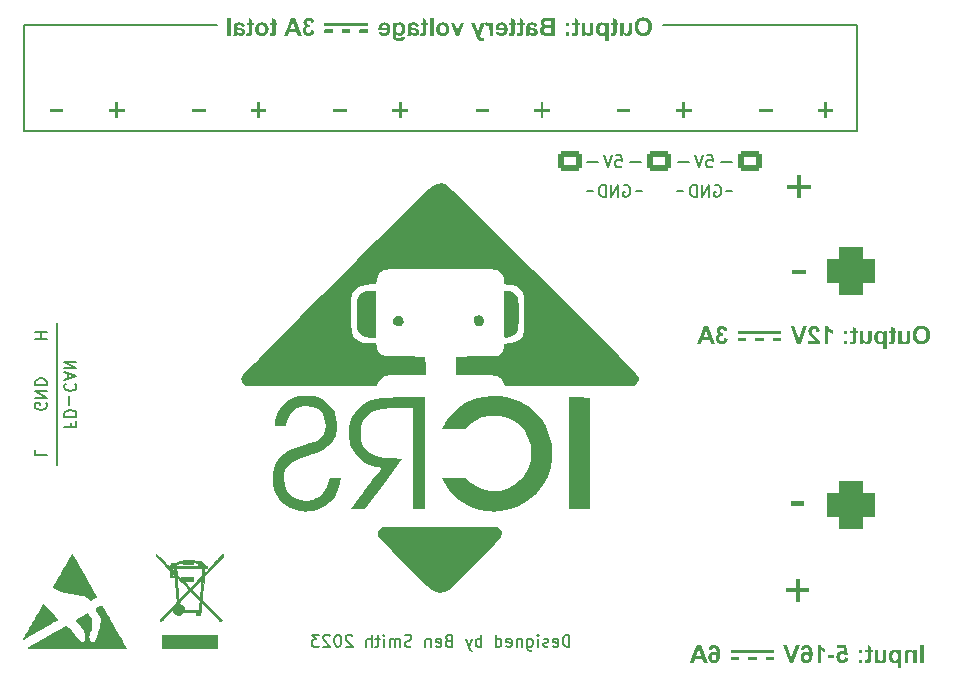
<source format=gbr>
%TF.GenerationSoftware,KiCad,Pcbnew,7.0.1*%
%TF.CreationDate,2023-07-17T00:50:59+01:00*%
%TF.ProjectId,Power Board,506f7765-7220-4426-9f61-72642e6b6963,rev?*%
%TF.SameCoordinates,Original*%
%TF.FileFunction,Legend,Bot*%
%TF.FilePolarity,Positive*%
%FSLAX46Y46*%
G04 Gerber Fmt 4.6, Leading zero omitted, Abs format (unit mm)*
G04 Created by KiCad (PCBNEW 7.0.1) date 2023-07-17 00:50:59*
%MOMM*%
%LPD*%
G01*
G04 APERTURE LIST*
G04 Aperture macros list*
%AMRoundRect*
0 Rectangle with rounded corners*
0 $1 Rounding radius*
0 $2 $3 $4 $5 $6 $7 $8 $9 X,Y pos of 4 corners*
0 Add a 4 corners polygon primitive as box body*
4,1,4,$2,$3,$4,$5,$6,$7,$8,$9,$2,$3,0*
0 Add four circle primitives for the rounded corners*
1,1,$1+$1,$2,$3*
1,1,$1+$1,$4,$5*
1,1,$1+$1,$6,$7*
1,1,$1+$1,$8,$9*
0 Add four rect primitives between the rounded corners*
20,1,$1+$1,$2,$3,$4,$5,0*
20,1,$1+$1,$4,$5,$6,$7,0*
20,1,$1+$1,$6,$7,$8,$9,0*
20,1,$1+$1,$8,$9,$2,$3,0*%
G04 Aperture macros list end*
%ADD10C,0.150000*%
%ADD11C,0.200000*%
%ADD12C,0.600000*%
%ADD13C,0.500000*%
%ADD14C,0.300000*%
%ADD15C,0.010000*%
%ADD16R,3.000000X3.000000*%
%ADD17C,3.000000*%
%ADD18C,3.781000*%
%ADD19RoundRect,1.025000X-1.025000X1.025000X-1.025000X-1.025000X1.025000X-1.025000X1.025000X1.025000X0*%
%ADD20C,4.100000*%
%ADD21R,2.000000X0.900000*%
%ADD22C,2.700000*%
%ADD23C,5.600000*%
%ADD24C,0.600000*%
%ADD25O,0.900000X2.000000*%
%ADD26O,0.900000X1.700000*%
%ADD27RoundRect,0.250000X-0.750000X0.600000X-0.750000X-0.600000X0.750000X-0.600000X0.750000X0.600000X0*%
%ADD28O,2.000000X1.700000*%
%ADD29C,2.374900*%
%ADD30C,0.990600*%
G04 APERTURE END LIST*
D10*
X133000000Y-69250000D02*
X116700000Y-69250000D01*
X116700000Y-69250000D02*
X116700000Y-78250000D01*
X116700000Y-78250000D02*
X187200000Y-78250000D01*
X173000000Y-80800000D02*
X172100000Y-80800000D01*
X187200000Y-78250000D02*
X187200000Y-69250000D01*
X172500000Y-83300000D02*
X172000000Y-83300000D01*
X176600000Y-83300000D02*
X176100000Y-83300000D01*
X176600000Y-80800000D02*
X175700000Y-80800000D01*
X119500000Y-94500000D02*
X119500000Y-106500000D01*
X165300000Y-80800000D02*
X164400000Y-80800000D01*
X187200000Y-69250000D02*
X170800000Y-69250000D01*
X169000000Y-83300000D02*
X168500000Y-83300000D01*
X168900000Y-80800000D02*
X168000000Y-80800000D01*
X164900000Y-83300000D02*
X164400000Y-83300000D01*
D11*
X167461904Y-82825238D02*
X167557142Y-82777619D01*
X167557142Y-82777619D02*
X167699999Y-82777619D01*
X167699999Y-82777619D02*
X167842856Y-82825238D01*
X167842856Y-82825238D02*
X167938094Y-82920476D01*
X167938094Y-82920476D02*
X167985713Y-83015714D01*
X167985713Y-83015714D02*
X168033332Y-83206190D01*
X168033332Y-83206190D02*
X168033332Y-83349047D01*
X168033332Y-83349047D02*
X167985713Y-83539523D01*
X167985713Y-83539523D02*
X167938094Y-83634761D01*
X167938094Y-83634761D02*
X167842856Y-83730000D01*
X167842856Y-83730000D02*
X167699999Y-83777619D01*
X167699999Y-83777619D02*
X167604761Y-83777619D01*
X167604761Y-83777619D02*
X167461904Y-83730000D01*
X167461904Y-83730000D02*
X167414285Y-83682380D01*
X167414285Y-83682380D02*
X167414285Y-83349047D01*
X167414285Y-83349047D02*
X167604761Y-83349047D01*
X166985713Y-83777619D02*
X166985713Y-82777619D01*
X166985713Y-82777619D02*
X166414285Y-83777619D01*
X166414285Y-83777619D02*
X166414285Y-82777619D01*
X165938094Y-83777619D02*
X165938094Y-82777619D01*
X165938094Y-82777619D02*
X165699999Y-82777619D01*
X165699999Y-82777619D02*
X165557142Y-82825238D01*
X165557142Y-82825238D02*
X165461904Y-82920476D01*
X165461904Y-82920476D02*
X165414285Y-83015714D01*
X165414285Y-83015714D02*
X165366666Y-83206190D01*
X165366666Y-83206190D02*
X165366666Y-83349047D01*
X165366666Y-83349047D02*
X165414285Y-83539523D01*
X165414285Y-83539523D02*
X165461904Y-83634761D01*
X165461904Y-83634761D02*
X165557142Y-83730000D01*
X165557142Y-83730000D02*
X165699999Y-83777619D01*
X165699999Y-83777619D02*
X165938094Y-83777619D01*
D12*
G36*
X182132205Y-81923946D02*
G01*
X182132205Y-82744602D01*
X181310083Y-82744602D01*
X181310083Y-83096311D01*
X182132205Y-83096311D01*
X182132205Y-83893520D01*
X182482449Y-83893520D01*
X182482449Y-83096311D01*
X183304570Y-83096311D01*
X183304570Y-82744602D01*
X182482449Y-82744602D01*
X182482449Y-81923946D01*
X182132205Y-81923946D01*
G37*
D10*
X162880952Y-121877619D02*
X162880952Y-120877619D01*
X162880952Y-120877619D02*
X162642857Y-120877619D01*
X162642857Y-120877619D02*
X162500000Y-120925238D01*
X162500000Y-120925238D02*
X162404762Y-121020476D01*
X162404762Y-121020476D02*
X162357143Y-121115714D01*
X162357143Y-121115714D02*
X162309524Y-121306190D01*
X162309524Y-121306190D02*
X162309524Y-121449047D01*
X162309524Y-121449047D02*
X162357143Y-121639523D01*
X162357143Y-121639523D02*
X162404762Y-121734761D01*
X162404762Y-121734761D02*
X162500000Y-121830000D01*
X162500000Y-121830000D02*
X162642857Y-121877619D01*
X162642857Y-121877619D02*
X162880952Y-121877619D01*
X161500000Y-121830000D02*
X161595238Y-121877619D01*
X161595238Y-121877619D02*
X161785714Y-121877619D01*
X161785714Y-121877619D02*
X161880952Y-121830000D01*
X161880952Y-121830000D02*
X161928571Y-121734761D01*
X161928571Y-121734761D02*
X161928571Y-121353809D01*
X161928571Y-121353809D02*
X161880952Y-121258571D01*
X161880952Y-121258571D02*
X161785714Y-121210952D01*
X161785714Y-121210952D02*
X161595238Y-121210952D01*
X161595238Y-121210952D02*
X161500000Y-121258571D01*
X161500000Y-121258571D02*
X161452381Y-121353809D01*
X161452381Y-121353809D02*
X161452381Y-121449047D01*
X161452381Y-121449047D02*
X161928571Y-121544285D01*
X161071428Y-121830000D02*
X160976190Y-121877619D01*
X160976190Y-121877619D02*
X160785714Y-121877619D01*
X160785714Y-121877619D02*
X160690476Y-121830000D01*
X160690476Y-121830000D02*
X160642857Y-121734761D01*
X160642857Y-121734761D02*
X160642857Y-121687142D01*
X160642857Y-121687142D02*
X160690476Y-121591904D01*
X160690476Y-121591904D02*
X160785714Y-121544285D01*
X160785714Y-121544285D02*
X160928571Y-121544285D01*
X160928571Y-121544285D02*
X161023809Y-121496666D01*
X161023809Y-121496666D02*
X161071428Y-121401428D01*
X161071428Y-121401428D02*
X161071428Y-121353809D01*
X161071428Y-121353809D02*
X161023809Y-121258571D01*
X161023809Y-121258571D02*
X160928571Y-121210952D01*
X160928571Y-121210952D02*
X160785714Y-121210952D01*
X160785714Y-121210952D02*
X160690476Y-121258571D01*
X160214285Y-121877619D02*
X160214285Y-121210952D01*
X160214285Y-120877619D02*
X160261904Y-120925238D01*
X160261904Y-120925238D02*
X160214285Y-120972857D01*
X160214285Y-120972857D02*
X160166666Y-120925238D01*
X160166666Y-120925238D02*
X160214285Y-120877619D01*
X160214285Y-120877619D02*
X160214285Y-120972857D01*
X159309524Y-121210952D02*
X159309524Y-122020476D01*
X159309524Y-122020476D02*
X159357143Y-122115714D01*
X159357143Y-122115714D02*
X159404762Y-122163333D01*
X159404762Y-122163333D02*
X159500000Y-122210952D01*
X159500000Y-122210952D02*
X159642857Y-122210952D01*
X159642857Y-122210952D02*
X159738095Y-122163333D01*
X159309524Y-121830000D02*
X159404762Y-121877619D01*
X159404762Y-121877619D02*
X159595238Y-121877619D01*
X159595238Y-121877619D02*
X159690476Y-121830000D01*
X159690476Y-121830000D02*
X159738095Y-121782380D01*
X159738095Y-121782380D02*
X159785714Y-121687142D01*
X159785714Y-121687142D02*
X159785714Y-121401428D01*
X159785714Y-121401428D02*
X159738095Y-121306190D01*
X159738095Y-121306190D02*
X159690476Y-121258571D01*
X159690476Y-121258571D02*
X159595238Y-121210952D01*
X159595238Y-121210952D02*
X159404762Y-121210952D01*
X159404762Y-121210952D02*
X159309524Y-121258571D01*
X158833333Y-121210952D02*
X158833333Y-121877619D01*
X158833333Y-121306190D02*
X158785714Y-121258571D01*
X158785714Y-121258571D02*
X158690476Y-121210952D01*
X158690476Y-121210952D02*
X158547619Y-121210952D01*
X158547619Y-121210952D02*
X158452381Y-121258571D01*
X158452381Y-121258571D02*
X158404762Y-121353809D01*
X158404762Y-121353809D02*
X158404762Y-121877619D01*
X157547619Y-121830000D02*
X157642857Y-121877619D01*
X157642857Y-121877619D02*
X157833333Y-121877619D01*
X157833333Y-121877619D02*
X157928571Y-121830000D01*
X157928571Y-121830000D02*
X157976190Y-121734761D01*
X157976190Y-121734761D02*
X157976190Y-121353809D01*
X157976190Y-121353809D02*
X157928571Y-121258571D01*
X157928571Y-121258571D02*
X157833333Y-121210952D01*
X157833333Y-121210952D02*
X157642857Y-121210952D01*
X157642857Y-121210952D02*
X157547619Y-121258571D01*
X157547619Y-121258571D02*
X157500000Y-121353809D01*
X157500000Y-121353809D02*
X157500000Y-121449047D01*
X157500000Y-121449047D02*
X157976190Y-121544285D01*
X156642857Y-121877619D02*
X156642857Y-120877619D01*
X156642857Y-121830000D02*
X156738095Y-121877619D01*
X156738095Y-121877619D02*
X156928571Y-121877619D01*
X156928571Y-121877619D02*
X157023809Y-121830000D01*
X157023809Y-121830000D02*
X157071428Y-121782380D01*
X157071428Y-121782380D02*
X157119047Y-121687142D01*
X157119047Y-121687142D02*
X157119047Y-121401428D01*
X157119047Y-121401428D02*
X157071428Y-121306190D01*
X157071428Y-121306190D02*
X157023809Y-121258571D01*
X157023809Y-121258571D02*
X156928571Y-121210952D01*
X156928571Y-121210952D02*
X156738095Y-121210952D01*
X156738095Y-121210952D02*
X156642857Y-121258571D01*
X155404761Y-121877619D02*
X155404761Y-120877619D01*
X155404761Y-121258571D02*
X155309523Y-121210952D01*
X155309523Y-121210952D02*
X155119047Y-121210952D01*
X155119047Y-121210952D02*
X155023809Y-121258571D01*
X155023809Y-121258571D02*
X154976190Y-121306190D01*
X154976190Y-121306190D02*
X154928571Y-121401428D01*
X154928571Y-121401428D02*
X154928571Y-121687142D01*
X154928571Y-121687142D02*
X154976190Y-121782380D01*
X154976190Y-121782380D02*
X155023809Y-121830000D01*
X155023809Y-121830000D02*
X155119047Y-121877619D01*
X155119047Y-121877619D02*
X155309523Y-121877619D01*
X155309523Y-121877619D02*
X155404761Y-121830000D01*
X154595237Y-121210952D02*
X154357142Y-121877619D01*
X154119047Y-121210952D02*
X154357142Y-121877619D01*
X154357142Y-121877619D02*
X154452380Y-122115714D01*
X154452380Y-122115714D02*
X154499999Y-122163333D01*
X154499999Y-122163333D02*
X154595237Y-122210952D01*
X152642856Y-121353809D02*
X152499999Y-121401428D01*
X152499999Y-121401428D02*
X152452380Y-121449047D01*
X152452380Y-121449047D02*
X152404761Y-121544285D01*
X152404761Y-121544285D02*
X152404761Y-121687142D01*
X152404761Y-121687142D02*
X152452380Y-121782380D01*
X152452380Y-121782380D02*
X152499999Y-121830000D01*
X152499999Y-121830000D02*
X152595237Y-121877619D01*
X152595237Y-121877619D02*
X152976189Y-121877619D01*
X152976189Y-121877619D02*
X152976189Y-120877619D01*
X152976189Y-120877619D02*
X152642856Y-120877619D01*
X152642856Y-120877619D02*
X152547618Y-120925238D01*
X152547618Y-120925238D02*
X152499999Y-120972857D01*
X152499999Y-120972857D02*
X152452380Y-121068095D01*
X152452380Y-121068095D02*
X152452380Y-121163333D01*
X152452380Y-121163333D02*
X152499999Y-121258571D01*
X152499999Y-121258571D02*
X152547618Y-121306190D01*
X152547618Y-121306190D02*
X152642856Y-121353809D01*
X152642856Y-121353809D02*
X152976189Y-121353809D01*
X151595237Y-121830000D02*
X151690475Y-121877619D01*
X151690475Y-121877619D02*
X151880951Y-121877619D01*
X151880951Y-121877619D02*
X151976189Y-121830000D01*
X151976189Y-121830000D02*
X152023808Y-121734761D01*
X152023808Y-121734761D02*
X152023808Y-121353809D01*
X152023808Y-121353809D02*
X151976189Y-121258571D01*
X151976189Y-121258571D02*
X151880951Y-121210952D01*
X151880951Y-121210952D02*
X151690475Y-121210952D01*
X151690475Y-121210952D02*
X151595237Y-121258571D01*
X151595237Y-121258571D02*
X151547618Y-121353809D01*
X151547618Y-121353809D02*
X151547618Y-121449047D01*
X151547618Y-121449047D02*
X152023808Y-121544285D01*
X151119046Y-121210952D02*
X151119046Y-121877619D01*
X151119046Y-121306190D02*
X151071427Y-121258571D01*
X151071427Y-121258571D02*
X150976189Y-121210952D01*
X150976189Y-121210952D02*
X150833332Y-121210952D01*
X150833332Y-121210952D02*
X150738094Y-121258571D01*
X150738094Y-121258571D02*
X150690475Y-121353809D01*
X150690475Y-121353809D02*
X150690475Y-121877619D01*
X149499998Y-121830000D02*
X149357141Y-121877619D01*
X149357141Y-121877619D02*
X149119046Y-121877619D01*
X149119046Y-121877619D02*
X149023808Y-121830000D01*
X149023808Y-121830000D02*
X148976189Y-121782380D01*
X148976189Y-121782380D02*
X148928570Y-121687142D01*
X148928570Y-121687142D02*
X148928570Y-121591904D01*
X148928570Y-121591904D02*
X148976189Y-121496666D01*
X148976189Y-121496666D02*
X149023808Y-121449047D01*
X149023808Y-121449047D02*
X149119046Y-121401428D01*
X149119046Y-121401428D02*
X149309522Y-121353809D01*
X149309522Y-121353809D02*
X149404760Y-121306190D01*
X149404760Y-121306190D02*
X149452379Y-121258571D01*
X149452379Y-121258571D02*
X149499998Y-121163333D01*
X149499998Y-121163333D02*
X149499998Y-121068095D01*
X149499998Y-121068095D02*
X149452379Y-120972857D01*
X149452379Y-120972857D02*
X149404760Y-120925238D01*
X149404760Y-120925238D02*
X149309522Y-120877619D01*
X149309522Y-120877619D02*
X149071427Y-120877619D01*
X149071427Y-120877619D02*
X148928570Y-120925238D01*
X148499998Y-121877619D02*
X148499998Y-121210952D01*
X148499998Y-121306190D02*
X148452379Y-121258571D01*
X148452379Y-121258571D02*
X148357141Y-121210952D01*
X148357141Y-121210952D02*
X148214284Y-121210952D01*
X148214284Y-121210952D02*
X148119046Y-121258571D01*
X148119046Y-121258571D02*
X148071427Y-121353809D01*
X148071427Y-121353809D02*
X148071427Y-121877619D01*
X148071427Y-121353809D02*
X148023808Y-121258571D01*
X148023808Y-121258571D02*
X147928570Y-121210952D01*
X147928570Y-121210952D02*
X147785713Y-121210952D01*
X147785713Y-121210952D02*
X147690474Y-121258571D01*
X147690474Y-121258571D02*
X147642855Y-121353809D01*
X147642855Y-121353809D02*
X147642855Y-121877619D01*
X147166665Y-121877619D02*
X147166665Y-121210952D01*
X147166665Y-120877619D02*
X147214284Y-120925238D01*
X147214284Y-120925238D02*
X147166665Y-120972857D01*
X147166665Y-120972857D02*
X147119046Y-120925238D01*
X147119046Y-120925238D02*
X147166665Y-120877619D01*
X147166665Y-120877619D02*
X147166665Y-120972857D01*
X146833332Y-121210952D02*
X146452380Y-121210952D01*
X146690475Y-120877619D02*
X146690475Y-121734761D01*
X146690475Y-121734761D02*
X146642856Y-121830000D01*
X146642856Y-121830000D02*
X146547618Y-121877619D01*
X146547618Y-121877619D02*
X146452380Y-121877619D01*
X146119046Y-121877619D02*
X146119046Y-120877619D01*
X145690475Y-121877619D02*
X145690475Y-121353809D01*
X145690475Y-121353809D02*
X145738094Y-121258571D01*
X145738094Y-121258571D02*
X145833332Y-121210952D01*
X145833332Y-121210952D02*
X145976189Y-121210952D01*
X145976189Y-121210952D02*
X146071427Y-121258571D01*
X146071427Y-121258571D02*
X146119046Y-121306190D01*
X144499998Y-120972857D02*
X144452379Y-120925238D01*
X144452379Y-120925238D02*
X144357141Y-120877619D01*
X144357141Y-120877619D02*
X144119046Y-120877619D01*
X144119046Y-120877619D02*
X144023808Y-120925238D01*
X144023808Y-120925238D02*
X143976189Y-120972857D01*
X143976189Y-120972857D02*
X143928570Y-121068095D01*
X143928570Y-121068095D02*
X143928570Y-121163333D01*
X143928570Y-121163333D02*
X143976189Y-121306190D01*
X143976189Y-121306190D02*
X144547617Y-121877619D01*
X144547617Y-121877619D02*
X143928570Y-121877619D01*
X143309522Y-120877619D02*
X143214284Y-120877619D01*
X143214284Y-120877619D02*
X143119046Y-120925238D01*
X143119046Y-120925238D02*
X143071427Y-120972857D01*
X143071427Y-120972857D02*
X143023808Y-121068095D01*
X143023808Y-121068095D02*
X142976189Y-121258571D01*
X142976189Y-121258571D02*
X142976189Y-121496666D01*
X142976189Y-121496666D02*
X143023808Y-121687142D01*
X143023808Y-121687142D02*
X143071427Y-121782380D01*
X143071427Y-121782380D02*
X143119046Y-121830000D01*
X143119046Y-121830000D02*
X143214284Y-121877619D01*
X143214284Y-121877619D02*
X143309522Y-121877619D01*
X143309522Y-121877619D02*
X143404760Y-121830000D01*
X143404760Y-121830000D02*
X143452379Y-121782380D01*
X143452379Y-121782380D02*
X143499998Y-121687142D01*
X143499998Y-121687142D02*
X143547617Y-121496666D01*
X143547617Y-121496666D02*
X143547617Y-121258571D01*
X143547617Y-121258571D02*
X143499998Y-121068095D01*
X143499998Y-121068095D02*
X143452379Y-120972857D01*
X143452379Y-120972857D02*
X143404760Y-120925238D01*
X143404760Y-120925238D02*
X143309522Y-120877619D01*
X142595236Y-120972857D02*
X142547617Y-120925238D01*
X142547617Y-120925238D02*
X142452379Y-120877619D01*
X142452379Y-120877619D02*
X142214284Y-120877619D01*
X142214284Y-120877619D02*
X142119046Y-120925238D01*
X142119046Y-120925238D02*
X142071427Y-120972857D01*
X142071427Y-120972857D02*
X142023808Y-121068095D01*
X142023808Y-121068095D02*
X142023808Y-121163333D01*
X142023808Y-121163333D02*
X142071427Y-121306190D01*
X142071427Y-121306190D02*
X142642855Y-121877619D01*
X142642855Y-121877619D02*
X142023808Y-121877619D01*
X141690474Y-120877619D02*
X141071427Y-120877619D01*
X141071427Y-120877619D02*
X141404760Y-121258571D01*
X141404760Y-121258571D02*
X141261903Y-121258571D01*
X141261903Y-121258571D02*
X141166665Y-121306190D01*
X141166665Y-121306190D02*
X141119046Y-121353809D01*
X141119046Y-121353809D02*
X141071427Y-121449047D01*
X141071427Y-121449047D02*
X141071427Y-121687142D01*
X141071427Y-121687142D02*
X141119046Y-121782380D01*
X141119046Y-121782380D02*
X141166665Y-121830000D01*
X141166665Y-121830000D02*
X141261903Y-121877619D01*
X141261903Y-121877619D02*
X141547617Y-121877619D01*
X141547617Y-121877619D02*
X141642855Y-121830000D01*
X141642855Y-121830000D02*
X141690474Y-121782380D01*
D11*
X174490476Y-80277619D02*
X174966666Y-80277619D01*
X174966666Y-80277619D02*
X175014285Y-80753809D01*
X175014285Y-80753809D02*
X174966666Y-80706190D01*
X174966666Y-80706190D02*
X174871428Y-80658571D01*
X174871428Y-80658571D02*
X174633333Y-80658571D01*
X174633333Y-80658571D02*
X174538095Y-80706190D01*
X174538095Y-80706190D02*
X174490476Y-80753809D01*
X174490476Y-80753809D02*
X174442857Y-80849047D01*
X174442857Y-80849047D02*
X174442857Y-81087142D01*
X174442857Y-81087142D02*
X174490476Y-81182380D01*
X174490476Y-81182380D02*
X174538095Y-81230000D01*
X174538095Y-81230000D02*
X174633333Y-81277619D01*
X174633333Y-81277619D02*
X174871428Y-81277619D01*
X174871428Y-81277619D02*
X174966666Y-81230000D01*
X174966666Y-81230000D02*
X175014285Y-81182380D01*
X174157142Y-80277619D02*
X173823809Y-81277619D01*
X173823809Y-81277619D02*
X173490476Y-80277619D01*
D13*
G36*
X118885066Y-76363998D02*
G01*
X118885066Y-76614103D01*
X120024459Y-76614103D01*
X120024459Y-76363998D01*
X118885066Y-76363998D01*
G37*
G36*
X166885066Y-76363998D02*
G01*
X166885066Y-76614103D01*
X168024459Y-76614103D01*
X168024459Y-76363998D01*
X166885066Y-76363998D01*
G37*
G36*
X142885066Y-76363998D02*
G01*
X142885066Y-76614103D01*
X144024459Y-76614103D01*
X144024459Y-76363998D01*
X142885066Y-76363998D01*
G37*
G36*
X178935066Y-76363998D02*
G01*
X178935066Y-76614103D01*
X180074459Y-76614103D01*
X180074459Y-76363998D01*
X178935066Y-76363998D01*
G37*
D11*
X166790476Y-80277619D02*
X167266666Y-80277619D01*
X167266666Y-80277619D02*
X167314285Y-80753809D01*
X167314285Y-80753809D02*
X167266666Y-80706190D01*
X167266666Y-80706190D02*
X167171428Y-80658571D01*
X167171428Y-80658571D02*
X166933333Y-80658571D01*
X166933333Y-80658571D02*
X166838095Y-80706190D01*
X166838095Y-80706190D02*
X166790476Y-80753809D01*
X166790476Y-80753809D02*
X166742857Y-80849047D01*
X166742857Y-80849047D02*
X166742857Y-81087142D01*
X166742857Y-81087142D02*
X166790476Y-81182380D01*
X166790476Y-81182380D02*
X166838095Y-81230000D01*
X166838095Y-81230000D02*
X166933333Y-81277619D01*
X166933333Y-81277619D02*
X167171428Y-81277619D01*
X167171428Y-81277619D02*
X167266666Y-81230000D01*
X167266666Y-81230000D02*
X167314285Y-81182380D01*
X166457142Y-80277619D02*
X166123809Y-81277619D01*
X166123809Y-81277619D02*
X165790476Y-80277619D01*
X117622380Y-105190476D02*
X117622380Y-105666666D01*
X117622380Y-105666666D02*
X118622380Y-105666666D01*
D13*
G36*
X160438136Y-75782630D02*
G01*
X160438136Y-76329734D01*
X159890055Y-76329734D01*
X159890055Y-76564207D01*
X160438136Y-76564207D01*
X160438136Y-77095680D01*
X160671633Y-77095680D01*
X160671633Y-76564207D01*
X161219713Y-76564207D01*
X161219713Y-76329734D01*
X160671633Y-76329734D01*
X160671633Y-75782630D01*
X160438136Y-75782630D01*
G37*
D11*
X118574761Y-101261904D02*
X118622380Y-101357142D01*
X118622380Y-101357142D02*
X118622380Y-101499999D01*
X118622380Y-101499999D02*
X118574761Y-101642856D01*
X118574761Y-101642856D02*
X118479523Y-101738094D01*
X118479523Y-101738094D02*
X118384285Y-101785713D01*
X118384285Y-101785713D02*
X118193809Y-101833332D01*
X118193809Y-101833332D02*
X118050952Y-101833332D01*
X118050952Y-101833332D02*
X117860476Y-101785713D01*
X117860476Y-101785713D02*
X117765238Y-101738094D01*
X117765238Y-101738094D02*
X117670000Y-101642856D01*
X117670000Y-101642856D02*
X117622380Y-101499999D01*
X117622380Y-101499999D02*
X117622380Y-101404761D01*
X117622380Y-101404761D02*
X117670000Y-101261904D01*
X117670000Y-101261904D02*
X117717619Y-101214285D01*
X117717619Y-101214285D02*
X118050952Y-101214285D01*
X118050952Y-101214285D02*
X118050952Y-101404761D01*
X117622380Y-100785713D02*
X118622380Y-100785713D01*
X118622380Y-100785713D02*
X117622380Y-100214285D01*
X117622380Y-100214285D02*
X118622380Y-100214285D01*
X117622380Y-99738094D02*
X118622380Y-99738094D01*
X118622380Y-99738094D02*
X118622380Y-99499999D01*
X118622380Y-99499999D02*
X118574761Y-99357142D01*
X118574761Y-99357142D02*
X118479523Y-99261904D01*
X118479523Y-99261904D02*
X118384285Y-99214285D01*
X118384285Y-99214285D02*
X118193809Y-99166666D01*
X118193809Y-99166666D02*
X118050952Y-99166666D01*
X118050952Y-99166666D02*
X117860476Y-99214285D01*
X117860476Y-99214285D02*
X117765238Y-99261904D01*
X117765238Y-99261904D02*
X117670000Y-99357142D01*
X117670000Y-99357142D02*
X117622380Y-99499999D01*
X117622380Y-99499999D02*
X117622380Y-99738094D01*
D13*
G36*
X172438136Y-75782630D02*
G01*
X172438136Y-76329734D01*
X171890055Y-76329734D01*
X171890055Y-76564207D01*
X172438136Y-76564207D01*
X172438136Y-77095680D01*
X172671633Y-77095680D01*
X172671633Y-76564207D01*
X173219713Y-76564207D01*
X173219713Y-76329734D01*
X172671633Y-76329734D01*
X172671633Y-75782630D01*
X172438136Y-75782630D01*
G37*
D12*
G36*
X182764933Y-109954002D02*
G01*
X182764933Y-109578845D01*
X181625540Y-109578845D01*
X181625540Y-109954002D01*
X182764933Y-109954002D01*
G37*
D11*
X117622380Y-95785713D02*
X118622380Y-95785713D01*
X118146190Y-95785713D02*
X118146190Y-95214285D01*
X117622380Y-95214285D02*
X118622380Y-95214285D01*
D13*
G36*
X148438136Y-75782630D02*
G01*
X148438136Y-76329734D01*
X147890055Y-76329734D01*
X147890055Y-76564207D01*
X148438136Y-76564207D01*
X148438136Y-77095680D01*
X148671633Y-77095680D01*
X148671633Y-76564207D01*
X149219713Y-76564207D01*
X149219713Y-76329734D01*
X148671633Y-76329734D01*
X148671633Y-75782630D01*
X148438136Y-75782630D01*
G37*
G36*
X130935066Y-76363998D02*
G01*
X130935066Y-76614103D01*
X132074459Y-76614103D01*
X132074459Y-76363998D01*
X130935066Y-76363998D01*
G37*
D11*
X120646190Y-102928571D02*
X120646190Y-103261904D01*
X120122380Y-103261904D02*
X121122380Y-103261904D01*
X121122380Y-103261904D02*
X121122380Y-102785714D01*
X120122380Y-102404761D02*
X121122380Y-102404761D01*
X121122380Y-102404761D02*
X121122380Y-102166666D01*
X121122380Y-102166666D02*
X121074761Y-102023809D01*
X121074761Y-102023809D02*
X120979523Y-101928571D01*
X120979523Y-101928571D02*
X120884285Y-101880952D01*
X120884285Y-101880952D02*
X120693809Y-101833333D01*
X120693809Y-101833333D02*
X120550952Y-101833333D01*
X120550952Y-101833333D02*
X120360476Y-101880952D01*
X120360476Y-101880952D02*
X120265238Y-101928571D01*
X120265238Y-101928571D02*
X120170000Y-102023809D01*
X120170000Y-102023809D02*
X120122380Y-102166666D01*
X120122380Y-102166666D02*
X120122380Y-102404761D01*
X120503333Y-101404761D02*
X120503333Y-100642857D01*
X120217619Y-99595238D02*
X120170000Y-99642857D01*
X120170000Y-99642857D02*
X120122380Y-99785714D01*
X120122380Y-99785714D02*
X120122380Y-99880952D01*
X120122380Y-99880952D02*
X120170000Y-100023809D01*
X120170000Y-100023809D02*
X120265238Y-100119047D01*
X120265238Y-100119047D02*
X120360476Y-100166666D01*
X120360476Y-100166666D02*
X120550952Y-100214285D01*
X120550952Y-100214285D02*
X120693809Y-100214285D01*
X120693809Y-100214285D02*
X120884285Y-100166666D01*
X120884285Y-100166666D02*
X120979523Y-100119047D01*
X120979523Y-100119047D02*
X121074761Y-100023809D01*
X121074761Y-100023809D02*
X121122380Y-99880952D01*
X121122380Y-99880952D02*
X121122380Y-99785714D01*
X121122380Y-99785714D02*
X121074761Y-99642857D01*
X121074761Y-99642857D02*
X121027142Y-99595238D01*
X120408095Y-99214285D02*
X120408095Y-98738095D01*
X120122380Y-99309523D02*
X121122380Y-98976190D01*
X121122380Y-98976190D02*
X120122380Y-98642857D01*
X120122380Y-98309523D02*
X121122380Y-98309523D01*
X121122380Y-98309523D02*
X120122380Y-97738095D01*
X120122380Y-97738095D02*
X121122380Y-97738095D01*
D13*
G36*
X154935066Y-76363998D02*
G01*
X154935066Y-76614103D01*
X156074459Y-76614103D01*
X156074459Y-76363998D01*
X154935066Y-76363998D01*
G37*
D11*
X175161904Y-82825238D02*
X175257142Y-82777619D01*
X175257142Y-82777619D02*
X175399999Y-82777619D01*
X175399999Y-82777619D02*
X175542856Y-82825238D01*
X175542856Y-82825238D02*
X175638094Y-82920476D01*
X175638094Y-82920476D02*
X175685713Y-83015714D01*
X175685713Y-83015714D02*
X175733332Y-83206190D01*
X175733332Y-83206190D02*
X175733332Y-83349047D01*
X175733332Y-83349047D02*
X175685713Y-83539523D01*
X175685713Y-83539523D02*
X175638094Y-83634761D01*
X175638094Y-83634761D02*
X175542856Y-83730000D01*
X175542856Y-83730000D02*
X175399999Y-83777619D01*
X175399999Y-83777619D02*
X175304761Y-83777619D01*
X175304761Y-83777619D02*
X175161904Y-83730000D01*
X175161904Y-83730000D02*
X175114285Y-83682380D01*
X175114285Y-83682380D02*
X175114285Y-83349047D01*
X175114285Y-83349047D02*
X175304761Y-83349047D01*
X174685713Y-83777619D02*
X174685713Y-82777619D01*
X174685713Y-82777619D02*
X174114285Y-83777619D01*
X174114285Y-83777619D02*
X174114285Y-82777619D01*
X173638094Y-83777619D02*
X173638094Y-82777619D01*
X173638094Y-82777619D02*
X173399999Y-82777619D01*
X173399999Y-82777619D02*
X173257142Y-82825238D01*
X173257142Y-82825238D02*
X173161904Y-82920476D01*
X173161904Y-82920476D02*
X173114285Y-83015714D01*
X173114285Y-83015714D02*
X173066666Y-83206190D01*
X173066666Y-83206190D02*
X173066666Y-83349047D01*
X173066666Y-83349047D02*
X173114285Y-83539523D01*
X173114285Y-83539523D02*
X173161904Y-83634761D01*
X173161904Y-83634761D02*
X173257142Y-83730000D01*
X173257142Y-83730000D02*
X173399999Y-83777619D01*
X173399999Y-83777619D02*
X173638094Y-83777619D01*
D13*
G36*
X124438136Y-75782630D02*
G01*
X124438136Y-76329734D01*
X123890055Y-76329734D01*
X123890055Y-76564207D01*
X124438136Y-76564207D01*
X124438136Y-77095680D01*
X124671633Y-77095680D01*
X124671633Y-76564207D01*
X125219713Y-76564207D01*
X125219713Y-76329734D01*
X124671633Y-76329734D01*
X124671633Y-75782630D01*
X124438136Y-75782630D01*
G37*
D14*
G36*
X169150746Y-68597712D02*
G01*
X169173279Y-68598416D01*
X169195477Y-68599589D01*
X169217340Y-68601232D01*
X169238868Y-68603344D01*
X169260061Y-68605926D01*
X169280920Y-68608977D01*
X169301443Y-68612498D01*
X169321632Y-68616488D01*
X169341486Y-68620947D01*
X169361005Y-68625876D01*
X169380189Y-68631274D01*
X169399038Y-68637141D01*
X169417552Y-68643478D01*
X169435731Y-68650285D01*
X169453576Y-68657561D01*
X169460177Y-68660401D01*
X169479788Y-68669479D01*
X169499109Y-68679394D01*
X169518140Y-68690147D01*
X169530667Y-68697780D01*
X169543065Y-68705786D01*
X169555334Y-68714164D01*
X169567474Y-68722914D01*
X169579485Y-68732036D01*
X169591368Y-68741530D01*
X169603121Y-68751396D01*
X169614746Y-68761634D01*
X169626242Y-68772244D01*
X169637610Y-68783226D01*
X169648848Y-68794581D01*
X169659830Y-68806170D01*
X169670521Y-68817948D01*
X169680919Y-68829915D01*
X169691026Y-68842071D01*
X169700840Y-68854416D01*
X169710363Y-68866949D01*
X169719594Y-68879672D01*
X169728532Y-68892583D01*
X169737179Y-68905684D01*
X169745534Y-68918973D01*
X169753597Y-68932451D01*
X169761368Y-68946118D01*
X169768847Y-68959974D01*
X169776034Y-68974019D01*
X169782929Y-68988253D01*
X169789532Y-69002676D01*
X169797872Y-69022658D01*
X169805675Y-69043222D01*
X169812939Y-69064367D01*
X169819665Y-69086092D01*
X169825854Y-69108399D01*
X169831504Y-69131287D01*
X169836615Y-69154756D01*
X169841189Y-69178805D01*
X169845225Y-69203436D01*
X169848723Y-69228648D01*
X169851682Y-69254441D01*
X169854104Y-69280815D01*
X169855987Y-69307770D01*
X169857332Y-69335306D01*
X169858139Y-69363423D01*
X169858408Y-69392121D01*
X169858214Y-69414638D01*
X169857631Y-69436850D01*
X169856660Y-69458759D01*
X169855300Y-69480363D01*
X169853552Y-69501663D01*
X169851415Y-69522660D01*
X169848889Y-69543352D01*
X169845975Y-69563740D01*
X169842672Y-69583824D01*
X169838981Y-69603603D01*
X169834901Y-69623079D01*
X169830433Y-69642250D01*
X169825576Y-69661118D01*
X169820331Y-69679681D01*
X169814697Y-69697940D01*
X169808674Y-69715895D01*
X169802263Y-69733546D01*
X169795464Y-69750893D01*
X169788276Y-69767936D01*
X169780699Y-69784675D01*
X169772734Y-69801109D01*
X169764380Y-69817239D01*
X169755638Y-69833066D01*
X169746507Y-69848588D01*
X169736988Y-69863806D01*
X169727080Y-69878720D01*
X169716783Y-69893330D01*
X169706098Y-69907636D01*
X169695025Y-69921637D01*
X169683563Y-69935335D01*
X169671712Y-69948728D01*
X169659473Y-69961817D01*
X169646904Y-69974530D01*
X169634066Y-69986839D01*
X169620958Y-69998744D01*
X169607581Y-70010246D01*
X169593933Y-70021344D01*
X169580016Y-70032039D01*
X169565829Y-70042330D01*
X169551372Y-70052218D01*
X169536646Y-70061702D01*
X169521650Y-70070782D01*
X169506384Y-70079459D01*
X169490848Y-70087732D01*
X169475042Y-70095602D01*
X169458967Y-70103068D01*
X169442622Y-70110130D01*
X169426007Y-70116789D01*
X169409122Y-70123045D01*
X169391968Y-70128897D01*
X169374544Y-70134345D01*
X169356850Y-70139390D01*
X169338886Y-70144031D01*
X169320653Y-70148268D01*
X169302150Y-70152102D01*
X169283377Y-70155532D01*
X169264334Y-70158559D01*
X169245022Y-70161182D01*
X169225439Y-70163402D01*
X169205587Y-70165218D01*
X169185466Y-70166631D01*
X169165074Y-70167640D01*
X169144413Y-70168245D01*
X169123482Y-70168447D01*
X169102821Y-70168244D01*
X169082422Y-70167635D01*
X169062283Y-70166621D01*
X169042406Y-70165201D01*
X169022791Y-70163375D01*
X169003436Y-70161144D01*
X168984342Y-70158507D01*
X168965510Y-70155464D01*
X168946939Y-70152015D01*
X168928629Y-70148161D01*
X168910580Y-70143901D01*
X168892792Y-70139235D01*
X168875266Y-70134163D01*
X168858001Y-70128686D01*
X168840997Y-70122803D01*
X168824254Y-70116515D01*
X168807772Y-70109820D01*
X168791551Y-70102720D01*
X168775592Y-70095214D01*
X168759894Y-70087303D01*
X168744457Y-70078986D01*
X168729281Y-70070263D01*
X168714366Y-70061134D01*
X168699713Y-70051600D01*
X168685320Y-70041659D01*
X168671189Y-70031314D01*
X168657319Y-70020562D01*
X168643711Y-70009405D01*
X168630363Y-69997842D01*
X168617276Y-69985873D01*
X168604451Y-69973498D01*
X168591887Y-69960718D01*
X168579648Y-69947579D01*
X168567797Y-69934127D01*
X168556335Y-69920362D01*
X168545262Y-69906285D01*
X168534577Y-69891894D01*
X168524280Y-69877192D01*
X168514372Y-69862176D01*
X168504853Y-69846848D01*
X168495722Y-69831207D01*
X168486980Y-69815253D01*
X168478626Y-69798987D01*
X168470661Y-69782408D01*
X168463084Y-69765516D01*
X168455896Y-69748311D01*
X168449096Y-69730794D01*
X168442685Y-69712964D01*
X168436663Y-69694822D01*
X168431029Y-69676367D01*
X168425784Y-69657599D01*
X168420927Y-69638518D01*
X168416458Y-69619125D01*
X168412379Y-69599419D01*
X168408687Y-69579400D01*
X168405385Y-69559069D01*
X168402471Y-69538424D01*
X168399945Y-69517468D01*
X168397808Y-69496198D01*
X168396060Y-69474616D01*
X168394700Y-69452721D01*
X168393728Y-69430513D01*
X168393146Y-69407993D01*
X168392951Y-69385160D01*
X168393013Y-69377833D01*
X168708391Y-69377833D01*
X168708505Y-69394350D01*
X168708848Y-69410607D01*
X168709418Y-69426604D01*
X168710217Y-69442341D01*
X168711244Y-69457819D01*
X168712500Y-69473037D01*
X168713983Y-69487996D01*
X168715695Y-69502694D01*
X168719804Y-69531312D01*
X168724826Y-69558891D01*
X168730761Y-69585431D01*
X168737609Y-69610932D01*
X168745369Y-69635394D01*
X168754043Y-69658817D01*
X168763630Y-69681201D01*
X168774130Y-69702546D01*
X168785544Y-69722852D01*
X168797870Y-69742119D01*
X168811109Y-69760347D01*
X168825261Y-69777536D01*
X168840126Y-69793640D01*
X168855503Y-69808706D01*
X168871393Y-69822732D01*
X168887795Y-69835719D01*
X168904709Y-69847668D01*
X168922136Y-69858577D01*
X168940075Y-69868447D01*
X168958526Y-69877279D01*
X168977490Y-69885071D01*
X168996966Y-69891825D01*
X169016954Y-69897539D01*
X169037455Y-69902214D01*
X169058468Y-69905851D01*
X169079993Y-69908448D01*
X169102031Y-69910007D01*
X169124581Y-69910526D01*
X169147138Y-69910003D01*
X169169197Y-69908431D01*
X169190758Y-69905812D01*
X169211821Y-69902146D01*
X169232386Y-69897432D01*
X169252453Y-69891670D01*
X169272022Y-69884861D01*
X169291093Y-69877004D01*
X169309666Y-69868100D01*
X169327741Y-69858148D01*
X169345318Y-69847148D01*
X169362397Y-69835101D01*
X169378978Y-69822006D01*
X169395061Y-69807864D01*
X169410645Y-69792674D01*
X169425732Y-69776437D01*
X169433013Y-69767911D01*
X169446880Y-69750122D01*
X169459823Y-69731352D01*
X169471842Y-69711600D01*
X169482936Y-69690866D01*
X169493105Y-69669150D01*
X169502350Y-69646453D01*
X169510670Y-69622773D01*
X169518066Y-69598112D01*
X169524538Y-69572470D01*
X169530085Y-69545845D01*
X169534707Y-69518239D01*
X169538405Y-69489651D01*
X169539908Y-69474989D01*
X169541179Y-69460082D01*
X169542219Y-69444929D01*
X169543028Y-69429531D01*
X169543606Y-69413887D01*
X169543952Y-69397997D01*
X169544068Y-69381863D01*
X169543955Y-69365483D01*
X169543617Y-69349364D01*
X169543054Y-69333504D01*
X169542265Y-69317904D01*
X169541250Y-69302563D01*
X169540011Y-69287482D01*
X169538546Y-69272661D01*
X169536855Y-69258100D01*
X169532798Y-69229757D01*
X169527839Y-69202453D01*
X169521979Y-69176188D01*
X169515217Y-69150962D01*
X169507553Y-69126774D01*
X169498988Y-69103626D01*
X169489521Y-69081517D01*
X169479153Y-69060447D01*
X169467883Y-69040416D01*
X169455711Y-69021423D01*
X169442638Y-69003470D01*
X169428663Y-68986556D01*
X169413951Y-68970673D01*
X169398667Y-68955815D01*
X169382810Y-68941982D01*
X169366381Y-68929174D01*
X169349380Y-68917390D01*
X169331806Y-68906631D01*
X169313659Y-68896897D01*
X169294940Y-68888187D01*
X169275649Y-68880502D01*
X169255785Y-68873841D01*
X169235349Y-68868206D01*
X169214340Y-68863595D01*
X169192759Y-68860008D01*
X169170605Y-68857447D01*
X169147879Y-68855910D01*
X169124581Y-68855397D01*
X169101332Y-68855904D01*
X169078665Y-68857424D01*
X169056579Y-68859957D01*
X169035073Y-68863503D01*
X169014149Y-68868063D01*
X168993806Y-68873635D01*
X168974044Y-68880221D01*
X168954863Y-68887821D01*
X168936262Y-68896433D01*
X168918243Y-68906059D01*
X168900805Y-68916697D01*
X168883948Y-68928350D01*
X168867672Y-68941015D01*
X168851977Y-68954693D01*
X168836863Y-68969385D01*
X168822330Y-68985090D01*
X168815320Y-68993304D01*
X168801968Y-69010517D01*
X168789506Y-69028778D01*
X168777934Y-69048087D01*
X168767252Y-69068443D01*
X168757461Y-69089847D01*
X168748559Y-69112298D01*
X168740548Y-69135797D01*
X168733426Y-69160343D01*
X168727195Y-69185937D01*
X168721855Y-69212579D01*
X168717404Y-69240268D01*
X168713843Y-69269005D01*
X168712397Y-69283766D01*
X168711173Y-69298789D01*
X168710171Y-69314074D01*
X168709392Y-69329621D01*
X168708836Y-69345430D01*
X168708502Y-69361500D01*
X168708391Y-69377833D01*
X168393013Y-69377833D01*
X168393147Y-69362124D01*
X168393734Y-69339406D01*
X168394713Y-69317007D01*
X168396083Y-69294926D01*
X168397844Y-69273163D01*
X168399997Y-69251719D01*
X168402541Y-69230593D01*
X168405476Y-69209786D01*
X168408803Y-69189297D01*
X168412522Y-69169127D01*
X168416632Y-69149275D01*
X168421133Y-69129741D01*
X168426025Y-69110526D01*
X168431309Y-69091629D01*
X168436985Y-69073051D01*
X168443052Y-69054791D01*
X168449510Y-69036850D01*
X168456360Y-69019226D01*
X168463601Y-69001922D01*
X168471233Y-68984936D01*
X168479257Y-68968268D01*
X168487672Y-68951919D01*
X168496479Y-68935888D01*
X168505677Y-68920175D01*
X168515267Y-68904781D01*
X168525247Y-68889705D01*
X168535620Y-68874948D01*
X168546384Y-68860509D01*
X168557539Y-68846389D01*
X168569085Y-68832587D01*
X168581023Y-68819103D01*
X168593353Y-68805938D01*
X168606008Y-68793113D01*
X168618925Y-68780695D01*
X168632103Y-68768684D01*
X168645542Y-68757080D01*
X168659243Y-68745883D01*
X168673204Y-68735094D01*
X168687427Y-68724711D01*
X168701911Y-68714736D01*
X168716656Y-68705168D01*
X168731662Y-68696007D01*
X168746930Y-68687254D01*
X168762458Y-68678907D01*
X168778248Y-68670968D01*
X168794299Y-68663435D01*
X168810611Y-68656310D01*
X168827185Y-68649592D01*
X168844019Y-68643281D01*
X168861115Y-68637378D01*
X168878472Y-68631881D01*
X168896090Y-68626792D01*
X168913969Y-68622109D01*
X168932109Y-68617834D01*
X168950511Y-68613966D01*
X168969174Y-68610506D01*
X168988098Y-68607452D01*
X169007283Y-68604806D01*
X169026729Y-68602566D01*
X169046436Y-68600734D01*
X169066405Y-68599309D01*
X169086635Y-68598291D01*
X169107126Y-68597680D01*
X169127878Y-68597477D01*
X169150746Y-68597712D01*
G37*
G36*
X167445900Y-70145000D02*
G01*
X167445900Y-69981235D01*
X167457428Y-69997321D01*
X167469620Y-70012743D01*
X167482476Y-70027503D01*
X167495994Y-70041599D01*
X167510176Y-70055032D01*
X167525022Y-70067801D01*
X167540530Y-70079907D01*
X167556702Y-70091350D01*
X167573537Y-70102130D01*
X167591036Y-70112246D01*
X167603070Y-70118621D01*
X167621374Y-70127526D01*
X167639877Y-70135554D01*
X167658580Y-70142707D01*
X167677482Y-70148984D01*
X167696584Y-70154385D01*
X167715886Y-70158910D01*
X167735387Y-70162559D01*
X167755088Y-70165333D01*
X167774989Y-70167230D01*
X167795089Y-70168252D01*
X167808600Y-70168447D01*
X167829012Y-70168019D01*
X167849031Y-70166734D01*
X167868657Y-70164592D01*
X167887890Y-70161595D01*
X167906730Y-70157740D01*
X167925177Y-70153029D01*
X167943232Y-70147462D01*
X167960893Y-70141038D01*
X167978162Y-70133758D01*
X167995038Y-70125621D01*
X168006071Y-70119720D01*
X168022063Y-70110240D01*
X168037206Y-70100070D01*
X168051498Y-70089211D01*
X168064941Y-70077663D01*
X168077533Y-70065426D01*
X168089275Y-70052500D01*
X168100168Y-70038884D01*
X168110210Y-70024580D01*
X168119402Y-70009587D01*
X168127744Y-69993904D01*
X168132833Y-69983066D01*
X168139838Y-69965922D01*
X168146155Y-69947599D01*
X168151782Y-69928098D01*
X168156721Y-69907418D01*
X168159630Y-69892977D01*
X168162233Y-69878012D01*
X168164530Y-69862523D01*
X168166521Y-69846510D01*
X168168205Y-69829973D01*
X168169584Y-69812913D01*
X168170656Y-69795329D01*
X168171421Y-69777221D01*
X168171881Y-69758590D01*
X168172034Y-69739434D01*
X168172034Y-69042976D01*
X167882606Y-69042976D01*
X167882606Y-69554787D01*
X167882544Y-69583432D01*
X167882360Y-69610657D01*
X167882052Y-69636463D01*
X167881621Y-69660849D01*
X167881067Y-69683816D01*
X167880391Y-69705362D01*
X167879591Y-69725490D01*
X167878668Y-69744197D01*
X167877621Y-69761485D01*
X167876452Y-69777353D01*
X167874468Y-69798493D01*
X167872206Y-69816439D01*
X167869668Y-69831191D01*
X167866852Y-69842749D01*
X167861180Y-69858708D01*
X167854237Y-69873611D01*
X167846024Y-69887459D01*
X167836541Y-69900251D01*
X167825788Y-69911988D01*
X167813765Y-69922669D01*
X167808600Y-69926646D01*
X167794774Y-69935512D01*
X167779856Y-69942875D01*
X167763848Y-69948736D01*
X167746748Y-69953093D01*
X167732282Y-69955498D01*
X167717118Y-69956940D01*
X167701256Y-69957421D01*
X167682995Y-69956774D01*
X167665215Y-69954834D01*
X167647915Y-69951599D01*
X167631097Y-69947071D01*
X167614759Y-69941249D01*
X167598903Y-69934134D01*
X167583527Y-69925725D01*
X167568632Y-69916022D01*
X167554469Y-69905363D01*
X167541475Y-69894086D01*
X167529648Y-69882190D01*
X167518989Y-69869677D01*
X167509498Y-69856545D01*
X167501175Y-69842795D01*
X167494019Y-69828426D01*
X167488032Y-69813440D01*
X167482965Y-69795276D01*
X167479609Y-69778009D01*
X167476633Y-69757619D01*
X167474860Y-69742291D01*
X167473255Y-69725574D01*
X167471820Y-69707469D01*
X167470553Y-69687976D01*
X167469456Y-69667094D01*
X167468527Y-69644825D01*
X167467767Y-69621167D01*
X167467176Y-69596121D01*
X167466754Y-69569687D01*
X167466501Y-69541865D01*
X167466416Y-69512655D01*
X167466416Y-69042976D01*
X167176988Y-69042976D01*
X167176988Y-70145000D01*
X167445900Y-70145000D01*
G37*
G36*
X166381978Y-69042976D02*
G01*
X166381978Y-69254002D01*
X166579815Y-69254002D01*
X166579815Y-69732473D01*
X166579793Y-69750180D01*
X166579729Y-69766940D01*
X166579621Y-69782753D01*
X166579471Y-69797617D01*
X166579165Y-69818139D01*
X166578763Y-69836528D01*
X166578264Y-69852786D01*
X166577448Y-69871147D01*
X166576187Y-69888769D01*
X166574319Y-69902100D01*
X166569260Y-69916390D01*
X166561410Y-69929033D01*
X166550770Y-69940032D01*
X166548307Y-69942034D01*
X166534891Y-69950148D01*
X166519828Y-69955257D01*
X166504865Y-69957286D01*
X166499581Y-69957421D01*
X166483206Y-69956442D01*
X166467632Y-69954131D01*
X166450305Y-69950460D01*
X166435181Y-69946545D01*
X166418935Y-69941759D01*
X166401567Y-69936103D01*
X166383077Y-69929577D01*
X166358164Y-70130345D01*
X166377355Y-70137154D01*
X166397010Y-70143294D01*
X166417129Y-70148763D01*
X166437711Y-70153563D01*
X166458757Y-70157693D01*
X166480267Y-70161154D01*
X166494864Y-70163089D01*
X166509667Y-70164726D01*
X166524677Y-70166065D01*
X166539892Y-70167107D01*
X166555314Y-70167851D01*
X166570942Y-70168298D01*
X166586775Y-70168447D01*
X166606136Y-70168023D01*
X166625015Y-70166752D01*
X166643413Y-70164634D01*
X166661331Y-70161669D01*
X166678767Y-70157857D01*
X166695723Y-70153197D01*
X166712198Y-70147690D01*
X166728192Y-70141336D01*
X166743339Y-70134312D01*
X166757455Y-70126796D01*
X166770542Y-70118787D01*
X166782597Y-70110286D01*
X166796218Y-70098968D01*
X166808228Y-70086881D01*
X166818629Y-70074024D01*
X166820516Y-70071360D01*
X166829237Y-70057223D01*
X166837081Y-70041600D01*
X166842725Y-70028033D01*
X166847809Y-70013516D01*
X166852331Y-69998049D01*
X166856292Y-69981631D01*
X166859693Y-69964263D01*
X166861182Y-69955223D01*
X166863329Y-69940563D01*
X166865189Y-69922593D01*
X166866397Y-69906945D01*
X166867443Y-69889436D01*
X166868329Y-69870066D01*
X166869053Y-69848834D01*
X166869447Y-69833646D01*
X166869769Y-69817630D01*
X166870019Y-69800787D01*
X166870198Y-69783117D01*
X166870306Y-69764620D01*
X166870341Y-69745296D01*
X166870341Y-69254002D01*
X167003332Y-69254002D01*
X167003332Y-69042976D01*
X166870341Y-69042976D01*
X166870341Y-68831950D01*
X166579815Y-68667819D01*
X166579815Y-69042976D01*
X166381978Y-69042976D01*
G37*
G36*
X165595410Y-69019727D02*
G01*
X165615482Y-69020772D01*
X165635213Y-69022711D01*
X165654603Y-69025546D01*
X165673651Y-69029276D01*
X165692358Y-69033901D01*
X165710724Y-69039421D01*
X165728749Y-69045836D01*
X165746432Y-69053147D01*
X165763774Y-69061352D01*
X165780774Y-69070453D01*
X165791848Y-69076942D01*
X165807912Y-69087136D01*
X165823318Y-69097885D01*
X165838068Y-69109187D01*
X165852161Y-69121043D01*
X165865597Y-69133453D01*
X165878376Y-69146416D01*
X165890498Y-69159934D01*
X165901963Y-69174005D01*
X165912772Y-69188631D01*
X165922923Y-69203810D01*
X165922923Y-69042976D01*
X166192934Y-69042976D01*
X166192934Y-70567051D01*
X165903506Y-70567051D01*
X165903506Y-70008712D01*
X165893370Y-70019457D01*
X165878277Y-70034823D01*
X165863321Y-70049287D01*
X165848499Y-70062849D01*
X165833812Y-70075511D01*
X165819261Y-70087270D01*
X165804845Y-70098128D01*
X165790565Y-70108084D01*
X165776419Y-70117139D01*
X165762409Y-70125292D01*
X165748534Y-70132543D01*
X165739219Y-70136891D01*
X165725005Y-70142886D01*
X165710501Y-70148251D01*
X165695707Y-70152984D01*
X165680624Y-70157087D01*
X165665250Y-70160558D01*
X165649587Y-70163398D01*
X165633634Y-70165607D01*
X165617391Y-70167185D01*
X165600859Y-70168131D01*
X165584036Y-70168447D01*
X165560400Y-70167851D01*
X165537211Y-70166065D01*
X165514467Y-70163089D01*
X165492171Y-70158921D01*
X165470320Y-70153563D01*
X165448917Y-70147015D01*
X165427960Y-70139275D01*
X165407449Y-70130345D01*
X165387385Y-70120224D01*
X165367767Y-70108913D01*
X165348596Y-70096410D01*
X165329871Y-70082718D01*
X165311593Y-70067834D01*
X165293761Y-70051760D01*
X165276376Y-70034495D01*
X165259438Y-70016039D01*
X165243200Y-69996463D01*
X165228011Y-69975928D01*
X165213868Y-69954434D01*
X165200774Y-69931982D01*
X165188727Y-69908570D01*
X165177727Y-69884200D01*
X165167775Y-69858870D01*
X165158871Y-69832582D01*
X165151014Y-69805335D01*
X165144205Y-69777130D01*
X165141193Y-69762667D01*
X165138443Y-69747965D01*
X165135955Y-69733023D01*
X165133729Y-69717842D01*
X165131765Y-69702420D01*
X165130062Y-69686759D01*
X165128622Y-69670859D01*
X165127444Y-69654718D01*
X165126527Y-69638338D01*
X165125872Y-69621718D01*
X165125479Y-69604859D01*
X165125368Y-69590324D01*
X165420272Y-69590324D01*
X165420534Y-69614349D01*
X165421319Y-69637516D01*
X165422629Y-69659824D01*
X165424462Y-69681274D01*
X165426819Y-69701865D01*
X165429700Y-69721597D01*
X165433104Y-69740470D01*
X165437033Y-69758485D01*
X165441485Y-69775641D01*
X165446461Y-69791939D01*
X165451961Y-69807378D01*
X165457984Y-69821958D01*
X165464532Y-69835679D01*
X165475335Y-69854652D01*
X165487316Y-69871692D01*
X165495786Y-69882073D01*
X165508994Y-69896389D01*
X165522808Y-69909198D01*
X165537227Y-69920500D01*
X165552252Y-69930296D01*
X165567881Y-69938584D01*
X165584117Y-69945365D01*
X165600957Y-69950640D01*
X165618403Y-69954407D01*
X165636454Y-69956668D01*
X165655111Y-69957421D01*
X165668130Y-69957056D01*
X165687191Y-69955140D01*
X165705692Y-69951582D01*
X165723633Y-69946382D01*
X165741014Y-69939539D01*
X165757834Y-69931055D01*
X165774094Y-69920928D01*
X165789793Y-69909159D01*
X165804933Y-69895747D01*
X165819512Y-69880694D01*
X165833531Y-69863998D01*
X165842359Y-69851921D01*
X165850618Y-69839045D01*
X165858307Y-69825371D01*
X165865427Y-69810898D01*
X165871977Y-69795627D01*
X165877958Y-69779557D01*
X165883369Y-69762688D01*
X165888210Y-69745021D01*
X165892482Y-69726556D01*
X165896185Y-69707292D01*
X165899317Y-69687229D01*
X165901880Y-69666367D01*
X165903874Y-69644708D01*
X165905298Y-69622249D01*
X165906152Y-69598992D01*
X165906437Y-69574937D01*
X165906164Y-69553924D01*
X165905344Y-69533566D01*
X165903977Y-69513864D01*
X165902064Y-69494817D01*
X165899603Y-69476426D01*
X165896597Y-69458690D01*
X165893043Y-69441610D01*
X165888943Y-69425185D01*
X165884296Y-69409416D01*
X165879103Y-69394302D01*
X165873363Y-69379843D01*
X165867076Y-69366040D01*
X165860242Y-69352893D01*
X165848967Y-69334400D01*
X165836461Y-69317383D01*
X165827573Y-69306868D01*
X165813709Y-69292369D01*
X165799207Y-69279395D01*
X165784067Y-69267948D01*
X165768291Y-69258027D01*
X165751876Y-69249633D01*
X165734824Y-69242765D01*
X165717134Y-69237423D01*
X165698807Y-69233607D01*
X165679843Y-69231317D01*
X165660240Y-69230554D01*
X165647638Y-69230901D01*
X165629217Y-69232719D01*
X165611376Y-69236096D01*
X165594115Y-69241031D01*
X165577433Y-69247524D01*
X165561331Y-69255577D01*
X165545809Y-69265187D01*
X165530866Y-69276356D01*
X165516502Y-69289084D01*
X165502719Y-69303370D01*
X165489515Y-69319214D01*
X165485254Y-69324825D01*
X165473286Y-69342765D01*
X165465983Y-69355648D01*
X165459221Y-69369269D01*
X165453000Y-69383629D01*
X165447320Y-69398727D01*
X165442181Y-69414564D01*
X165437582Y-69431139D01*
X165433525Y-69448452D01*
X165430009Y-69466504D01*
X165427034Y-69485295D01*
X165424599Y-69504824D01*
X165422706Y-69525091D01*
X165421354Y-69546097D01*
X165420542Y-69567841D01*
X165420272Y-69590324D01*
X165125368Y-69590324D01*
X165125348Y-69587759D01*
X165125478Y-69571114D01*
X165125868Y-69554699D01*
X165126517Y-69538516D01*
X165127426Y-69522564D01*
X165128595Y-69506843D01*
X165130024Y-69491353D01*
X165131712Y-69476094D01*
X165133660Y-69461066D01*
X165135868Y-69446269D01*
X165138336Y-69431704D01*
X165144050Y-69403266D01*
X165150804Y-69375753D01*
X165158596Y-69349165D01*
X165167427Y-69323501D01*
X165177298Y-69298761D01*
X165188207Y-69274946D01*
X165200155Y-69252055D01*
X165213143Y-69230089D01*
X165227169Y-69209048D01*
X165242234Y-69188930D01*
X165258339Y-69169738D01*
X165275187Y-69151548D01*
X165292485Y-69134532D01*
X165310232Y-69118690D01*
X165328429Y-69104021D01*
X165347075Y-69090526D01*
X165366170Y-69078204D01*
X165385715Y-69067056D01*
X165405709Y-69057081D01*
X165426152Y-69048279D01*
X165447045Y-69040652D01*
X165468387Y-69034197D01*
X165490179Y-69028917D01*
X165512419Y-69024809D01*
X165535110Y-69021875D01*
X165558249Y-69020115D01*
X165581838Y-69019528D01*
X165595410Y-69019727D01*
G37*
G36*
X164182327Y-70145000D02*
G01*
X164182327Y-69981235D01*
X164193855Y-69997321D01*
X164206047Y-70012743D01*
X164218903Y-70027503D01*
X164232421Y-70041599D01*
X164246603Y-70055032D01*
X164261449Y-70067801D01*
X164276957Y-70079907D01*
X164293129Y-70091350D01*
X164309964Y-70102130D01*
X164327463Y-70112246D01*
X164339497Y-70118621D01*
X164357801Y-70127526D01*
X164376304Y-70135554D01*
X164395007Y-70142707D01*
X164413909Y-70148984D01*
X164433011Y-70154385D01*
X164452313Y-70158910D01*
X164471814Y-70162559D01*
X164491515Y-70165333D01*
X164511416Y-70167230D01*
X164531516Y-70168252D01*
X164545027Y-70168447D01*
X164565439Y-70168019D01*
X164585458Y-70166734D01*
X164605084Y-70164592D01*
X164624317Y-70161595D01*
X164643157Y-70157740D01*
X164661604Y-70153029D01*
X164679659Y-70147462D01*
X164697320Y-70141038D01*
X164714589Y-70133758D01*
X164731465Y-70125621D01*
X164742498Y-70119720D01*
X164758490Y-70110240D01*
X164773633Y-70100070D01*
X164787925Y-70089211D01*
X164801368Y-70077663D01*
X164813960Y-70065426D01*
X164825703Y-70052500D01*
X164836595Y-70038884D01*
X164846637Y-70024580D01*
X164855829Y-70009587D01*
X164864171Y-69993904D01*
X164869260Y-69983066D01*
X164876265Y-69965922D01*
X164882582Y-69947599D01*
X164888209Y-69928098D01*
X164893148Y-69907418D01*
X164896057Y-69892977D01*
X164898661Y-69878012D01*
X164900957Y-69862523D01*
X164902948Y-69846510D01*
X164904633Y-69829973D01*
X164906011Y-69812913D01*
X164907083Y-69795329D01*
X164907848Y-69777221D01*
X164908308Y-69758590D01*
X164908461Y-69739434D01*
X164908461Y-69042976D01*
X164619033Y-69042976D01*
X164619033Y-69554787D01*
X164618971Y-69583432D01*
X164618787Y-69610657D01*
X164618479Y-69636463D01*
X164618048Y-69660849D01*
X164617495Y-69683816D01*
X164616818Y-69705362D01*
X164616018Y-69725490D01*
X164615095Y-69744197D01*
X164614048Y-69761485D01*
X164612879Y-69777353D01*
X164610895Y-69798493D01*
X164608633Y-69816439D01*
X164606095Y-69831191D01*
X164603279Y-69842749D01*
X164597607Y-69858708D01*
X164590664Y-69873611D01*
X164582451Y-69887459D01*
X164572968Y-69900251D01*
X164562215Y-69911988D01*
X164550192Y-69922669D01*
X164545027Y-69926646D01*
X164531201Y-69935512D01*
X164516284Y-69942875D01*
X164500275Y-69948736D01*
X164483175Y-69953093D01*
X164468709Y-69955498D01*
X164453545Y-69956940D01*
X164437683Y-69957421D01*
X164419422Y-69956774D01*
X164401642Y-69954834D01*
X164384342Y-69951599D01*
X164367524Y-69947071D01*
X164351186Y-69941249D01*
X164335330Y-69934134D01*
X164319954Y-69925725D01*
X164305059Y-69916022D01*
X164290897Y-69905363D01*
X164277902Y-69894086D01*
X164266075Y-69882190D01*
X164255416Y-69869677D01*
X164245925Y-69856545D01*
X164237602Y-69842795D01*
X164230446Y-69828426D01*
X164224459Y-69813440D01*
X164219393Y-69795276D01*
X164216036Y-69778009D01*
X164213060Y-69757619D01*
X164211287Y-69742291D01*
X164209682Y-69725574D01*
X164208247Y-69707469D01*
X164206981Y-69687976D01*
X164205883Y-69667094D01*
X164204954Y-69644825D01*
X164204194Y-69621167D01*
X164203603Y-69596121D01*
X164203181Y-69569687D01*
X164202928Y-69541865D01*
X164202843Y-69512655D01*
X164202843Y-69042976D01*
X163913415Y-69042976D01*
X163913415Y-70145000D01*
X164182327Y-70145000D01*
G37*
G36*
X163118405Y-69042976D02*
G01*
X163118405Y-69254002D01*
X163316242Y-69254002D01*
X163316242Y-69732473D01*
X163316220Y-69750180D01*
X163316156Y-69766940D01*
X163316048Y-69782753D01*
X163315898Y-69797617D01*
X163315592Y-69818139D01*
X163315190Y-69836528D01*
X163314691Y-69852786D01*
X163313875Y-69871147D01*
X163312614Y-69888769D01*
X163310746Y-69902100D01*
X163305687Y-69916390D01*
X163297838Y-69929033D01*
X163287197Y-69940032D01*
X163284734Y-69942034D01*
X163271318Y-69950148D01*
X163256255Y-69955257D01*
X163241292Y-69957286D01*
X163236008Y-69957421D01*
X163219633Y-69956442D01*
X163204059Y-69954131D01*
X163186732Y-69950460D01*
X163171608Y-69946545D01*
X163155362Y-69941759D01*
X163137994Y-69936103D01*
X163119504Y-69929577D01*
X163094591Y-70130345D01*
X163113782Y-70137154D01*
X163133437Y-70143294D01*
X163153556Y-70148763D01*
X163174138Y-70153563D01*
X163195184Y-70157693D01*
X163216694Y-70161154D01*
X163231291Y-70163089D01*
X163246094Y-70164726D01*
X163261104Y-70166065D01*
X163276319Y-70167107D01*
X163291741Y-70167851D01*
X163307369Y-70168298D01*
X163323203Y-70168447D01*
X163342563Y-70168023D01*
X163361442Y-70166752D01*
X163379840Y-70164634D01*
X163397758Y-70161669D01*
X163415194Y-70157857D01*
X163432150Y-70153197D01*
X163448625Y-70147690D01*
X163464619Y-70141336D01*
X163479766Y-70134312D01*
X163493883Y-70126796D01*
X163506969Y-70118787D01*
X163519024Y-70110286D01*
X163532645Y-70098968D01*
X163544655Y-70086881D01*
X163555056Y-70074024D01*
X163556943Y-70071360D01*
X163565664Y-70057223D01*
X163573508Y-70041600D01*
X163579152Y-70028033D01*
X163584236Y-70013516D01*
X163588758Y-69998049D01*
X163592719Y-69981631D01*
X163596120Y-69964263D01*
X163597609Y-69955223D01*
X163599756Y-69940563D01*
X163601617Y-69922593D01*
X163602824Y-69906945D01*
X163603871Y-69889436D01*
X163604756Y-69870066D01*
X163605481Y-69848834D01*
X163605874Y-69833646D01*
X163606196Y-69817630D01*
X163606447Y-69800787D01*
X163606625Y-69783117D01*
X163606733Y-69764620D01*
X163606769Y-69745296D01*
X163606769Y-69254002D01*
X163739759Y-69254002D01*
X163739759Y-69042976D01*
X163606769Y-69042976D01*
X163606769Y-68831950D01*
X163316242Y-68667819D01*
X163316242Y-69042976D01*
X163118405Y-69042976D01*
G37*
G36*
X162865614Y-69324344D02*
G01*
X162865614Y-69042976D01*
X162575819Y-69042976D01*
X162575819Y-69324344D01*
X162865614Y-69324344D01*
G37*
G36*
X162865614Y-70145000D02*
G01*
X162865614Y-69863632D01*
X162575819Y-69863632D01*
X162575819Y-70145000D01*
X162865614Y-70145000D01*
G37*
G36*
X161635729Y-70145000D02*
G01*
X161121353Y-70145000D01*
X161103337Y-70144856D01*
X161085742Y-70144702D01*
X161068567Y-70144536D01*
X161051813Y-70144358D01*
X161035480Y-70144169D01*
X161019567Y-70143969D01*
X161004075Y-70143757D01*
X160989004Y-70143534D01*
X160960124Y-70143053D01*
X160932928Y-70142527D01*
X160907414Y-70141954D01*
X160883583Y-70141336D01*
X160861435Y-70140672D01*
X160840970Y-70139962D01*
X160822188Y-70139206D01*
X160805089Y-70138405D01*
X160789673Y-70137558D01*
X160769705Y-70136201D01*
X160753524Y-70134741D01*
X160745959Y-70133850D01*
X160731059Y-70131807D01*
X160716461Y-70129414D01*
X160695134Y-70125170D01*
X160674490Y-70120140D01*
X160654528Y-70114325D01*
X160635249Y-70107724D01*
X160616652Y-70100337D01*
X160598738Y-70092165D01*
X160581507Y-70083207D01*
X160564958Y-70073463D01*
X160549092Y-70062934D01*
X160538878Y-70055499D01*
X160524068Y-70043773D01*
X160509868Y-70031358D01*
X160496281Y-70018254D01*
X160483306Y-70004460D01*
X160470942Y-69989978D01*
X160459190Y-69974806D01*
X160448050Y-69958945D01*
X160437522Y-69942396D01*
X160427605Y-69925157D01*
X160418300Y-69907229D01*
X160412489Y-69894980D01*
X160404474Y-69876526D01*
X160397303Y-69857976D01*
X160390976Y-69839329D01*
X160385492Y-69820585D01*
X160380852Y-69801745D01*
X160377056Y-69782808D01*
X160374103Y-69763775D01*
X160371994Y-69744645D01*
X160370728Y-69725418D01*
X160370307Y-69706095D01*
X160370562Y-69691807D01*
X160685746Y-69691807D01*
X160686416Y-69711178D01*
X160688425Y-69729542D01*
X160691774Y-69746899D01*
X160696462Y-69763248D01*
X160702490Y-69778589D01*
X160709858Y-69792923D01*
X160718564Y-69806250D01*
X160728611Y-69818569D01*
X160739636Y-69829835D01*
X160751463Y-69840001D01*
X160764091Y-69849069D01*
X160777520Y-69857037D01*
X160791751Y-69863907D01*
X160806784Y-69869677D01*
X160822618Y-69874348D01*
X160839253Y-69877920D01*
X160852219Y-69880067D01*
X160868951Y-69881927D01*
X160883973Y-69883135D01*
X160901113Y-69884181D01*
X160920371Y-69885067D01*
X160941749Y-69885791D01*
X160957178Y-69886185D01*
X160973548Y-69886507D01*
X160990860Y-69886757D01*
X161009114Y-69886936D01*
X161028310Y-69887043D01*
X161048447Y-69887079D01*
X161330914Y-69887079D01*
X161330914Y-69488475D01*
X161084717Y-69488475D01*
X161071831Y-69488496D01*
X161046915Y-69488665D01*
X161023142Y-69489002D01*
X161000510Y-69489509D01*
X160979020Y-69490185D01*
X160958673Y-69491029D01*
X160939467Y-69492042D01*
X160921404Y-69493224D01*
X160904482Y-69494575D01*
X160888703Y-69496095D01*
X160867175Y-69498691D01*
X160848217Y-69501668D01*
X160831828Y-69505024D01*
X160813974Y-69510090D01*
X160810110Y-69511443D01*
X160795226Y-69517357D01*
X160781258Y-69524071D01*
X160768207Y-69531588D01*
X160756071Y-69539905D01*
X160742189Y-69551429D01*
X160729739Y-69564206D01*
X160718719Y-69578234D01*
X160716690Y-69581162D01*
X160707513Y-69596403D01*
X160699946Y-69612646D01*
X160693989Y-69629891D01*
X160690383Y-69644409D01*
X160687807Y-69659567D01*
X160686261Y-69675366D01*
X160685746Y-69691807D01*
X160370562Y-69691807D01*
X160370597Y-69689833D01*
X160371469Y-69673838D01*
X160372921Y-69658109D01*
X160374955Y-69642645D01*
X160377569Y-69627448D01*
X160380765Y-69612518D01*
X160384542Y-69597853D01*
X160388900Y-69583455D01*
X160393838Y-69569322D01*
X160399358Y-69555456D01*
X160405459Y-69541857D01*
X160412141Y-69528523D01*
X160419404Y-69515455D01*
X160427248Y-69502654D01*
X160435673Y-69490119D01*
X160444678Y-69477850D01*
X160454180Y-69465936D01*
X160464182Y-69454466D01*
X160474685Y-69443439D01*
X160485688Y-69432856D01*
X160497193Y-69422717D01*
X160509199Y-69413021D01*
X160521705Y-69403769D01*
X160534713Y-69394960D01*
X160548221Y-69386595D01*
X160562230Y-69378674D01*
X160576740Y-69371197D01*
X160591751Y-69364163D01*
X160607263Y-69357572D01*
X160623275Y-69351426D01*
X160639789Y-69345723D01*
X160656803Y-69340464D01*
X160644735Y-69334655D01*
X160627228Y-69325281D01*
X160610435Y-69315116D01*
X160594358Y-69304158D01*
X160578995Y-69292408D01*
X160564348Y-69279866D01*
X160550415Y-69266532D01*
X160537197Y-69252406D01*
X160524693Y-69237488D01*
X160512905Y-69221778D01*
X160501831Y-69205275D01*
X160494910Y-69193941D01*
X160485366Y-69176682D01*
X160476827Y-69159113D01*
X160469292Y-69141236D01*
X160462762Y-69123049D01*
X160457236Y-69104554D01*
X160452716Y-69085749D01*
X160449199Y-69066635D01*
X160447324Y-69052135D01*
X160741434Y-69052135D01*
X160742138Y-69070098D01*
X160744250Y-69087168D01*
X160747771Y-69103346D01*
X160752699Y-69118630D01*
X160759036Y-69133021D01*
X160766781Y-69146519D01*
X160775935Y-69159125D01*
X160786496Y-69170837D01*
X160798197Y-69181547D01*
X160810951Y-69191147D01*
X160824759Y-69199637D01*
X160839619Y-69207015D01*
X160855533Y-69213284D01*
X160872500Y-69218441D01*
X160890521Y-69222489D01*
X160909595Y-69225425D01*
X160926396Y-69226903D01*
X160944577Y-69227905D01*
X160960977Y-69228551D01*
X160979748Y-69229107D01*
X161000888Y-69229573D01*
X161016298Y-69229833D01*
X161032762Y-69230053D01*
X161050279Y-69230234D01*
X161068849Y-69230374D01*
X161088472Y-69230474D01*
X161109149Y-69230534D01*
X161130879Y-69230554D01*
X161330914Y-69230554D01*
X161330914Y-68878845D01*
X161155792Y-68878845D01*
X161129528Y-68878865D01*
X161104592Y-68878925D01*
X161080985Y-68879025D01*
X161058705Y-68879165D01*
X161037754Y-68879345D01*
X161018130Y-68879566D01*
X160999835Y-68879826D01*
X160982868Y-68880127D01*
X160967228Y-68880467D01*
X160946260Y-68881053D01*
X160928279Y-68881730D01*
X160913287Y-68882496D01*
X160894940Y-68883974D01*
X160880984Y-68886062D01*
X160863407Y-68889789D01*
X160847009Y-68894592D01*
X160831791Y-68900471D01*
X160817751Y-68907426D01*
X160804891Y-68915457D01*
X160793211Y-68924565D01*
X160780268Y-68937463D01*
X160773328Y-68945941D01*
X160763278Y-68961116D01*
X160756603Y-68974197D01*
X160751142Y-68988113D01*
X160746895Y-69002865D01*
X160743861Y-69018452D01*
X160742040Y-69034876D01*
X160741434Y-69052135D01*
X160447324Y-69052135D01*
X160446688Y-69047212D01*
X160445181Y-69027480D01*
X160444678Y-69007438D01*
X160444860Y-68995059D01*
X160445814Y-68976780D01*
X160447587Y-68958849D01*
X160450176Y-68941266D01*
X160453584Y-68924030D01*
X160457810Y-68907143D01*
X160462854Y-68890603D01*
X160468715Y-68874410D01*
X160475394Y-68858566D01*
X160482892Y-68843069D01*
X160491207Y-68827920D01*
X160497069Y-68818017D01*
X160506205Y-68803634D01*
X160515753Y-68789818D01*
X160525714Y-68776569D01*
X160536086Y-68763886D01*
X160546871Y-68751771D01*
X160558068Y-68740221D01*
X160569677Y-68729239D01*
X160581699Y-68718824D01*
X160594132Y-68708975D01*
X160606978Y-68699692D01*
X160615752Y-68693778D01*
X160629187Y-68685394D01*
X160642950Y-68677596D01*
X160657042Y-68670384D01*
X160671462Y-68663759D01*
X160686211Y-68657719D01*
X160701288Y-68652265D01*
X160716694Y-68647398D01*
X160732428Y-68643116D01*
X160748490Y-68639421D01*
X160764881Y-68636311D01*
X160770465Y-68635365D01*
X160788288Y-68632705D01*
X160807714Y-68630316D01*
X160828744Y-68628197D01*
X160843655Y-68626935D01*
X160859278Y-68625793D01*
X160875614Y-68624771D01*
X160892663Y-68623869D01*
X160910425Y-68623088D01*
X160928899Y-68622427D01*
X160948086Y-68621886D01*
X160967985Y-68621465D01*
X160988598Y-68621165D01*
X161009923Y-68620984D01*
X161031960Y-68620924D01*
X161635729Y-68620924D01*
X161635729Y-70145000D01*
G37*
G36*
X159722074Y-69019820D02*
G01*
X159747499Y-69020696D01*
X159772105Y-69022156D01*
X159795893Y-69024200D01*
X159818862Y-69026827D01*
X159841013Y-69030039D01*
X159862345Y-69033834D01*
X159882859Y-69038213D01*
X159902554Y-69043176D01*
X159921430Y-69048723D01*
X159939488Y-69054854D01*
X159956727Y-69061569D01*
X159973148Y-69068867D01*
X159988750Y-69076750D01*
X160003533Y-69085216D01*
X160017498Y-69094267D01*
X160030758Y-69103924D01*
X160043521Y-69114211D01*
X160055786Y-69125127D01*
X160067552Y-69136673D01*
X160078821Y-69148849D01*
X160089591Y-69161655D01*
X160099864Y-69175090D01*
X160109638Y-69189155D01*
X160118915Y-69203850D01*
X160127693Y-69219174D01*
X160135974Y-69235128D01*
X160143756Y-69251712D01*
X160151040Y-69268925D01*
X160157827Y-69286768D01*
X160164115Y-69305241D01*
X160169905Y-69324344D01*
X159907222Y-69371238D01*
X159903815Y-69361623D01*
X159896613Y-69343499D01*
X159888897Y-69326852D01*
X159880665Y-69311682D01*
X159871918Y-69297990D01*
X159862656Y-69285774D01*
X159850354Y-69272581D01*
X159837247Y-69261695D01*
X159831665Y-69257924D01*
X159816560Y-69249561D01*
X159799809Y-69242719D01*
X159785223Y-69238340D01*
X159769584Y-69234933D01*
X159752891Y-69232501D01*
X159735145Y-69231041D01*
X159716346Y-69230554D01*
X159695558Y-69230873D01*
X159676058Y-69231829D01*
X159657845Y-69233423D01*
X159640921Y-69235655D01*
X159625285Y-69238524D01*
X159606440Y-69243341D01*
X159589885Y-69249291D01*
X159575620Y-69256375D01*
X159561008Y-69266824D01*
X159549081Y-69279357D01*
X159539176Y-69294287D01*
X159532708Y-69307957D01*
X159527533Y-69323161D01*
X159523652Y-69339900D01*
X159521064Y-69358172D01*
X159519973Y-69372883D01*
X159519609Y-69388457D01*
X159519609Y-69418133D01*
X159529896Y-69422322D01*
X159547150Y-69428685D01*
X159566595Y-69435146D01*
X159580774Y-69439506D01*
X159595927Y-69443910D01*
X159612053Y-69448356D01*
X159629152Y-69452846D01*
X159647224Y-69457378D01*
X159666269Y-69461953D01*
X159686287Y-69466572D01*
X159707279Y-69471233D01*
X159729243Y-69475937D01*
X159752181Y-69480684D01*
X159776092Y-69485474D01*
X159800976Y-69490307D01*
X159810318Y-69492148D01*
X159828588Y-69495889D01*
X159846305Y-69499707D01*
X159863470Y-69503603D01*
X159880082Y-69507575D01*
X159896142Y-69511625D01*
X159911650Y-69515753D01*
X159926605Y-69519957D01*
X159941007Y-69524239D01*
X159961576Y-69530807D01*
X159980901Y-69537549D01*
X159998983Y-69544464D01*
X160015823Y-69551553D01*
X160031420Y-69558817D01*
X160041264Y-69563853D01*
X160055511Y-69571917D01*
X160069132Y-69580592D01*
X160082129Y-69589880D01*
X160094502Y-69599779D01*
X160106249Y-69610290D01*
X160117372Y-69621413D01*
X160127870Y-69633148D01*
X160137744Y-69645495D01*
X160146993Y-69658453D01*
X160155617Y-69672023D01*
X160160985Y-69681308D01*
X160168388Y-69695536D01*
X160175011Y-69710125D01*
X160180856Y-69725074D01*
X160185921Y-69740385D01*
X160190207Y-69756055D01*
X160193713Y-69772086D01*
X160196441Y-69788478D01*
X160198389Y-69805231D01*
X160199558Y-69822344D01*
X160199947Y-69839818D01*
X160199566Y-69857439D01*
X160198424Y-69874674D01*
X160196521Y-69891523D01*
X160193856Y-69907985D01*
X160190430Y-69924060D01*
X160186243Y-69939750D01*
X160181294Y-69955053D01*
X160175584Y-69969969D01*
X160169112Y-69984499D01*
X160161880Y-69998643D01*
X160153885Y-70012400D01*
X160145130Y-70025771D01*
X160135613Y-70038755D01*
X160125335Y-70051353D01*
X160114295Y-70063565D01*
X160102494Y-70075390D01*
X160090034Y-70086659D01*
X160077015Y-70097200D01*
X160063438Y-70107015D01*
X160049303Y-70116103D01*
X160034610Y-70124463D01*
X160019358Y-70132097D01*
X160003549Y-70139003D01*
X159987181Y-70145183D01*
X159970255Y-70150635D01*
X159952771Y-70155361D01*
X159934729Y-70159359D01*
X159916129Y-70162631D01*
X159896971Y-70165175D01*
X159877255Y-70166993D01*
X159856980Y-70168083D01*
X159836147Y-70168447D01*
X159824195Y-70168302D01*
X159806438Y-70167543D01*
X159788886Y-70166134D01*
X159771541Y-70164074D01*
X159754402Y-70161364D01*
X159737470Y-70158004D01*
X159720743Y-70153993D01*
X159704222Y-70149331D01*
X159687907Y-70144019D01*
X159671799Y-70138057D01*
X159655896Y-70131444D01*
X159645358Y-70126673D01*
X159629700Y-70118968D01*
X159614222Y-70110607D01*
X159598925Y-70101589D01*
X159583808Y-70091914D01*
X159568872Y-70081582D01*
X159554116Y-70070593D01*
X159539540Y-70058948D01*
X159525144Y-70046645D01*
X159510929Y-70033686D01*
X159496894Y-70020069D01*
X159494898Y-70026435D01*
X159490786Y-70040644D01*
X159486636Y-70055607D01*
X159483590Y-70066477D01*
X159478713Y-70083450D01*
X159474087Y-70098992D01*
X159468867Y-70115753D01*
X159464006Y-70130454D01*
X159458792Y-70145000D01*
X159172662Y-70145000D01*
X159175020Y-70140086D01*
X159181809Y-70125462D01*
X159188174Y-70111012D01*
X159194114Y-70096735D01*
X159199629Y-70082633D01*
X159204719Y-70068704D01*
X159210844Y-70050403D01*
X159216213Y-70032411D01*
X159220827Y-70014728D01*
X159224685Y-69997355D01*
X159226371Y-69988447D01*
X159228696Y-69973970D01*
X159230776Y-69958154D01*
X159232612Y-69940998D01*
X159234202Y-69922502D01*
X159235548Y-69902667D01*
X159236650Y-69881492D01*
X159237248Y-69866631D01*
X159237737Y-69851175D01*
X159238118Y-69835124D01*
X159238390Y-69818477D01*
X159238553Y-69801235D01*
X159238607Y-69783398D01*
X159237111Y-69629159D01*
X159519609Y-69629159D01*
X159519609Y-69683747D01*
X159519709Y-69701734D01*
X159520008Y-69718600D01*
X159520507Y-69734346D01*
X159521483Y-69753597D01*
X159522814Y-69770856D01*
X159524500Y-69786124D01*
X159527106Y-69802406D01*
X159530966Y-69817836D01*
X159536995Y-69834158D01*
X159544776Y-69849693D01*
X159554311Y-69864440D01*
X159565599Y-69878401D01*
X159575891Y-69889002D01*
X159587306Y-69899100D01*
X159599842Y-69908695D01*
X159604292Y-69911692D01*
X159617726Y-69920115D01*
X159631288Y-69927681D01*
X159644980Y-69934390D01*
X159658800Y-69940243D01*
X159672749Y-69945239D01*
X159691548Y-69950569D01*
X159710576Y-69954376D01*
X159729833Y-69956660D01*
X159749319Y-69957421D01*
X159766429Y-69956768D01*
X159782773Y-69954811D01*
X159798349Y-69951548D01*
X159813158Y-69946980D01*
X159827200Y-69941106D01*
X159840475Y-69933928D01*
X159852983Y-69925444D01*
X159864724Y-69915655D01*
X159872843Y-69907617D01*
X159882425Y-69896469D01*
X159892407Y-69881841D01*
X159900171Y-69866444D01*
X159905717Y-69850278D01*
X159909044Y-69833343D01*
X159910153Y-69815638D01*
X159908767Y-69797821D01*
X159904607Y-69781005D01*
X159897676Y-69765191D01*
X159887971Y-69750379D01*
X159878211Y-69739251D01*
X159866676Y-69728764D01*
X159853367Y-69718918D01*
X159848415Y-69715984D01*
X159833181Y-69708625D01*
X159818057Y-69702711D01*
X159800322Y-69696775D01*
X159785309Y-69692308D01*
X159768827Y-69687828D01*
X159750876Y-69683335D01*
X159731457Y-69678829D01*
X159710570Y-69674310D01*
X159695830Y-69671290D01*
X159681017Y-69668249D01*
X159659746Y-69663790D01*
X159639616Y-69659452D01*
X159620625Y-69655237D01*
X159602775Y-69651145D01*
X159586064Y-69647174D01*
X159570493Y-69643327D01*
X159551505Y-69638386D01*
X159534544Y-69633664D01*
X159519609Y-69629159D01*
X159237111Y-69629159D01*
X159235310Y-69443412D01*
X159235462Y-69420155D01*
X159235917Y-69397828D01*
X159236675Y-69376432D01*
X159237737Y-69355965D01*
X159239102Y-69336429D01*
X159240771Y-69317823D01*
X159242743Y-69300148D01*
X159245019Y-69283402D01*
X159247598Y-69267587D01*
X159250480Y-69252702D01*
X159255372Y-69232119D01*
X159260947Y-69213629D01*
X159267204Y-69197231D01*
X159274145Y-69182927D01*
X159279174Y-69174140D01*
X159287543Y-69161324D01*
X159296905Y-69148947D01*
X159307258Y-69137007D01*
X159318604Y-69125505D01*
X159330940Y-69114441D01*
X159344269Y-69103815D01*
X159358589Y-69093627D01*
X159373902Y-69083877D01*
X159390206Y-69074565D01*
X159407501Y-69065690D01*
X159426097Y-69057441D01*
X159446437Y-69050003D01*
X159460968Y-69045495D01*
X159476273Y-69041347D01*
X159492355Y-69037560D01*
X159509212Y-69034134D01*
X159526844Y-69031069D01*
X159545253Y-69028364D01*
X159564437Y-69026020D01*
X159584397Y-69024036D01*
X159605132Y-69022414D01*
X159626643Y-69021151D01*
X159648930Y-69020250D01*
X159671992Y-69019709D01*
X159695830Y-69019528D01*
X159722074Y-69019820D01*
G37*
G36*
X158453855Y-69042976D02*
G01*
X158453855Y-69254002D01*
X158651692Y-69254002D01*
X158651692Y-69732473D01*
X158651670Y-69750180D01*
X158651606Y-69766940D01*
X158651499Y-69782753D01*
X158651348Y-69797617D01*
X158651042Y-69818139D01*
X158650640Y-69836528D01*
X158650141Y-69852786D01*
X158649325Y-69871147D01*
X158648064Y-69888769D01*
X158646196Y-69902100D01*
X158641137Y-69916390D01*
X158633288Y-69929033D01*
X158622647Y-69940032D01*
X158620184Y-69942034D01*
X158606768Y-69950148D01*
X158591705Y-69955257D01*
X158576742Y-69957286D01*
X158571458Y-69957421D01*
X158555083Y-69956442D01*
X158539509Y-69954131D01*
X158522182Y-69950460D01*
X158507058Y-69946545D01*
X158490812Y-69941759D01*
X158473444Y-69936103D01*
X158454954Y-69929577D01*
X158430041Y-70130345D01*
X158449233Y-70137154D01*
X158468887Y-70143294D01*
X158489006Y-70148763D01*
X158509588Y-70153563D01*
X158530634Y-70157693D01*
X158552144Y-70161154D01*
X158566741Y-70163089D01*
X158581544Y-70164726D01*
X158596554Y-70166065D01*
X158611769Y-70167107D01*
X158627191Y-70167851D01*
X158642819Y-70168298D01*
X158658653Y-70168447D01*
X158678013Y-70168023D01*
X158696892Y-70166752D01*
X158715290Y-70164634D01*
X158733208Y-70161669D01*
X158750644Y-70157857D01*
X158767600Y-70153197D01*
X158784075Y-70147690D01*
X158800069Y-70141336D01*
X158815216Y-70134312D01*
X158829333Y-70126796D01*
X158842419Y-70118787D01*
X158854474Y-70110286D01*
X158868095Y-70098968D01*
X158880106Y-70086881D01*
X158890506Y-70074024D01*
X158892393Y-70071360D01*
X158901114Y-70057223D01*
X158908958Y-70041600D01*
X158914602Y-70028033D01*
X158919686Y-70013516D01*
X158924208Y-69998049D01*
X158928169Y-69981631D01*
X158931570Y-69964263D01*
X158933060Y-69955223D01*
X158935206Y-69940563D01*
X158937067Y-69922593D01*
X158938274Y-69906945D01*
X158939321Y-69889436D01*
X158940206Y-69870066D01*
X158940931Y-69848834D01*
X158941324Y-69833646D01*
X158941646Y-69817630D01*
X158941897Y-69800787D01*
X158942076Y-69783117D01*
X158942183Y-69764620D01*
X158942219Y-69745296D01*
X158942219Y-69254002D01*
X159075209Y-69254002D01*
X159075209Y-69042976D01*
X158942219Y-69042976D01*
X158942219Y-68831950D01*
X158651692Y-68667819D01*
X158651692Y-69042976D01*
X158453855Y-69042976D01*
G37*
G36*
X157754832Y-69042976D02*
G01*
X157754832Y-69254002D01*
X157952669Y-69254002D01*
X157952669Y-69732473D01*
X157952647Y-69750180D01*
X157952583Y-69766940D01*
X157952476Y-69782753D01*
X157952325Y-69797617D01*
X157952019Y-69818139D01*
X157951617Y-69836528D01*
X157951118Y-69852786D01*
X157950302Y-69871147D01*
X157949041Y-69888769D01*
X157947173Y-69902100D01*
X157942114Y-69916390D01*
X157934265Y-69929033D01*
X157923624Y-69940032D01*
X157921161Y-69942034D01*
X157907745Y-69950148D01*
X157892682Y-69955257D01*
X157877719Y-69957286D01*
X157872435Y-69957421D01*
X157856060Y-69956442D01*
X157840486Y-69954131D01*
X157823159Y-69950460D01*
X157808035Y-69946545D01*
X157791789Y-69941759D01*
X157774421Y-69936103D01*
X157755931Y-69929577D01*
X157731018Y-70130345D01*
X157750210Y-70137154D01*
X157769864Y-70143294D01*
X157789983Y-70148763D01*
X157810565Y-70153563D01*
X157831611Y-70157693D01*
X157853121Y-70161154D01*
X157867718Y-70163089D01*
X157882521Y-70164726D01*
X157897531Y-70166065D01*
X157912746Y-70167107D01*
X157928168Y-70167851D01*
X157943796Y-70168298D01*
X157959630Y-70168447D01*
X157978990Y-70168023D01*
X157997869Y-70166752D01*
X158016267Y-70164634D01*
X158034185Y-70161669D01*
X158051621Y-70157857D01*
X158068577Y-70153197D01*
X158085052Y-70147690D01*
X158101046Y-70141336D01*
X158116193Y-70134312D01*
X158130310Y-70126796D01*
X158143396Y-70118787D01*
X158155451Y-70110286D01*
X158169072Y-70098968D01*
X158181083Y-70086881D01*
X158191483Y-70074024D01*
X158193370Y-70071360D01*
X158202091Y-70057223D01*
X158209935Y-70041600D01*
X158215579Y-70028033D01*
X158220663Y-70013516D01*
X158225185Y-69998049D01*
X158229146Y-69981631D01*
X158232547Y-69964263D01*
X158234036Y-69955223D01*
X158236183Y-69940563D01*
X158238044Y-69922593D01*
X158239251Y-69906945D01*
X158240298Y-69889436D01*
X158241183Y-69870066D01*
X158241908Y-69848834D01*
X158242301Y-69833646D01*
X158242623Y-69817630D01*
X158242874Y-69800787D01*
X158243052Y-69783117D01*
X158243160Y-69764620D01*
X158243196Y-69745296D01*
X158243196Y-69254002D01*
X158376186Y-69254002D01*
X158376186Y-69042976D01*
X158243196Y-69042976D01*
X158243196Y-68831950D01*
X157952669Y-68667819D01*
X157952669Y-69042976D01*
X157754832Y-69042976D01*
G37*
G36*
X157166981Y-69020134D02*
G01*
X157193299Y-69021950D01*
X157219027Y-69024977D01*
X157244166Y-69029214D01*
X157268715Y-69034662D01*
X157292675Y-69041321D01*
X157316045Y-69049191D01*
X157338825Y-69058271D01*
X157361016Y-69068563D01*
X157382617Y-69080064D01*
X157403629Y-69092777D01*
X157424051Y-69106700D01*
X157443883Y-69121834D01*
X157463126Y-69138179D01*
X157481779Y-69155734D01*
X157499842Y-69174501D01*
X157517056Y-69194290D01*
X157533159Y-69215007D01*
X157548151Y-69236651D01*
X157562033Y-69259222D01*
X157574804Y-69282721D01*
X157586465Y-69307147D01*
X157597015Y-69332501D01*
X157606454Y-69358782D01*
X157614784Y-69385990D01*
X157622002Y-69414126D01*
X157625195Y-69428541D01*
X157628110Y-69443189D01*
X157630748Y-69458068D01*
X157633107Y-69473179D01*
X157635190Y-69488522D01*
X157636994Y-69504097D01*
X157638521Y-69519903D01*
X157639771Y-69535942D01*
X157640742Y-69552212D01*
X157641437Y-69568714D01*
X157641853Y-69585448D01*
X157641992Y-69602414D01*
X157641570Y-69630684D01*
X157640303Y-69658342D01*
X157638192Y-69685387D01*
X157635237Y-69711820D01*
X157631437Y-69737640D01*
X157626793Y-69762847D01*
X157621305Y-69787442D01*
X157614972Y-69811425D01*
X157607795Y-69834795D01*
X157599774Y-69857552D01*
X157590908Y-69879697D01*
X157581198Y-69901230D01*
X157570644Y-69922150D01*
X157559245Y-69942457D01*
X157547002Y-69962152D01*
X157533914Y-69981235D01*
X157516206Y-70003905D01*
X157497335Y-70025113D01*
X157477302Y-70044858D01*
X157456108Y-70063140D01*
X157433751Y-70079960D01*
X157410232Y-70095317D01*
X157385551Y-70109212D01*
X157359708Y-70121644D01*
X157332703Y-70132613D01*
X157318765Y-70137549D01*
X157304536Y-70142120D01*
X157290017Y-70146325D01*
X157275207Y-70150164D01*
X157260106Y-70153638D01*
X157244716Y-70156746D01*
X157229034Y-70159488D01*
X157213062Y-70161865D01*
X157196800Y-70163876D01*
X157180247Y-70165522D01*
X157163403Y-70166801D01*
X157146269Y-70167716D01*
X157128845Y-70168264D01*
X157111130Y-70168447D01*
X157088835Y-70168143D01*
X157067012Y-70167233D01*
X157045661Y-70165716D01*
X157024783Y-70163592D01*
X157004376Y-70160862D01*
X156984442Y-70157525D01*
X156964981Y-70153580D01*
X156945991Y-70149030D01*
X156927474Y-70143872D01*
X156909429Y-70138107D01*
X156891857Y-70131736D01*
X156874756Y-70124758D01*
X156858128Y-70117173D01*
X156841972Y-70108981D01*
X156826289Y-70100183D01*
X156811078Y-70090778D01*
X156796309Y-70080746D01*
X156782043Y-70070158D01*
X156768282Y-70059016D01*
X156755024Y-70047318D01*
X156742270Y-70035064D01*
X156730020Y-70022256D01*
X156718273Y-70008892D01*
X156707030Y-69994973D01*
X156696291Y-69980499D01*
X156686056Y-69965470D01*
X156676324Y-69949885D01*
X156667096Y-69933745D01*
X156658372Y-69917049D01*
X156650152Y-69899799D01*
X156642436Y-69881993D01*
X156635223Y-69863632D01*
X156923918Y-69816737D01*
X156928583Y-69830256D01*
X156935423Y-69847169D01*
X156942974Y-69862811D01*
X156951234Y-69877182D01*
X156960204Y-69890282D01*
X156969884Y-69902112D01*
X156980274Y-69912671D01*
X156994260Y-69924082D01*
X157000114Y-69928119D01*
X157015490Y-69937072D01*
X157031921Y-69944398D01*
X157045826Y-69949086D01*
X157060406Y-69952733D01*
X157075661Y-69955337D01*
X157091592Y-69956900D01*
X157108199Y-69957421D01*
X157120572Y-69957132D01*
X157138650Y-69955614D01*
X157156147Y-69952796D01*
X157173065Y-69948676D01*
X157189403Y-69943256D01*
X157205162Y-69936535D01*
X157220341Y-69928513D01*
X157234940Y-69919190D01*
X157248960Y-69908566D01*
X157262401Y-69896641D01*
X157275261Y-69883415D01*
X157279389Y-69878732D01*
X157291021Y-69863987D01*
X157301525Y-69848198D01*
X157310903Y-69831366D01*
X157319154Y-69813491D01*
X157326277Y-69794572D01*
X157332274Y-69774610D01*
X157337144Y-69753605D01*
X157339764Y-69739022D01*
X157341884Y-69723975D01*
X157343502Y-69708465D01*
X157344620Y-69692491D01*
X157345237Y-69676053D01*
X156619836Y-69676053D01*
X156619590Y-69655384D01*
X156619634Y-69635050D01*
X156619965Y-69615053D01*
X156620585Y-69595390D01*
X156621494Y-69576063D01*
X156622691Y-69557072D01*
X156624176Y-69538417D01*
X156625949Y-69520097D01*
X156628011Y-69502112D01*
X156629827Y-69488475D01*
X156907431Y-69488475D01*
X157340108Y-69488475D01*
X157339999Y-69473784D01*
X157338913Y-69452473D01*
X157336719Y-69432032D01*
X157333417Y-69412460D01*
X157329008Y-69393757D01*
X157323491Y-69375923D01*
X157316866Y-69358959D01*
X157309134Y-69342865D01*
X157300294Y-69327639D01*
X157290347Y-69313284D01*
X157279291Y-69299797D01*
X157271424Y-69291412D01*
X157259147Y-69279849D01*
X157246296Y-69269503D01*
X157232871Y-69260375D01*
X157218874Y-69252463D01*
X157204304Y-69245769D01*
X157189160Y-69240292D01*
X157173443Y-69236031D01*
X157157153Y-69232989D01*
X157140290Y-69231163D01*
X157122854Y-69230554D01*
X157111876Y-69230812D01*
X157095800Y-69232164D01*
X157080195Y-69234676D01*
X157065060Y-69238347D01*
X157050395Y-69243177D01*
X157036200Y-69249166D01*
X157022476Y-69256314D01*
X157009221Y-69264622D01*
X156996437Y-69274089D01*
X156984122Y-69284715D01*
X156972278Y-69296500D01*
X156964769Y-69304935D01*
X156954369Y-69318478D01*
X156945007Y-69333090D01*
X156936681Y-69348772D01*
X156929392Y-69365522D01*
X156923140Y-69383342D01*
X156917924Y-69402230D01*
X156913746Y-69422188D01*
X156910604Y-69443214D01*
X156909086Y-69457826D01*
X156908028Y-69472913D01*
X156907431Y-69488475D01*
X156629827Y-69488475D01*
X156630361Y-69484463D01*
X156633000Y-69467150D01*
X156635927Y-69450172D01*
X156639142Y-69433530D01*
X156642646Y-69417224D01*
X156646438Y-69401253D01*
X156650519Y-69385618D01*
X156654887Y-69370318D01*
X156659545Y-69355354D01*
X156664490Y-69340726D01*
X156669724Y-69326433D01*
X156675246Y-69312476D01*
X156681057Y-69298854D01*
X156693543Y-69272617D01*
X156707183Y-69247723D01*
X156721977Y-69224172D01*
X156737924Y-69201962D01*
X156755024Y-69181095D01*
X156763940Y-69171155D01*
X156782376Y-69152221D01*
X156801616Y-69134550D01*
X156821660Y-69118141D01*
X156842508Y-69102994D01*
X156864161Y-69089109D01*
X156886618Y-69076487D01*
X156909879Y-69065127D01*
X156933945Y-69055029D01*
X156958814Y-69046193D01*
X156984489Y-69038620D01*
X157010967Y-69032309D01*
X157038250Y-69027260D01*
X157066337Y-69023473D01*
X157095228Y-69020948D01*
X157109975Y-69020160D01*
X157124923Y-69019686D01*
X157140073Y-69019528D01*
X157166981Y-69020134D01*
G37*
G36*
X156112421Y-70145000D02*
G01*
X156401849Y-70145000D01*
X156401849Y-69042976D01*
X156132937Y-69042976D01*
X156132937Y-69198681D01*
X156124382Y-69185192D01*
X156115936Y-69172297D01*
X156107598Y-69159993D01*
X156095296Y-69142649D01*
X156083238Y-69126638D01*
X156071425Y-69111961D01*
X156059856Y-69098616D01*
X156048533Y-69086604D01*
X156037454Y-69075926D01*
X156023062Y-69063761D01*
X156009106Y-69053967D01*
X155995041Y-69045895D01*
X155980507Y-69038900D01*
X155965503Y-69032981D01*
X155950030Y-69028138D01*
X155934087Y-69024371D01*
X155917675Y-69021681D01*
X155900794Y-69020067D01*
X155883443Y-69019528D01*
X155864961Y-69020050D01*
X155846607Y-69021615D01*
X155828381Y-69024223D01*
X155810285Y-69027875D01*
X155792317Y-69032569D01*
X155774479Y-69038307D01*
X155756769Y-69045089D01*
X155739187Y-69052913D01*
X155721735Y-69061781D01*
X155704411Y-69071692D01*
X155692934Y-69078879D01*
X155782693Y-69348524D01*
X155796338Y-69340012D01*
X155809797Y-69332338D01*
X155823069Y-69325501D01*
X155840474Y-69317687D01*
X155857547Y-69311361D01*
X155874288Y-69306524D01*
X155890697Y-69303175D01*
X155906774Y-69301315D01*
X155918614Y-69300896D01*
X155933532Y-69301411D01*
X155951375Y-69303504D01*
X155968322Y-69307207D01*
X155984376Y-69312520D01*
X155999535Y-69319443D01*
X156013800Y-69327976D01*
X156021929Y-69333869D01*
X156034657Y-69345470D01*
X156044208Y-69356618D01*
X156053198Y-69369427D01*
X156061628Y-69383895D01*
X156069496Y-69400024D01*
X156076803Y-69417813D01*
X156081915Y-69432244D01*
X156086712Y-69447608D01*
X156088241Y-69452937D01*
X156092562Y-69470670D01*
X156096458Y-69491719D01*
X156098820Y-69507594D01*
X156100992Y-69524944D01*
X156102976Y-69543767D01*
X156104770Y-69564065D01*
X156106376Y-69585836D01*
X156107793Y-69609082D01*
X156109021Y-69633801D01*
X156110060Y-69659995D01*
X156110910Y-69687662D01*
X156111571Y-69716804D01*
X156111831Y-69731928D01*
X156112043Y-69747420D01*
X156112208Y-69763280D01*
X156112327Y-69779510D01*
X156112397Y-69796107D01*
X156112421Y-69813073D01*
X156112421Y-70145000D01*
G37*
G36*
X155710519Y-69042976D02*
G01*
X155402407Y-69042976D01*
X155140457Y-69823332D01*
X154885101Y-69042976D01*
X154585048Y-69042976D01*
X154971563Y-70105066D01*
X155040439Y-70308032D01*
X155047554Y-70324890D01*
X155054611Y-70340983D01*
X155061611Y-70356309D01*
X155068552Y-70370869D01*
X155075435Y-70384662D01*
X155082260Y-70397689D01*
X155091271Y-70413867D01*
X155100178Y-70428681D01*
X155108982Y-70442134D01*
X155113346Y-70448349D01*
X155122115Y-70460153D01*
X155133529Y-70474103D01*
X155145443Y-70487158D01*
X155157857Y-70499319D01*
X155170773Y-70510585D01*
X155184190Y-70520957D01*
X155192480Y-70526751D01*
X155206958Y-70535817D01*
X155222455Y-70544239D01*
X155238972Y-70552017D01*
X155252919Y-70557776D01*
X155267520Y-70563123D01*
X155282772Y-70568057D01*
X155298678Y-70572580D01*
X155302756Y-70573646D01*
X155319414Y-70577596D01*
X155336599Y-70581019D01*
X155354310Y-70583915D01*
X155372548Y-70586285D01*
X155391313Y-70588129D01*
X155410604Y-70589445D01*
X155425419Y-70590087D01*
X155440529Y-70590433D01*
X155450767Y-70590498D01*
X155466400Y-70590357D01*
X155481975Y-70589932D01*
X155497493Y-70589223D01*
X155512952Y-70588232D01*
X155528353Y-70586956D01*
X155543696Y-70585398D01*
X155558982Y-70583556D01*
X155574209Y-70581431D01*
X155589378Y-70579022D01*
X155604490Y-70576330D01*
X155614532Y-70574378D01*
X155640177Y-70364452D01*
X155623353Y-70367972D01*
X155606953Y-70371023D01*
X155590976Y-70373605D01*
X155575423Y-70375717D01*
X155560293Y-70377360D01*
X155545587Y-70378534D01*
X155527800Y-70379341D01*
X155517445Y-70379473D01*
X155499015Y-70378890D01*
X155481506Y-70377141D01*
X155464918Y-70374227D01*
X155449250Y-70370148D01*
X155434504Y-70364902D01*
X155420678Y-70358491D01*
X155407773Y-70350914D01*
X155395790Y-70342172D01*
X155384727Y-70332264D01*
X155374585Y-70321191D01*
X155368335Y-70313161D01*
X155359402Y-70300477D01*
X155350874Y-70287156D01*
X155342752Y-70273197D01*
X155335036Y-70258601D01*
X155327726Y-70243367D01*
X155320821Y-70227496D01*
X155314322Y-70210987D01*
X155308229Y-70193840D01*
X155302541Y-70176056D01*
X155297259Y-70157635D01*
X155293963Y-70145000D01*
X155710519Y-69042976D01*
G37*
G36*
X153521127Y-70145000D02*
G01*
X153962229Y-69042976D01*
X153658147Y-69042976D01*
X153452250Y-69605345D01*
X153392533Y-69793290D01*
X153386854Y-69776185D01*
X153381725Y-69760592D01*
X153377145Y-69746510D01*
X153372194Y-69731032D01*
X153367385Y-69715576D01*
X153362897Y-69700258D01*
X153362491Y-69698768D01*
X153357972Y-69684219D01*
X153353346Y-69669652D01*
X153348613Y-69655067D01*
X153343772Y-69640464D01*
X153338824Y-69625844D01*
X153333768Y-69611205D01*
X153331716Y-69605345D01*
X153123621Y-69042976D01*
X152825767Y-69042976D01*
X153260642Y-70145000D01*
X153521127Y-70145000D01*
G37*
G36*
X152177460Y-69019808D02*
G01*
X152197166Y-69020645D01*
X152216638Y-69022040D01*
X152235875Y-69023994D01*
X152254877Y-69026505D01*
X152273645Y-69029575D01*
X152292178Y-69033203D01*
X152310476Y-69037389D01*
X152328539Y-69042133D01*
X152346368Y-69047435D01*
X152363962Y-69053296D01*
X152381321Y-69059714D01*
X152398446Y-69066691D01*
X152415336Y-69074226D01*
X152431991Y-69082318D01*
X152448412Y-69090969D01*
X152464483Y-69100150D01*
X152480091Y-69109832D01*
X152495235Y-69120014D01*
X152509915Y-69130697D01*
X152524132Y-69141881D01*
X152537885Y-69153566D01*
X152551174Y-69165752D01*
X152564000Y-69178439D01*
X152576362Y-69191627D01*
X152588260Y-69205315D01*
X152599695Y-69219505D01*
X152610665Y-69234195D01*
X152621173Y-69249386D01*
X152631216Y-69265078D01*
X152640796Y-69281271D01*
X152649912Y-69297965D01*
X152658519Y-69314947D01*
X152666570Y-69332003D01*
X152674067Y-69349133D01*
X152681007Y-69366338D01*
X152687393Y-69383617D01*
X152693223Y-69400971D01*
X152698498Y-69418399D01*
X152703218Y-69435901D01*
X152707383Y-69453478D01*
X152710992Y-69471130D01*
X152714046Y-69488855D01*
X152716545Y-69506656D01*
X152718488Y-69524530D01*
X152719876Y-69542479D01*
X152720709Y-69560503D01*
X152720987Y-69578600D01*
X152720709Y-69602052D01*
X152719876Y-69625054D01*
X152718488Y-69647607D01*
X152716545Y-69669711D01*
X152714046Y-69691365D01*
X152710992Y-69712569D01*
X152707383Y-69733325D01*
X152703218Y-69753631D01*
X152698498Y-69773488D01*
X152693223Y-69792895D01*
X152687393Y-69811853D01*
X152681007Y-69830361D01*
X152674067Y-69848420D01*
X152666570Y-69866030D01*
X152658519Y-69883191D01*
X152649912Y-69899902D01*
X152640773Y-69916141D01*
X152631125Y-69931884D01*
X152620967Y-69947133D01*
X152610299Y-69961886D01*
X152599122Y-69976144D01*
X152587436Y-69989907D01*
X152575240Y-70003175D01*
X152562534Y-70015948D01*
X152549320Y-70028225D01*
X152535595Y-70040008D01*
X152521361Y-70051295D01*
X152506618Y-70062087D01*
X152491365Y-70072384D01*
X152475603Y-70082185D01*
X152459331Y-70091492D01*
X152442550Y-70100303D01*
X152425414Y-70108555D01*
X152408169Y-70116274D01*
X152390815Y-70123461D01*
X152373353Y-70130116D01*
X152355782Y-70136238D01*
X152338102Y-70141828D01*
X152320313Y-70146886D01*
X152302416Y-70151411D01*
X152284410Y-70155404D01*
X152266295Y-70158864D01*
X152248071Y-70161792D01*
X152229738Y-70164188D01*
X152211297Y-70166051D01*
X152192747Y-70167382D01*
X152174088Y-70168181D01*
X152155321Y-70168447D01*
X152140220Y-70168287D01*
X152125281Y-70167806D01*
X152110505Y-70167004D01*
X152095889Y-70165882D01*
X152067144Y-70162677D01*
X152039046Y-70158189D01*
X152011594Y-70152418D01*
X151984789Y-70145366D01*
X151958632Y-70137031D01*
X151933121Y-70127414D01*
X151908256Y-70116515D01*
X151884039Y-70104333D01*
X151860469Y-70090869D01*
X151837545Y-70076123D01*
X151815269Y-70060095D01*
X151793639Y-70042784D01*
X151772656Y-70024191D01*
X151752320Y-70004316D01*
X151732888Y-69983467D01*
X151714710Y-69961955D01*
X151697786Y-69939778D01*
X151682115Y-69916938D01*
X151667698Y-69893433D01*
X151654535Y-69869265D01*
X151642625Y-69844432D01*
X151631969Y-69818935D01*
X151622567Y-69792775D01*
X151614418Y-69765950D01*
X151607523Y-69738461D01*
X151601881Y-69710308D01*
X151597494Y-69681491D01*
X151595770Y-69666834D01*
X151594360Y-69652011D01*
X151593263Y-69637021D01*
X151592479Y-69621866D01*
X151592009Y-69606544D01*
X151591859Y-69591789D01*
X151889706Y-69591789D01*
X151890007Y-69613761D01*
X151890909Y-69635072D01*
X151892411Y-69655721D01*
X151894515Y-69675710D01*
X151897220Y-69695037D01*
X151900526Y-69713703D01*
X151904433Y-69731708D01*
X151908941Y-69749051D01*
X151914050Y-69765734D01*
X151919760Y-69781755D01*
X151926071Y-69797115D01*
X151932983Y-69811814D01*
X151940497Y-69825852D01*
X151948611Y-69839228D01*
X151957326Y-69851944D01*
X151966643Y-69863998D01*
X151976357Y-69875311D01*
X151991466Y-69890912D01*
X152007218Y-69904871D01*
X152023614Y-69917187D01*
X152040654Y-69927861D01*
X152058338Y-69936894D01*
X152076667Y-69944283D01*
X152095639Y-69950031D01*
X152115255Y-69954137D01*
X152135515Y-69956600D01*
X152156420Y-69957421D01*
X152177330Y-69956600D01*
X152197610Y-69954137D01*
X152217258Y-69950031D01*
X152236276Y-69944283D01*
X152254662Y-69936894D01*
X152272417Y-69927861D01*
X152289541Y-69917187D01*
X152306034Y-69904871D01*
X152321895Y-69890912D01*
X152337126Y-69875311D01*
X152346929Y-69863998D01*
X152356290Y-69851952D01*
X152365047Y-69839263D01*
X152373200Y-69825929D01*
X152380749Y-69811951D01*
X152387694Y-69797330D01*
X152394035Y-69782064D01*
X152399773Y-69766155D01*
X152404906Y-69749601D01*
X152409436Y-69732403D01*
X152413361Y-69714562D01*
X152416683Y-69696076D01*
X152419400Y-69676946D01*
X152421514Y-69657173D01*
X152423024Y-69636755D01*
X152423930Y-69615693D01*
X152424232Y-69593988D01*
X152423930Y-69572283D01*
X152423024Y-69551226D01*
X152421514Y-69530816D01*
X152419400Y-69511052D01*
X152416683Y-69491935D01*
X152413361Y-69473465D01*
X152409436Y-69455642D01*
X152404906Y-69438466D01*
X152399773Y-69421937D01*
X152394035Y-69406054D01*
X152387694Y-69390819D01*
X152380749Y-69376230D01*
X152373200Y-69362288D01*
X152365047Y-69348993D01*
X152356290Y-69336345D01*
X152346929Y-69324344D01*
X152337126Y-69312986D01*
X152321895Y-69297324D01*
X152306034Y-69283311D01*
X152289541Y-69270946D01*
X152272417Y-69260230D01*
X152254662Y-69251162D01*
X152236276Y-69243743D01*
X152217258Y-69237973D01*
X152197610Y-69233852D01*
X152177330Y-69231379D01*
X152156420Y-69230554D01*
X152135515Y-69231379D01*
X152115255Y-69233852D01*
X152095639Y-69237973D01*
X152076667Y-69243743D01*
X152058338Y-69251162D01*
X152040654Y-69260230D01*
X152023614Y-69270946D01*
X152007218Y-69283311D01*
X151991466Y-69297324D01*
X151976357Y-69312986D01*
X151966643Y-69324344D01*
X151957326Y-69336336D01*
X151948611Y-69348959D01*
X151940497Y-69362211D01*
X151932983Y-69376092D01*
X151926071Y-69390604D01*
X151919760Y-69405745D01*
X151914050Y-69421516D01*
X151908941Y-69437916D01*
X151904433Y-69454947D01*
X151900526Y-69472607D01*
X151897220Y-69490896D01*
X151894515Y-69509815D01*
X151892411Y-69529364D01*
X151890909Y-69549543D01*
X151890007Y-69570351D01*
X151889706Y-69591789D01*
X151591859Y-69591789D01*
X151591852Y-69591057D01*
X151592007Y-69575662D01*
X151592472Y-69560434D01*
X151593247Y-69545374D01*
X151594331Y-69530481D01*
X151595725Y-69515755D01*
X151597429Y-69501197D01*
X151601767Y-69472584D01*
X151607344Y-69444640D01*
X151614160Y-69417366D01*
X151622216Y-69390761D01*
X151631511Y-69364827D01*
X151642046Y-69339562D01*
X151653819Y-69314967D01*
X151666832Y-69291042D01*
X151681085Y-69267786D01*
X151696577Y-69245200D01*
X151713308Y-69223284D01*
X151731278Y-69202038D01*
X151750488Y-69181461D01*
X151770668Y-69161852D01*
X151791549Y-69143508D01*
X151813132Y-69126430D01*
X151835416Y-69110616D01*
X151858401Y-69096067D01*
X151882087Y-69082784D01*
X151906475Y-69070765D01*
X151931564Y-69060012D01*
X151957354Y-69050523D01*
X151983845Y-69042300D01*
X152011037Y-69035342D01*
X152038931Y-69029649D01*
X152067526Y-69025221D01*
X152082087Y-69023482D01*
X152096822Y-69022059D01*
X152111734Y-69020952D01*
X152126820Y-69020161D01*
X152142082Y-69019687D01*
X152157519Y-69019528D01*
X152177460Y-69019808D01*
G37*
G36*
X151372034Y-70145000D02*
G01*
X151372034Y-68620924D01*
X151082240Y-68620924D01*
X151082240Y-70145000D01*
X151372034Y-70145000D01*
G37*
G36*
X150286863Y-69042976D02*
G01*
X150286863Y-69254002D01*
X150484699Y-69254002D01*
X150484699Y-69732473D01*
X150484678Y-69750180D01*
X150484614Y-69766940D01*
X150484506Y-69782753D01*
X150484356Y-69797617D01*
X150484050Y-69818139D01*
X150483648Y-69836528D01*
X150483148Y-69852786D01*
X150482333Y-69871147D01*
X150481072Y-69888769D01*
X150479204Y-69902100D01*
X150474145Y-69916390D01*
X150466295Y-69929033D01*
X150455655Y-69940032D01*
X150453192Y-69942034D01*
X150439775Y-69950148D01*
X150424713Y-69955257D01*
X150409750Y-69957286D01*
X150404466Y-69957421D01*
X150388091Y-69956442D01*
X150372517Y-69954131D01*
X150355190Y-69950460D01*
X150340066Y-69946545D01*
X150323820Y-69941759D01*
X150306452Y-69936103D01*
X150287962Y-69929577D01*
X150263049Y-70130345D01*
X150282240Y-70137154D01*
X150301895Y-70143294D01*
X150322014Y-70148763D01*
X150342596Y-70153563D01*
X150363642Y-70157693D01*
X150385151Y-70161154D01*
X150399749Y-70163089D01*
X150414552Y-70164726D01*
X150429562Y-70166065D01*
X150444777Y-70167107D01*
X150460199Y-70167851D01*
X150475827Y-70168298D01*
X150491660Y-70168447D01*
X150511020Y-70168023D01*
X150529900Y-70166752D01*
X150548298Y-70164634D01*
X150566215Y-70161669D01*
X150583652Y-70157857D01*
X150600608Y-70153197D01*
X150617083Y-70147690D01*
X150633077Y-70141336D01*
X150648224Y-70134312D01*
X150662340Y-70126796D01*
X150675426Y-70118787D01*
X150687482Y-70110286D01*
X150701103Y-70098968D01*
X150713113Y-70086881D01*
X150723514Y-70074024D01*
X150725401Y-70071360D01*
X150734122Y-70057223D01*
X150741966Y-70041600D01*
X150747610Y-70028033D01*
X150752693Y-70013516D01*
X150757216Y-69998049D01*
X150761177Y-69981631D01*
X150764577Y-69964263D01*
X150766067Y-69955223D01*
X150768214Y-69940563D01*
X150770074Y-69922593D01*
X150771282Y-69906945D01*
X150772328Y-69889436D01*
X150773214Y-69870066D01*
X150773938Y-69848834D01*
X150774332Y-69833646D01*
X150774654Y-69817630D01*
X150774904Y-69800787D01*
X150775083Y-69783117D01*
X150775191Y-69764620D01*
X150775226Y-69745296D01*
X150775226Y-69254002D01*
X150908217Y-69254002D01*
X150908217Y-69042976D01*
X150775226Y-69042976D01*
X150775226Y-68831950D01*
X150484699Y-68667819D01*
X150484699Y-69042976D01*
X150286863Y-69042976D01*
G37*
G36*
X149688089Y-69019820D02*
G01*
X149713514Y-69020696D01*
X149738121Y-69022156D01*
X149761909Y-69024200D01*
X149784878Y-69026827D01*
X149807029Y-69030039D01*
X149828361Y-69033834D01*
X149848874Y-69038213D01*
X149868569Y-69043176D01*
X149887446Y-69048723D01*
X149905503Y-69054854D01*
X149922742Y-69061569D01*
X149939163Y-69068867D01*
X149954765Y-69076750D01*
X149969548Y-69085216D01*
X149983513Y-69094267D01*
X149996774Y-69103924D01*
X150009536Y-69114211D01*
X150021801Y-69125127D01*
X150033568Y-69136673D01*
X150044836Y-69148849D01*
X150055607Y-69161655D01*
X150065879Y-69175090D01*
X150075654Y-69189155D01*
X150084930Y-69203850D01*
X150093709Y-69219174D01*
X150101989Y-69235128D01*
X150109771Y-69251712D01*
X150117056Y-69268925D01*
X150123842Y-69286768D01*
X150130130Y-69305241D01*
X150135921Y-69324344D01*
X149873237Y-69371238D01*
X149869830Y-69361623D01*
X149862629Y-69343499D01*
X149854912Y-69326852D01*
X149846680Y-69311682D01*
X149837933Y-69297990D01*
X149828671Y-69285774D01*
X149816369Y-69272581D01*
X149803262Y-69261695D01*
X149797681Y-69257924D01*
X149782575Y-69249561D01*
X149765824Y-69242719D01*
X149751238Y-69238340D01*
X149735599Y-69234933D01*
X149718907Y-69232501D01*
X149701161Y-69231041D01*
X149682362Y-69230554D01*
X149661573Y-69230873D01*
X149642073Y-69231829D01*
X149623861Y-69233423D01*
X149606936Y-69235655D01*
X149591300Y-69238524D01*
X149572455Y-69243341D01*
X149555900Y-69249291D01*
X149541635Y-69256375D01*
X149527023Y-69266824D01*
X149515097Y-69279357D01*
X149505192Y-69294287D01*
X149498723Y-69307957D01*
X149493548Y-69323161D01*
X149489667Y-69339900D01*
X149487080Y-69358172D01*
X149485988Y-69372883D01*
X149485624Y-69388457D01*
X149485624Y-69418133D01*
X149495911Y-69422322D01*
X149513166Y-69428685D01*
X149532610Y-69435146D01*
X149546790Y-69439506D01*
X149561942Y-69443910D01*
X149578068Y-69448356D01*
X149595167Y-69452846D01*
X149613239Y-69457378D01*
X149632284Y-69461953D01*
X149652303Y-69466572D01*
X149673294Y-69471233D01*
X149695259Y-69475937D01*
X149718197Y-69480684D01*
X149742108Y-69485474D01*
X149766992Y-69490307D01*
X149776334Y-69492148D01*
X149794603Y-69495889D01*
X149812320Y-69499707D01*
X149829485Y-69503603D01*
X149846098Y-69507575D01*
X149862157Y-69511625D01*
X149877665Y-69515753D01*
X149892620Y-69519957D01*
X149907023Y-69524239D01*
X149927591Y-69530807D01*
X149946916Y-69537549D01*
X149964999Y-69544464D01*
X149981838Y-69551553D01*
X149997435Y-69558817D01*
X150007280Y-69563853D01*
X150021526Y-69571917D01*
X150035148Y-69580592D01*
X150048145Y-69589880D01*
X150060517Y-69599779D01*
X150072264Y-69610290D01*
X150083387Y-69621413D01*
X150093886Y-69633148D01*
X150103759Y-69645495D01*
X150113008Y-69658453D01*
X150121632Y-69672023D01*
X150127001Y-69681308D01*
X150134403Y-69695536D01*
X150141027Y-69710125D01*
X150146871Y-69725074D01*
X150151936Y-69740385D01*
X150156222Y-69756055D01*
X150159729Y-69772086D01*
X150162456Y-69788478D01*
X150164404Y-69805231D01*
X150165573Y-69822344D01*
X150165963Y-69839818D01*
X150165582Y-69857439D01*
X150164440Y-69874674D01*
X150162536Y-69891523D01*
X150159872Y-69907985D01*
X150156446Y-69924060D01*
X150152258Y-69939750D01*
X150147309Y-69955053D01*
X150141599Y-69969969D01*
X150135128Y-69984499D01*
X150127895Y-69998643D01*
X150119901Y-70012400D01*
X150111145Y-70025771D01*
X150101628Y-70038755D01*
X150091350Y-70051353D01*
X150080311Y-70063565D01*
X150068510Y-70075390D01*
X150056049Y-70086659D01*
X150043030Y-70097200D01*
X150029453Y-70107015D01*
X150015318Y-70116103D01*
X150000625Y-70124463D01*
X149985374Y-70132097D01*
X149969564Y-70139003D01*
X149953196Y-70145183D01*
X149936271Y-70150635D01*
X149918787Y-70155361D01*
X149900745Y-70159359D01*
X149882145Y-70162631D01*
X149862986Y-70165175D01*
X149843270Y-70166993D01*
X149822995Y-70168083D01*
X149802163Y-70168447D01*
X149790210Y-70168302D01*
X149772453Y-70167543D01*
X149754902Y-70166134D01*
X149737557Y-70164074D01*
X149720418Y-70161364D01*
X149703485Y-70158004D01*
X149686758Y-70153993D01*
X149670237Y-70149331D01*
X149653923Y-70144019D01*
X149637814Y-70138057D01*
X149621912Y-70131444D01*
X149611373Y-70126673D01*
X149595715Y-70118968D01*
X149580238Y-70110607D01*
X149564940Y-70101589D01*
X149549824Y-70091914D01*
X149534887Y-70081582D01*
X149520131Y-70070593D01*
X149505555Y-70058948D01*
X149491160Y-70046645D01*
X149476944Y-70033686D01*
X149462909Y-70020069D01*
X149460913Y-70026435D01*
X149456801Y-70040644D01*
X149452651Y-70055607D01*
X149449605Y-70066477D01*
X149444729Y-70083450D01*
X149440103Y-70098992D01*
X149434882Y-70115753D01*
X149430022Y-70130454D01*
X149424808Y-70145000D01*
X149138677Y-70145000D01*
X149141035Y-70140086D01*
X149147825Y-70125462D01*
X149154190Y-70111012D01*
X149160129Y-70096735D01*
X149165644Y-70082633D01*
X149170734Y-70068704D01*
X149176859Y-70050403D01*
X149182229Y-70032411D01*
X149186843Y-70014728D01*
X149190701Y-69997355D01*
X149192387Y-69988447D01*
X149194712Y-69973970D01*
X149196792Y-69958154D01*
X149198627Y-69940998D01*
X149200218Y-69922502D01*
X149201564Y-69902667D01*
X149202665Y-69881492D01*
X149203263Y-69866631D01*
X149203753Y-69851175D01*
X149204133Y-69835124D01*
X149204405Y-69818477D01*
X149204568Y-69801235D01*
X149204623Y-69783398D01*
X149203127Y-69629159D01*
X149485624Y-69629159D01*
X149485624Y-69683747D01*
X149485724Y-69701734D01*
X149486023Y-69718600D01*
X149486522Y-69734346D01*
X149487498Y-69753597D01*
X149488829Y-69770856D01*
X149490515Y-69786124D01*
X149493122Y-69802406D01*
X149496981Y-69817836D01*
X149503010Y-69834158D01*
X149510792Y-69849693D01*
X149520326Y-69864440D01*
X149531614Y-69878401D01*
X149541907Y-69889002D01*
X149553321Y-69899100D01*
X149565858Y-69908695D01*
X149570307Y-69911692D01*
X149583741Y-69920115D01*
X149597304Y-69927681D01*
X149610995Y-69934390D01*
X149624815Y-69940243D01*
X149638764Y-69945239D01*
X149657563Y-69950569D01*
X149676591Y-69954376D01*
X149695848Y-69956660D01*
X149715334Y-69957421D01*
X149732445Y-69956768D01*
X149748788Y-69954811D01*
X149764364Y-69951548D01*
X149779173Y-69946980D01*
X149793215Y-69941106D01*
X149806490Y-69933928D01*
X149818998Y-69925444D01*
X149830739Y-69915655D01*
X149838858Y-69907617D01*
X149848441Y-69896469D01*
X149858423Y-69881841D01*
X149866186Y-69866444D01*
X149871732Y-69850278D01*
X149875059Y-69833343D01*
X149876168Y-69815638D01*
X149874782Y-69797821D01*
X149870623Y-69781005D01*
X149863691Y-69765191D01*
X149853986Y-69750379D01*
X149844226Y-69739251D01*
X149832691Y-69728764D01*
X149819382Y-69718918D01*
X149814430Y-69715984D01*
X149799196Y-69708625D01*
X149784072Y-69702711D01*
X149766338Y-69696775D01*
X149751324Y-69692308D01*
X149734842Y-69687828D01*
X149716892Y-69683335D01*
X149697473Y-69678829D01*
X149676586Y-69674310D01*
X149661845Y-69671290D01*
X149647032Y-69668249D01*
X149625762Y-69663790D01*
X149605631Y-69659452D01*
X149586641Y-69655237D01*
X149568790Y-69651145D01*
X149552079Y-69647174D01*
X149536509Y-69643327D01*
X149517521Y-69638386D01*
X149500559Y-69633664D01*
X149485624Y-69629159D01*
X149203127Y-69629159D01*
X149201325Y-69443412D01*
X149201477Y-69420155D01*
X149201932Y-69397828D01*
X149202691Y-69376432D01*
X149203753Y-69355965D01*
X149205118Y-69336429D01*
X149206787Y-69317823D01*
X149208759Y-69300148D01*
X149211034Y-69283402D01*
X149213613Y-69267587D01*
X149216495Y-69252702D01*
X149221387Y-69232119D01*
X149226962Y-69213629D01*
X149233220Y-69197231D01*
X149240160Y-69182927D01*
X149245189Y-69174140D01*
X149253559Y-69161324D01*
X149262920Y-69148947D01*
X149273274Y-69137007D01*
X149284619Y-69125505D01*
X149296956Y-69114441D01*
X149310284Y-69103815D01*
X149324605Y-69093627D01*
X149339917Y-69083877D01*
X149356221Y-69074565D01*
X149373517Y-69065690D01*
X149392112Y-69057441D01*
X149412453Y-69050003D01*
X149426983Y-69045495D01*
X149442289Y-69041347D01*
X149458370Y-69037560D01*
X149475227Y-69034134D01*
X149492860Y-69031069D01*
X149511268Y-69028364D01*
X149530452Y-69026020D01*
X149550412Y-69024036D01*
X149571147Y-69022414D01*
X149592658Y-69021151D01*
X149614945Y-69020250D01*
X149638007Y-69019709D01*
X149661845Y-69019528D01*
X149688089Y-69019820D01*
G37*
G36*
X148549359Y-69020099D02*
G01*
X148573200Y-69021813D01*
X148596540Y-69024668D01*
X148619379Y-69028665D01*
X148641717Y-69033804D01*
X148663554Y-69040085D01*
X148684891Y-69047508D01*
X148705726Y-69056073D01*
X148726061Y-69065781D01*
X148745895Y-69076630D01*
X148765227Y-69088621D01*
X148784059Y-69101754D01*
X148802390Y-69116030D01*
X148820221Y-69131447D01*
X148837550Y-69148006D01*
X148854378Y-69165708D01*
X148870394Y-69184490D01*
X148885376Y-69204291D01*
X148899325Y-69225110D01*
X148912241Y-69246949D01*
X148924124Y-69269807D01*
X148934973Y-69293683D01*
X148944789Y-69318579D01*
X148953572Y-69344494D01*
X148961321Y-69371427D01*
X148968037Y-69399380D01*
X148971008Y-69413738D01*
X148973720Y-69428351D01*
X148976174Y-69443219D01*
X148978370Y-69458341D01*
X148980307Y-69473719D01*
X148981986Y-69489351D01*
X148983407Y-69505237D01*
X148984569Y-69521379D01*
X148985474Y-69537775D01*
X148986119Y-69554426D01*
X148986507Y-69571332D01*
X148986636Y-69588492D01*
X148986241Y-69615779D01*
X148985056Y-69642502D01*
X148983081Y-69668662D01*
X148980316Y-69694257D01*
X148976761Y-69719289D01*
X148972416Y-69743756D01*
X148967282Y-69767660D01*
X148961357Y-69791000D01*
X148954642Y-69813776D01*
X148947137Y-69835988D01*
X148938843Y-69857637D01*
X148929758Y-69878721D01*
X148919883Y-69899242D01*
X148909219Y-69919199D01*
X148897764Y-69938592D01*
X148885519Y-69957421D01*
X148869086Y-69980136D01*
X148851934Y-70001385D01*
X148834064Y-70021168D01*
X148815475Y-70039487D01*
X148796168Y-70056339D01*
X148776142Y-70071727D01*
X148755399Y-70085648D01*
X148733936Y-70098105D01*
X148711755Y-70109096D01*
X148688856Y-70118621D01*
X148665239Y-70126681D01*
X148640903Y-70133276D01*
X148615848Y-70138405D01*
X148590075Y-70142069D01*
X148563584Y-70144267D01*
X148536374Y-70145000D01*
X148511909Y-70144368D01*
X148487974Y-70142475D01*
X148464568Y-70139319D01*
X148441692Y-70134902D01*
X148419345Y-70129222D01*
X148397528Y-70122279D01*
X148376240Y-70114075D01*
X148355482Y-70104608D01*
X148335253Y-70093879D01*
X148315554Y-70081888D01*
X148296384Y-70068634D01*
X148277744Y-70054118D01*
X148259633Y-70038340D01*
X148242052Y-70021300D01*
X148225000Y-70002998D01*
X148208478Y-69983433D01*
X148208478Y-70141702D01*
X148208597Y-70159169D01*
X148208955Y-70175572D01*
X148209550Y-70190913D01*
X148210715Y-70209715D01*
X148212304Y-70226628D01*
X148214316Y-70241652D01*
X148217427Y-70257775D01*
X148222034Y-70273227D01*
X148227180Y-70285340D01*
X148234434Y-70299257D01*
X148242600Y-70311815D01*
X148253604Y-70325090D01*
X148265922Y-70336408D01*
X148279553Y-70345767D01*
X148290696Y-70351791D01*
X148307097Y-70358900D01*
X148325260Y-70364957D01*
X148340040Y-70368808D01*
X148355812Y-70372067D01*
X148372575Y-70374733D01*
X148390330Y-70376806D01*
X148409077Y-70378288D01*
X148428816Y-70379176D01*
X148449546Y-70379473D01*
X148465754Y-70379241D01*
X148481132Y-70378545D01*
X148500343Y-70376897D01*
X148518077Y-70374424D01*
X148534335Y-70371126D01*
X148549115Y-70367005D01*
X148565514Y-70360694D01*
X148579605Y-70353094D01*
X148581439Y-70351919D01*
X148593115Y-70342012D01*
X148602757Y-70329159D01*
X148609403Y-70315798D01*
X148614555Y-70300274D01*
X148617707Y-70285683D01*
X148948534Y-70238789D01*
X148948623Y-70241193D01*
X148949084Y-70256741D01*
X148949267Y-70271762D01*
X148948813Y-70288883D01*
X148947452Y-70305627D01*
X148945184Y-70321994D01*
X148942008Y-70337982D01*
X148937925Y-70353592D01*
X148932935Y-70368825D01*
X148927037Y-70383680D01*
X148920232Y-70398157D01*
X148912520Y-70412257D01*
X148903901Y-70425978D01*
X148894374Y-70439322D01*
X148883939Y-70452288D01*
X148872598Y-70464876D01*
X148860349Y-70477086D01*
X148847193Y-70488918D01*
X148833129Y-70500373D01*
X148825690Y-70505918D01*
X148809865Y-70516479D01*
X148792777Y-70526337D01*
X148774428Y-70535490D01*
X148754816Y-70543939D01*
X148733942Y-70551685D01*
X148711805Y-70558726D01*
X148688406Y-70565063D01*
X148663746Y-70570695D01*
X148637822Y-70575624D01*
X148610637Y-70579849D01*
X148582189Y-70583369D01*
X148567492Y-70584866D01*
X148552480Y-70586186D01*
X148537151Y-70587330D01*
X148521508Y-70588298D01*
X148505548Y-70589090D01*
X148489273Y-70589706D01*
X148472683Y-70590146D01*
X148455777Y-70590410D01*
X148438555Y-70590498D01*
X148420300Y-70590377D01*
X148402445Y-70590012D01*
X148384991Y-70589404D01*
X148367938Y-70588552D01*
X148351286Y-70587457D01*
X148335034Y-70586119D01*
X148319183Y-70584538D01*
X148303733Y-70582713D01*
X148288683Y-70580645D01*
X148274035Y-70578334D01*
X148252813Y-70574411D01*
X148232492Y-70569941D01*
X148213074Y-70564923D01*
X148194556Y-70559357D01*
X148182664Y-70555372D01*
X148165394Y-70549045D01*
X148148807Y-70542299D01*
X148132902Y-70535134D01*
X148117680Y-70527551D01*
X148103141Y-70519549D01*
X148089284Y-70511129D01*
X148076110Y-70502290D01*
X148063618Y-70493033D01*
X148051810Y-70483357D01*
X148040683Y-70473262D01*
X148033549Y-70466231D01*
X148023229Y-70455078D01*
X148013366Y-70443197D01*
X148003961Y-70430589D01*
X147995012Y-70417253D01*
X147986521Y-70403189D01*
X147978487Y-70388397D01*
X147970911Y-70372878D01*
X147963791Y-70356631D01*
X147957129Y-70339656D01*
X147950924Y-70321953D01*
X147945228Y-70303021D01*
X147940092Y-70282356D01*
X147936979Y-70267617D01*
X147934116Y-70252108D01*
X147931501Y-70235829D01*
X147929135Y-70218780D01*
X147927019Y-70200962D01*
X147925151Y-70182373D01*
X147923533Y-70163014D01*
X147922163Y-70142886D01*
X147921043Y-70121987D01*
X147920171Y-70100319D01*
X147919548Y-70077880D01*
X147919175Y-70054672D01*
X147919050Y-70030694D01*
X147919050Y-69585561D01*
X148203349Y-69585561D01*
X148203421Y-69596263D01*
X148203993Y-69617172D01*
X148205138Y-69637419D01*
X148206855Y-69657006D01*
X148209145Y-69675931D01*
X148212007Y-69694194D01*
X148215442Y-69711797D01*
X148219449Y-69728738D01*
X148224029Y-69745019D01*
X148229181Y-69760638D01*
X148234905Y-69775596D01*
X148241202Y-69789893D01*
X148248071Y-69803528D01*
X148255513Y-69816503D01*
X148263527Y-69828816D01*
X148276622Y-69846046D01*
X148285908Y-69856694D01*
X148300316Y-69871377D01*
X148315296Y-69884515D01*
X148330850Y-69896106D01*
X148346977Y-69906153D01*
X148363677Y-69914654D01*
X148380950Y-69921609D01*
X148398796Y-69927018D01*
X148417216Y-69930882D01*
X148436208Y-69933201D01*
X148455774Y-69933974D01*
X148468017Y-69933639D01*
X148485926Y-69931881D01*
X148503287Y-69928616D01*
X148520101Y-69923844D01*
X148536367Y-69917565D01*
X148552086Y-69909779D01*
X148567258Y-69900486D01*
X148581882Y-69889686D01*
X148595959Y-69877379D01*
X148609488Y-69863565D01*
X148622470Y-69848244D01*
X148634517Y-69831301D01*
X148645379Y-69812618D01*
X148651962Y-69799197D01*
X148658019Y-69785004D01*
X148663548Y-69770037D01*
X148668552Y-69754298D01*
X148673028Y-69737786D01*
X148676978Y-69720501D01*
X148680401Y-69702443D01*
X148683298Y-69683612D01*
X148685668Y-69664009D01*
X148687511Y-69643633D01*
X148688828Y-69622484D01*
X148689618Y-69600562D01*
X148689881Y-69577868D01*
X148689618Y-69556238D01*
X148688828Y-69535312D01*
X148687511Y-69515091D01*
X148685668Y-69495573D01*
X148683298Y-69476760D01*
X148680401Y-69458650D01*
X148676978Y-69441245D01*
X148673028Y-69424544D01*
X148668552Y-69408547D01*
X148663548Y-69393254D01*
X148658019Y-69378666D01*
X148651962Y-69364781D01*
X148645379Y-69351600D01*
X148634517Y-69333150D01*
X148622470Y-69316284D01*
X148613856Y-69305902D01*
X148600404Y-69291586D01*
X148586314Y-69278777D01*
X148571587Y-69267475D01*
X148556222Y-69257680D01*
X148540220Y-69249391D01*
X148523580Y-69242610D01*
X148506303Y-69237336D01*
X148488388Y-69233568D01*
X148469835Y-69231308D01*
X148450645Y-69230554D01*
X148437417Y-69230896D01*
X148418118Y-69232692D01*
X148399468Y-69236027D01*
X148381470Y-69240901D01*
X148364121Y-69247314D01*
X148347424Y-69255266D01*
X148331376Y-69264758D01*
X148315979Y-69275788D01*
X148301233Y-69288358D01*
X148287137Y-69302467D01*
X148273691Y-69318115D01*
X148269363Y-69323656D01*
X148257205Y-69341368D01*
X148249786Y-69354085D01*
X148242916Y-69367529D01*
X148236597Y-69381700D01*
X148230826Y-69396597D01*
X148225606Y-69412222D01*
X148220935Y-69428574D01*
X148216813Y-69445653D01*
X148213241Y-69463459D01*
X148210218Y-69481992D01*
X148207745Y-69501252D01*
X148205822Y-69521239D01*
X148204448Y-69541952D01*
X148203624Y-69563393D01*
X148203349Y-69585561D01*
X147919050Y-69585561D01*
X147919050Y-69042976D01*
X148190160Y-69042976D01*
X148190160Y-69189155D01*
X148206924Y-69168614D01*
X148224243Y-69149399D01*
X148242118Y-69131509D01*
X148260548Y-69114943D01*
X148279533Y-69099704D01*
X148299073Y-69085789D01*
X148319169Y-69073199D01*
X148339820Y-69061935D01*
X148361026Y-69051996D01*
X148382787Y-69043382D01*
X148405104Y-69036094D01*
X148427976Y-69030130D01*
X148451403Y-69025492D01*
X148475386Y-69022179D01*
X148499924Y-69020191D01*
X148525017Y-69019528D01*
X148549359Y-69020099D01*
G37*
G36*
X147248767Y-69020134D02*
G01*
X147275085Y-69021950D01*
X147300814Y-69024977D01*
X147325952Y-69029214D01*
X147350502Y-69034662D01*
X147374461Y-69041321D01*
X147397831Y-69049191D01*
X147420612Y-69058271D01*
X147442803Y-69068563D01*
X147464404Y-69080064D01*
X147485415Y-69092777D01*
X147505837Y-69106700D01*
X147525670Y-69121834D01*
X147544912Y-69138179D01*
X147563565Y-69155734D01*
X147581629Y-69174501D01*
X147598842Y-69194290D01*
X147614945Y-69215007D01*
X147629938Y-69236651D01*
X147643819Y-69259222D01*
X147656591Y-69282721D01*
X147668251Y-69307147D01*
X147678801Y-69332501D01*
X147688241Y-69358782D01*
X147696570Y-69385990D01*
X147703789Y-69414126D01*
X147706981Y-69428541D01*
X147709897Y-69443189D01*
X147712534Y-69458068D01*
X147714894Y-69473179D01*
X147716976Y-69488522D01*
X147718781Y-69504097D01*
X147720308Y-69519903D01*
X147721557Y-69535942D01*
X147722529Y-69552212D01*
X147723223Y-69568714D01*
X147723639Y-69585448D01*
X147723778Y-69602414D01*
X147723356Y-69630684D01*
X147722090Y-69658342D01*
X147719979Y-69685387D01*
X147717023Y-69711820D01*
X147713224Y-69737640D01*
X147708580Y-69762847D01*
X147703092Y-69787442D01*
X147696759Y-69811425D01*
X147689582Y-69834795D01*
X147681561Y-69857552D01*
X147672695Y-69879697D01*
X147662985Y-69901230D01*
X147652430Y-69922150D01*
X147641031Y-69942457D01*
X147628788Y-69962152D01*
X147615701Y-69981235D01*
X147597992Y-70003905D01*
X147579122Y-70025113D01*
X147559089Y-70044858D01*
X147537894Y-70063140D01*
X147515537Y-70079960D01*
X147492019Y-70095317D01*
X147467338Y-70109212D01*
X147441495Y-70121644D01*
X147414490Y-70132613D01*
X147400551Y-70137549D01*
X147386322Y-70142120D01*
X147371803Y-70146325D01*
X147356993Y-70150164D01*
X147341893Y-70153638D01*
X147326502Y-70156746D01*
X147310821Y-70159488D01*
X147294849Y-70161865D01*
X147278586Y-70163876D01*
X147262033Y-70165522D01*
X147245190Y-70166801D01*
X147228056Y-70167716D01*
X147210631Y-70168264D01*
X147192916Y-70168447D01*
X147170621Y-70168143D01*
X147148798Y-70167233D01*
X147127447Y-70165716D01*
X147106569Y-70163592D01*
X147086163Y-70160862D01*
X147066229Y-70157525D01*
X147046767Y-70153580D01*
X147027778Y-70149030D01*
X147009261Y-70143872D01*
X146991216Y-70138107D01*
X146973643Y-70131736D01*
X146956543Y-70124758D01*
X146939915Y-70117173D01*
X146923759Y-70108981D01*
X146908075Y-70100183D01*
X146892864Y-70090778D01*
X146878095Y-70080746D01*
X146863830Y-70070158D01*
X146850068Y-70059016D01*
X146836810Y-70047318D01*
X146824056Y-70035064D01*
X146811806Y-70022256D01*
X146800059Y-70008892D01*
X146788817Y-69994973D01*
X146778078Y-69980499D01*
X146767842Y-69965470D01*
X146758111Y-69949885D01*
X146748883Y-69933745D01*
X146740159Y-69917049D01*
X146731939Y-69899799D01*
X146724222Y-69881993D01*
X146717009Y-69863632D01*
X147005704Y-69816737D01*
X147010369Y-69830256D01*
X147017210Y-69847169D01*
X147024760Y-69862811D01*
X147033021Y-69877182D01*
X147041991Y-69890282D01*
X147051671Y-69902112D01*
X147062061Y-69912671D01*
X147076046Y-69924082D01*
X147081901Y-69928119D01*
X147097276Y-69937072D01*
X147113707Y-69944398D01*
X147127612Y-69949086D01*
X147142192Y-69952733D01*
X147157448Y-69955337D01*
X147173379Y-69956900D01*
X147189986Y-69957421D01*
X147202359Y-69957132D01*
X147220436Y-69955614D01*
X147237933Y-69952796D01*
X147254851Y-69948676D01*
X147271190Y-69943256D01*
X147286948Y-69936535D01*
X147302127Y-69928513D01*
X147316727Y-69919190D01*
X147330747Y-69908566D01*
X147344187Y-69896641D01*
X147357048Y-69883415D01*
X147361175Y-69878732D01*
X147372807Y-69863987D01*
X147383312Y-69848198D01*
X147392689Y-69831366D01*
X147400940Y-69813491D01*
X147408064Y-69794572D01*
X147414061Y-69774610D01*
X147418930Y-69753605D01*
X147421551Y-69739022D01*
X147423670Y-69723975D01*
X147425289Y-69708465D01*
X147426406Y-69692491D01*
X147427023Y-69676053D01*
X146701622Y-69676053D01*
X146701377Y-69655384D01*
X146701420Y-69635050D01*
X146701752Y-69615053D01*
X146702372Y-69595390D01*
X146703280Y-69576063D01*
X146704477Y-69557072D01*
X146705962Y-69538417D01*
X146707736Y-69520097D01*
X146709798Y-69502112D01*
X146711614Y-69488475D01*
X146989218Y-69488475D01*
X147421894Y-69488475D01*
X147421785Y-69473784D01*
X147420699Y-69452473D01*
X147418505Y-69432032D01*
X147415204Y-69412460D01*
X147410794Y-69393757D01*
X147405278Y-69375923D01*
X147398653Y-69358959D01*
X147390921Y-69342865D01*
X147382081Y-69327639D01*
X147372133Y-69313284D01*
X147361078Y-69299797D01*
X147353211Y-69291412D01*
X147340933Y-69279849D01*
X147328082Y-69269503D01*
X147314658Y-69260375D01*
X147300660Y-69252463D01*
X147286090Y-69245769D01*
X147270946Y-69240292D01*
X147255230Y-69236031D01*
X147238940Y-69232989D01*
X147222076Y-69231163D01*
X147204640Y-69230554D01*
X147193662Y-69230812D01*
X147177587Y-69232164D01*
X147161982Y-69234676D01*
X147146847Y-69238347D01*
X147132182Y-69243177D01*
X147117987Y-69249166D01*
X147104262Y-69256314D01*
X147091007Y-69264622D01*
X147078223Y-69274089D01*
X147065909Y-69284715D01*
X147054064Y-69296500D01*
X147046555Y-69304935D01*
X147036156Y-69318478D01*
X147026793Y-69333090D01*
X147018467Y-69348772D01*
X147011178Y-69365522D01*
X147004926Y-69383342D01*
X146999711Y-69402230D01*
X146995532Y-69422188D01*
X146992391Y-69443214D01*
X146990872Y-69457826D01*
X146989815Y-69472913D01*
X146989218Y-69488475D01*
X146711614Y-69488475D01*
X146712148Y-69484463D01*
X146714786Y-69467150D01*
X146717713Y-69450172D01*
X146720929Y-69433530D01*
X146724432Y-69417224D01*
X146728225Y-69401253D01*
X146732305Y-69385618D01*
X146736674Y-69370318D01*
X146741331Y-69355354D01*
X146746277Y-69340726D01*
X146751510Y-69326433D01*
X146757033Y-69312476D01*
X146762843Y-69298854D01*
X146775330Y-69272617D01*
X146788970Y-69247723D01*
X146803763Y-69224172D01*
X146819710Y-69201962D01*
X146836810Y-69181095D01*
X146845727Y-69171155D01*
X146864162Y-69152221D01*
X146883402Y-69134550D01*
X146903446Y-69118141D01*
X146924295Y-69102994D01*
X146945947Y-69089109D01*
X146968404Y-69076487D01*
X146991665Y-69065127D01*
X147015731Y-69055029D01*
X147040601Y-69046193D01*
X147066275Y-69038620D01*
X147092753Y-69032309D01*
X147120036Y-69027260D01*
X147148123Y-69023473D01*
X147177014Y-69020948D01*
X147191762Y-69020160D01*
X147206710Y-69019686D01*
X147221859Y-69019528D01*
X147248767Y-69020134D01*
G37*
G36*
X141294085Y-69712323D02*
G01*
X141013817Y-69676053D01*
X141010879Y-69696947D01*
X141007149Y-69716900D01*
X141002627Y-69735913D01*
X140997313Y-69753986D01*
X140991207Y-69771118D01*
X140984309Y-69787311D01*
X140976618Y-69802563D01*
X140968136Y-69816875D01*
X140958861Y-69830246D01*
X140948794Y-69842677D01*
X140941643Y-69850443D01*
X140930433Y-69861180D01*
X140918785Y-69870862D01*
X140906699Y-69879487D01*
X140889904Y-69889345D01*
X140872330Y-69897324D01*
X140853977Y-69903427D01*
X140839702Y-69906771D01*
X140824989Y-69909059D01*
X140809838Y-69910292D01*
X140799494Y-69910526D01*
X140782980Y-69909924D01*
X140766963Y-69908118D01*
X140751442Y-69905107D01*
X140736416Y-69900892D01*
X140721886Y-69895473D01*
X140707852Y-69888849D01*
X140694314Y-69881022D01*
X140681272Y-69871989D01*
X140668726Y-69861753D01*
X140656676Y-69850312D01*
X140648918Y-69842016D01*
X140637918Y-69828749D01*
X140628001Y-69814638D01*
X140619165Y-69799683D01*
X140611411Y-69783885D01*
X140604739Y-69767243D01*
X140599150Y-69749757D01*
X140594642Y-69731428D01*
X140591215Y-69712255D01*
X140588871Y-69692238D01*
X140587609Y-69671378D01*
X140587369Y-69657002D01*
X140587887Y-69636794D01*
X140589442Y-69617383D01*
X140592034Y-69598772D01*
X140595663Y-69580959D01*
X140600329Y-69563944D01*
X140606032Y-69547728D01*
X140612771Y-69532311D01*
X140620548Y-69517692D01*
X140629361Y-69503872D01*
X140639211Y-69490850D01*
X140646353Y-69482613D01*
X140657570Y-69471090D01*
X140669237Y-69460700D01*
X140681355Y-69451443D01*
X140693923Y-69443320D01*
X140706943Y-69436331D01*
X140720413Y-69430475D01*
X140734334Y-69425752D01*
X140748706Y-69422163D01*
X140763529Y-69419707D01*
X140778803Y-69418385D01*
X140789235Y-69418133D01*
X140807165Y-69418661D01*
X140822269Y-69419843D01*
X140838049Y-69421700D01*
X140854504Y-69424233D01*
X140871634Y-69427442D01*
X140889440Y-69431326D01*
X140907921Y-69435885D01*
X140922226Y-69439748D01*
X140890352Y-69207107D01*
X140868794Y-69207199D01*
X140848221Y-69206377D01*
X140828634Y-69204640D01*
X140810032Y-69201989D01*
X140792416Y-69198424D01*
X140775784Y-69193944D01*
X140760138Y-69188549D01*
X140745478Y-69182240D01*
X140731802Y-69175016D01*
X140719112Y-69166878D01*
X140711200Y-69160945D01*
X140696688Y-69148168D01*
X140684112Y-69134384D01*
X140673470Y-69119592D01*
X140664763Y-69103792D01*
X140657991Y-69086985D01*
X140653154Y-69069171D01*
X140650252Y-69050349D01*
X140649345Y-69035571D01*
X140649284Y-69030519D01*
X140649994Y-69013649D01*
X140652124Y-68997661D01*
X140655673Y-68982554D01*
X140660642Y-68968329D01*
X140667030Y-68954985D01*
X140674838Y-68942523D01*
X140684066Y-68930943D01*
X140694713Y-68920244D01*
X140706454Y-68910541D01*
X140719145Y-68902132D01*
X140732787Y-68895016D01*
X140747378Y-68889194D01*
X140762920Y-68884666D01*
X140779412Y-68881432D01*
X140796855Y-68879491D01*
X140815247Y-68878845D01*
X140833417Y-68879594D01*
X140850922Y-68881844D01*
X140867763Y-68885594D01*
X140883941Y-68890843D01*
X140899454Y-68897592D01*
X140914303Y-68905841D01*
X140928488Y-68915590D01*
X140942009Y-68926838D01*
X140954466Y-68939438D01*
X140965640Y-68953423D01*
X140975532Y-68968793D01*
X140984141Y-68985548D01*
X140991468Y-69003689D01*
X140996122Y-69018204D01*
X141000055Y-69033498D01*
X141003267Y-69049571D01*
X141005757Y-69066423D01*
X141272470Y-69024291D01*
X141268879Y-69007018D01*
X141265068Y-68990185D01*
X141261037Y-68973793D01*
X141256785Y-68957842D01*
X141252313Y-68942332D01*
X141247620Y-68927262D01*
X141242707Y-68912633D01*
X141237574Y-68898445D01*
X141232220Y-68884698D01*
X141223776Y-68864903D01*
X141214836Y-68846101D01*
X141205400Y-68828290D01*
X141195469Y-68811471D01*
X141188572Y-68800809D01*
X141177673Y-68785394D01*
X141165994Y-68770610D01*
X141153536Y-68756457D01*
X141140298Y-68742935D01*
X141126282Y-68730044D01*
X141111486Y-68717785D01*
X141095911Y-68706156D01*
X141079556Y-68695159D01*
X141062423Y-68684792D01*
X141044510Y-68675057D01*
X141032135Y-68668918D01*
X141013035Y-68660341D01*
X140993516Y-68652607D01*
X140973579Y-68645718D01*
X140953223Y-68639672D01*
X140932449Y-68634469D01*
X140911256Y-68630110D01*
X140889645Y-68626595D01*
X140875004Y-68624721D01*
X140860178Y-68623221D01*
X140845166Y-68622096D01*
X140829967Y-68621346D01*
X140814583Y-68620971D01*
X140806821Y-68620924D01*
X140780498Y-68621444D01*
X140754837Y-68623002D01*
X140729837Y-68625600D01*
X140705498Y-68629236D01*
X140681821Y-68633911D01*
X140658804Y-68639626D01*
X140636449Y-68646379D01*
X140614754Y-68654172D01*
X140593721Y-68663003D01*
X140573349Y-68672873D01*
X140553639Y-68683783D01*
X140534589Y-68695731D01*
X140516201Y-68708718D01*
X140498474Y-68722745D01*
X140481408Y-68737810D01*
X140465003Y-68753914D01*
X140452137Y-68767627D01*
X140440102Y-68781563D01*
X140428896Y-68795723D01*
X140418521Y-68810105D01*
X140408975Y-68824711D01*
X140400260Y-68839541D01*
X140392374Y-68854593D01*
X140385319Y-68869869D01*
X140379093Y-68885368D01*
X140373698Y-68901090D01*
X140369133Y-68917035D01*
X140365398Y-68933204D01*
X140362493Y-68949596D01*
X140360417Y-68966211D01*
X140359172Y-68983049D01*
X140358757Y-69000111D01*
X140359606Y-69024121D01*
X140362152Y-69047515D01*
X140366395Y-69070294D01*
X140372336Y-69092458D01*
X140379974Y-69114006D01*
X140389309Y-69134939D01*
X140400341Y-69155256D01*
X140413071Y-69174959D01*
X140427498Y-69194045D01*
X140443622Y-69212517D01*
X140461444Y-69230373D01*
X140480963Y-69247613D01*
X140502179Y-69264238D01*
X140525092Y-69280248D01*
X140549703Y-69295643D01*
X140562645Y-69303109D01*
X140576011Y-69310422D01*
X140560003Y-69314270D01*
X140544401Y-69318671D01*
X140529205Y-69323624D01*
X140514416Y-69329129D01*
X140500034Y-69335187D01*
X140486057Y-69341797D01*
X140472488Y-69348960D01*
X140459324Y-69356675D01*
X140446567Y-69364943D01*
X140434217Y-69373763D01*
X140422273Y-69383135D01*
X140410735Y-69393060D01*
X140399604Y-69403537D01*
X140388879Y-69414566D01*
X140378561Y-69426148D01*
X140368649Y-69438283D01*
X140359200Y-69450809D01*
X140350360Y-69463659D01*
X140342129Y-69476833D01*
X140334509Y-69490329D01*
X140327498Y-69504150D01*
X140321096Y-69518293D01*
X140315305Y-69532760D01*
X140310122Y-69547551D01*
X140305550Y-69562665D01*
X140301587Y-69578102D01*
X140298234Y-69593863D01*
X140295491Y-69609947D01*
X140293357Y-69626355D01*
X140291833Y-69643086D01*
X140290918Y-69660141D01*
X140290614Y-69677519D01*
X140291182Y-69702746D01*
X140292886Y-69727505D01*
X140295727Y-69751793D01*
X140299704Y-69775613D01*
X140304817Y-69798963D01*
X140311067Y-69821843D01*
X140318453Y-69844255D01*
X140326975Y-69866196D01*
X140336634Y-69887669D01*
X140347429Y-69908672D01*
X140359360Y-69929205D01*
X140372427Y-69949269D01*
X140386631Y-69968864D01*
X140401971Y-69987990D01*
X140418448Y-70006645D01*
X140436060Y-70024832D01*
X140454474Y-70042223D01*
X140473447Y-70058492D01*
X140492977Y-70073639D01*
X140513065Y-70087663D01*
X140533712Y-70100566D01*
X140554917Y-70112347D01*
X140576680Y-70123006D01*
X140599001Y-70132543D01*
X140621880Y-70140958D01*
X140645317Y-70148251D01*
X140669313Y-70154422D01*
X140693866Y-70159471D01*
X140718978Y-70163398D01*
X140744648Y-70166203D01*
X140770876Y-70167886D01*
X140797662Y-70168447D01*
X140822990Y-70167955D01*
X140847774Y-70166478D01*
X140872014Y-70164016D01*
X140895710Y-70160570D01*
X140918862Y-70156139D01*
X140941471Y-70150724D01*
X140963536Y-70144324D01*
X140985057Y-70136939D01*
X141006034Y-70128570D01*
X141026468Y-70119217D01*
X141046357Y-70108878D01*
X141065703Y-70097555D01*
X141084505Y-70085248D01*
X141102763Y-70071956D01*
X141120477Y-70057679D01*
X141137648Y-70042418D01*
X141154058Y-70026316D01*
X141169584Y-70009611D01*
X141184226Y-69992301D01*
X141197983Y-69974388D01*
X141210856Y-69955871D01*
X141222845Y-69936750D01*
X141233949Y-69917025D01*
X141244168Y-69896696D01*
X141253503Y-69875763D01*
X141261954Y-69854226D01*
X141269520Y-69832086D01*
X141276202Y-69809341D01*
X141282000Y-69785993D01*
X141286913Y-69762040D01*
X141290941Y-69737484D01*
X141294085Y-69712323D01*
G37*
G36*
X140205617Y-70145000D02*
G01*
X139882117Y-70145000D01*
X139757554Y-69793290D01*
X139153419Y-69793290D01*
X139021528Y-70145000D01*
X138689968Y-70145000D01*
X138931915Y-69535369D01*
X139251605Y-69535369D01*
X139663764Y-69535369D01*
X139459699Y-68996081D01*
X139251605Y-69535369D01*
X138931915Y-69535369D01*
X139294836Y-68620924D01*
X139617236Y-68620924D01*
X140205617Y-70145000D01*
G37*
G36*
X137531524Y-69042976D02*
G01*
X137531524Y-69254002D01*
X137729361Y-69254002D01*
X137729361Y-69732473D01*
X137729340Y-69750180D01*
X137729275Y-69766940D01*
X137729168Y-69782753D01*
X137729018Y-69797617D01*
X137728712Y-69818139D01*
X137728309Y-69836528D01*
X137727810Y-69852786D01*
X137726994Y-69871147D01*
X137725733Y-69888769D01*
X137723866Y-69902100D01*
X137718807Y-69916390D01*
X137710957Y-69929033D01*
X137700317Y-69940032D01*
X137697854Y-69942034D01*
X137684437Y-69950148D01*
X137669375Y-69955257D01*
X137654411Y-69957286D01*
X137649127Y-69957421D01*
X137632752Y-69956442D01*
X137617178Y-69954131D01*
X137599851Y-69950460D01*
X137584727Y-69946545D01*
X137568481Y-69941759D01*
X137551113Y-69936103D01*
X137532623Y-69929577D01*
X137507711Y-70130345D01*
X137526902Y-70137154D01*
X137546557Y-70143294D01*
X137566675Y-70148763D01*
X137587257Y-70153563D01*
X137608303Y-70157693D01*
X137629813Y-70161154D01*
X137644410Y-70163089D01*
X137659214Y-70164726D01*
X137674223Y-70166065D01*
X137689439Y-70167107D01*
X137704860Y-70167851D01*
X137720488Y-70168298D01*
X137736322Y-70168447D01*
X137755682Y-70168023D01*
X137774561Y-70166752D01*
X137792960Y-70164634D01*
X137810877Y-70161669D01*
X137828314Y-70157857D01*
X137845269Y-70153197D01*
X137861744Y-70147690D01*
X137877739Y-70141336D01*
X137892885Y-70134312D01*
X137907002Y-70126796D01*
X137920088Y-70118787D01*
X137932144Y-70110286D01*
X137945764Y-70098968D01*
X137957775Y-70086881D01*
X137968175Y-70074024D01*
X137970062Y-70071360D01*
X137978783Y-70057223D01*
X137986627Y-70041600D01*
X137992272Y-70028033D01*
X137997355Y-70013516D01*
X138001877Y-69998049D01*
X138005839Y-69981631D01*
X138009239Y-69964263D01*
X138010729Y-69955223D01*
X138012875Y-69940563D01*
X138014736Y-69922593D01*
X138015943Y-69906945D01*
X138016990Y-69889436D01*
X138017875Y-69870066D01*
X138018600Y-69848834D01*
X138018993Y-69833646D01*
X138019315Y-69817630D01*
X138019566Y-69800787D01*
X138019745Y-69783117D01*
X138019852Y-69764620D01*
X138019888Y-69745296D01*
X138019888Y-69254002D01*
X138152878Y-69254002D01*
X138152878Y-69042976D01*
X138019888Y-69042976D01*
X138019888Y-68831950D01*
X137729361Y-68667819D01*
X137729361Y-69042976D01*
X137531524Y-69042976D01*
G37*
G36*
X136857571Y-69019808D02*
G01*
X136877278Y-69020645D01*
X136896750Y-69022040D01*
X136915987Y-69023994D01*
X136934989Y-69026505D01*
X136953756Y-69029575D01*
X136972289Y-69033203D01*
X136990587Y-69037389D01*
X137008651Y-69042133D01*
X137026480Y-69047435D01*
X137044074Y-69053296D01*
X137061433Y-69059714D01*
X137078558Y-69066691D01*
X137095448Y-69074226D01*
X137112103Y-69082318D01*
X137128524Y-69090969D01*
X137144595Y-69100150D01*
X137160203Y-69109832D01*
X137175347Y-69120014D01*
X137190027Y-69130697D01*
X137204244Y-69141881D01*
X137217997Y-69153566D01*
X137231286Y-69165752D01*
X137244112Y-69178439D01*
X137256473Y-69191627D01*
X137268372Y-69205315D01*
X137279806Y-69219505D01*
X137290777Y-69234195D01*
X137301284Y-69249386D01*
X137311328Y-69265078D01*
X137320908Y-69281271D01*
X137330024Y-69297965D01*
X137338631Y-69314947D01*
X137346682Y-69332003D01*
X137354178Y-69349133D01*
X137361119Y-69366338D01*
X137367505Y-69383617D01*
X137373335Y-69400971D01*
X137378610Y-69418399D01*
X137383330Y-69435901D01*
X137387494Y-69453478D01*
X137391104Y-69471130D01*
X137394158Y-69488855D01*
X137396656Y-69506656D01*
X137398600Y-69524530D01*
X137399988Y-69542479D01*
X137400821Y-69560503D01*
X137401099Y-69578600D01*
X137400821Y-69602052D01*
X137399988Y-69625054D01*
X137398600Y-69647607D01*
X137396656Y-69669711D01*
X137394158Y-69691365D01*
X137391104Y-69712569D01*
X137387494Y-69733325D01*
X137383330Y-69753631D01*
X137378610Y-69773488D01*
X137373335Y-69792895D01*
X137367505Y-69811853D01*
X137361119Y-69830361D01*
X137354178Y-69848420D01*
X137346682Y-69866030D01*
X137338631Y-69883191D01*
X137330024Y-69899902D01*
X137320885Y-69916141D01*
X137311236Y-69931884D01*
X137301078Y-69947133D01*
X137290411Y-69961886D01*
X137279234Y-69976144D01*
X137267547Y-69989907D01*
X137255351Y-70003175D01*
X137242646Y-70015948D01*
X137229431Y-70028225D01*
X137215707Y-70040008D01*
X137201473Y-70051295D01*
X137186730Y-70062087D01*
X137171477Y-70072384D01*
X137155715Y-70082185D01*
X137139443Y-70091492D01*
X137122662Y-70100303D01*
X137105526Y-70108555D01*
X137088281Y-70116274D01*
X137070927Y-70123461D01*
X137053465Y-70130116D01*
X137035894Y-70136238D01*
X137018214Y-70141828D01*
X137000425Y-70146886D01*
X136982527Y-70151411D01*
X136964521Y-70155404D01*
X136946406Y-70158864D01*
X136928182Y-70161792D01*
X136909850Y-70164188D01*
X136891409Y-70166051D01*
X136872859Y-70167382D01*
X136854200Y-70168181D01*
X136835432Y-70168447D01*
X136820332Y-70168287D01*
X136805393Y-70167806D01*
X136790616Y-70167004D01*
X136776001Y-70165882D01*
X136747256Y-70162677D01*
X136719157Y-70158189D01*
X136691706Y-70152418D01*
X136664901Y-70145366D01*
X136638743Y-70137031D01*
X136613232Y-70127414D01*
X136588368Y-70116515D01*
X136564151Y-70104333D01*
X136540580Y-70090869D01*
X136517657Y-70076123D01*
X136495380Y-70060095D01*
X136473750Y-70042784D01*
X136452768Y-70024191D01*
X136432431Y-70004316D01*
X136413000Y-69983467D01*
X136394822Y-69961955D01*
X136377898Y-69939778D01*
X136362227Y-69916938D01*
X136347810Y-69893433D01*
X136334647Y-69869265D01*
X136322737Y-69844432D01*
X136312081Y-69818935D01*
X136302678Y-69792775D01*
X136294530Y-69765950D01*
X136287635Y-69738461D01*
X136281993Y-69710308D01*
X136277605Y-69681491D01*
X136275882Y-69666834D01*
X136274471Y-69652011D01*
X136273374Y-69637021D01*
X136272591Y-69621866D01*
X136272121Y-69606544D01*
X136271971Y-69591789D01*
X136569818Y-69591789D01*
X136570119Y-69613761D01*
X136571020Y-69635072D01*
X136572523Y-69655721D01*
X136574627Y-69675710D01*
X136577331Y-69695037D01*
X136580637Y-69713703D01*
X136584544Y-69731708D01*
X136589052Y-69749051D01*
X136594161Y-69765734D01*
X136599871Y-69781755D01*
X136606183Y-69797115D01*
X136613095Y-69811814D01*
X136620608Y-69825852D01*
X136628723Y-69839228D01*
X136637438Y-69851944D01*
X136646755Y-69863998D01*
X136656469Y-69875311D01*
X136671577Y-69890912D01*
X136687329Y-69904871D01*
X136703726Y-69917187D01*
X136720766Y-69927861D01*
X136738450Y-69936894D01*
X136756778Y-69944283D01*
X136775751Y-69950031D01*
X136795367Y-69954137D01*
X136815627Y-69956600D01*
X136836531Y-69957421D01*
X136857442Y-69956600D01*
X136877721Y-69954137D01*
X136897370Y-69950031D01*
X136916387Y-69944283D01*
X136934773Y-69936894D01*
X136952528Y-69927861D01*
X136969652Y-69917187D01*
X136986145Y-69904871D01*
X137002007Y-69890912D01*
X137017238Y-69875311D01*
X137027041Y-69863998D01*
X137036402Y-69851952D01*
X137045159Y-69839263D01*
X137053312Y-69825929D01*
X137060861Y-69811951D01*
X137067806Y-69797330D01*
X137074147Y-69782064D01*
X137079884Y-69766155D01*
X137085018Y-69749601D01*
X137089547Y-69732403D01*
X137093473Y-69714562D01*
X137096794Y-69696076D01*
X137099512Y-69676946D01*
X137101626Y-69657173D01*
X137103136Y-69636755D01*
X137104042Y-69615693D01*
X137104344Y-69593988D01*
X137104042Y-69572283D01*
X137103136Y-69551226D01*
X137101626Y-69530816D01*
X137099512Y-69511052D01*
X137096794Y-69491935D01*
X137093473Y-69473465D01*
X137089547Y-69455642D01*
X137085018Y-69438466D01*
X137079884Y-69421937D01*
X137074147Y-69406054D01*
X137067806Y-69390819D01*
X137060861Y-69376230D01*
X137053312Y-69362288D01*
X137045159Y-69348993D01*
X137036402Y-69336345D01*
X137027041Y-69324344D01*
X137017238Y-69312986D01*
X137002007Y-69297324D01*
X136986145Y-69283311D01*
X136969652Y-69270946D01*
X136952528Y-69260230D01*
X136934773Y-69251162D01*
X136916387Y-69243743D01*
X136897370Y-69237973D01*
X136877721Y-69233852D01*
X136857442Y-69231379D01*
X136836531Y-69230554D01*
X136815627Y-69231379D01*
X136795367Y-69233852D01*
X136775751Y-69237973D01*
X136756778Y-69243743D01*
X136738450Y-69251162D01*
X136720766Y-69260230D01*
X136703726Y-69270946D01*
X136687329Y-69283311D01*
X136671577Y-69297324D01*
X136656469Y-69312986D01*
X136646755Y-69324344D01*
X136637438Y-69336336D01*
X136628723Y-69348959D01*
X136620608Y-69362211D01*
X136613095Y-69376092D01*
X136606183Y-69390604D01*
X136599871Y-69405745D01*
X136594161Y-69421516D01*
X136589052Y-69437916D01*
X136584544Y-69454947D01*
X136580637Y-69472607D01*
X136577331Y-69490896D01*
X136574627Y-69509815D01*
X136572523Y-69529364D01*
X136571020Y-69549543D01*
X136570119Y-69570351D01*
X136569818Y-69591789D01*
X136271971Y-69591789D01*
X136271964Y-69591057D01*
X136272119Y-69575662D01*
X136272584Y-69560434D01*
X136273358Y-69545374D01*
X136274443Y-69530481D01*
X136275837Y-69515755D01*
X136277541Y-69501197D01*
X136281879Y-69472584D01*
X136287456Y-69444640D01*
X136294272Y-69417366D01*
X136302328Y-69390761D01*
X136311623Y-69364827D01*
X136322157Y-69339562D01*
X136333931Y-69314967D01*
X136346944Y-69291042D01*
X136361197Y-69267786D01*
X136376688Y-69245200D01*
X136393419Y-69223284D01*
X136411390Y-69202038D01*
X136430600Y-69181461D01*
X136450780Y-69161852D01*
X136471661Y-69143508D01*
X136493244Y-69126430D01*
X136515527Y-69110616D01*
X136538513Y-69096067D01*
X136562199Y-69082784D01*
X136586586Y-69070765D01*
X136611675Y-69060012D01*
X136637465Y-69050523D01*
X136663957Y-69042300D01*
X136691149Y-69035342D01*
X136719043Y-69029649D01*
X136747638Y-69025221D01*
X136762198Y-69023482D01*
X136776934Y-69022059D01*
X136791845Y-69020952D01*
X136806932Y-69020161D01*
X136822193Y-69019687D01*
X136837630Y-69019528D01*
X136857571Y-69019808D01*
G37*
G36*
X135550226Y-69042976D02*
G01*
X135550226Y-69254002D01*
X135748063Y-69254002D01*
X135748063Y-69732473D01*
X135748042Y-69750180D01*
X135747977Y-69766940D01*
X135747870Y-69782753D01*
X135747720Y-69797617D01*
X135747414Y-69818139D01*
X135747011Y-69836528D01*
X135746512Y-69852786D01*
X135745696Y-69871147D01*
X135744435Y-69888769D01*
X135742568Y-69902100D01*
X135737509Y-69916390D01*
X135729659Y-69929033D01*
X135719019Y-69940032D01*
X135716556Y-69942034D01*
X135703139Y-69950148D01*
X135688077Y-69955257D01*
X135673113Y-69957286D01*
X135667829Y-69957421D01*
X135651454Y-69956442D01*
X135635880Y-69954131D01*
X135618553Y-69950460D01*
X135603429Y-69946545D01*
X135587183Y-69941759D01*
X135569815Y-69936103D01*
X135551325Y-69929577D01*
X135526413Y-70130345D01*
X135545604Y-70137154D01*
X135565259Y-70143294D01*
X135585377Y-70148763D01*
X135605959Y-70153563D01*
X135627005Y-70157693D01*
X135648515Y-70161154D01*
X135663112Y-70163089D01*
X135677916Y-70164726D01*
X135692925Y-70166065D01*
X135708141Y-70167107D01*
X135723562Y-70167851D01*
X135739190Y-70168298D01*
X135755024Y-70168447D01*
X135774384Y-70168023D01*
X135793263Y-70166752D01*
X135811662Y-70164634D01*
X135829579Y-70161669D01*
X135847016Y-70157857D01*
X135863971Y-70153197D01*
X135880446Y-70147690D01*
X135896441Y-70141336D01*
X135911587Y-70134312D01*
X135925704Y-70126796D01*
X135938790Y-70118787D01*
X135950846Y-70110286D01*
X135964466Y-70098968D01*
X135976477Y-70086881D01*
X135986877Y-70074024D01*
X135988764Y-70071360D01*
X135997485Y-70057223D01*
X136005329Y-70041600D01*
X136010974Y-70028033D01*
X136016057Y-70013516D01*
X136020579Y-69998049D01*
X136024541Y-69981631D01*
X136027941Y-69964263D01*
X136029431Y-69955223D01*
X136031577Y-69940563D01*
X136033438Y-69922593D01*
X136034645Y-69906945D01*
X136035692Y-69889436D01*
X136036577Y-69870066D01*
X136037302Y-69848834D01*
X136037695Y-69833646D01*
X136038017Y-69817630D01*
X136038268Y-69800787D01*
X136038447Y-69783117D01*
X136038554Y-69764620D01*
X136038590Y-69745296D01*
X136038590Y-69254002D01*
X136171580Y-69254002D01*
X136171580Y-69042976D01*
X136038590Y-69042976D01*
X136038590Y-68831950D01*
X135748063Y-68667819D01*
X135748063Y-69042976D01*
X135550226Y-69042976D01*
G37*
G36*
X134951453Y-69019820D02*
G01*
X134976878Y-69020696D01*
X135001484Y-69022156D01*
X135025272Y-69024200D01*
X135048241Y-69026827D01*
X135070392Y-69030039D01*
X135091724Y-69033834D01*
X135112238Y-69038213D01*
X135131933Y-69043176D01*
X135150809Y-69048723D01*
X135168867Y-69054854D01*
X135186106Y-69061569D01*
X135202527Y-69068867D01*
X135218129Y-69076750D01*
X135232912Y-69085216D01*
X135246877Y-69094267D01*
X135260137Y-69103924D01*
X135272900Y-69114211D01*
X135285165Y-69125127D01*
X135296931Y-69136673D01*
X135308200Y-69148849D01*
X135318970Y-69161655D01*
X135329243Y-69175090D01*
X135339017Y-69189155D01*
X135348294Y-69203850D01*
X135357072Y-69219174D01*
X135365353Y-69235128D01*
X135373135Y-69251712D01*
X135380419Y-69268925D01*
X135387206Y-69286768D01*
X135393494Y-69305241D01*
X135399284Y-69324344D01*
X135136601Y-69371238D01*
X135133194Y-69361623D01*
X135125992Y-69343499D01*
X135118276Y-69326852D01*
X135110044Y-69311682D01*
X135101297Y-69297990D01*
X135092035Y-69285774D01*
X135079733Y-69272581D01*
X135066625Y-69261695D01*
X135061044Y-69257924D01*
X135045939Y-69249561D01*
X135029188Y-69242719D01*
X135014602Y-69238340D01*
X134998963Y-69234933D01*
X134982270Y-69232501D01*
X134964524Y-69231041D01*
X134945725Y-69230554D01*
X134924937Y-69230873D01*
X134905437Y-69231829D01*
X134887224Y-69233423D01*
X134870300Y-69235655D01*
X134854664Y-69238524D01*
X134835819Y-69243341D01*
X134819264Y-69249291D01*
X134804998Y-69256375D01*
X134790387Y-69266824D01*
X134778460Y-69279357D01*
X134768555Y-69294287D01*
X134762087Y-69307957D01*
X134756912Y-69323161D01*
X134753031Y-69339900D01*
X134750443Y-69358172D01*
X134749351Y-69372883D01*
X134748988Y-69388457D01*
X134748988Y-69418133D01*
X134759274Y-69422322D01*
X134776529Y-69428685D01*
X134795974Y-69435146D01*
X134810153Y-69439506D01*
X134825306Y-69443910D01*
X134841432Y-69448356D01*
X134858531Y-69452846D01*
X134876603Y-69457378D01*
X134895648Y-69461953D01*
X134915666Y-69466572D01*
X134936658Y-69471233D01*
X134958622Y-69475937D01*
X134981560Y-69480684D01*
X135005471Y-69485474D01*
X135030355Y-69490307D01*
X135039697Y-69492148D01*
X135057967Y-69495889D01*
X135075684Y-69499707D01*
X135092849Y-69503603D01*
X135109461Y-69507575D01*
X135125521Y-69511625D01*
X135141029Y-69515753D01*
X135155984Y-69519957D01*
X135170386Y-69524239D01*
X135190955Y-69530807D01*
X135210280Y-69537549D01*
X135228362Y-69544464D01*
X135245202Y-69551553D01*
X135260799Y-69558817D01*
X135270643Y-69563853D01*
X135284889Y-69571917D01*
X135298511Y-69580592D01*
X135311508Y-69589880D01*
X135323880Y-69599779D01*
X135335628Y-69610290D01*
X135346751Y-69621413D01*
X135357249Y-69633148D01*
X135367123Y-69645495D01*
X135376372Y-69658453D01*
X135384996Y-69672023D01*
X135390364Y-69681308D01*
X135397767Y-69695536D01*
X135404390Y-69710125D01*
X135410235Y-69725074D01*
X135415300Y-69740385D01*
X135419586Y-69756055D01*
X135423092Y-69772086D01*
X135425820Y-69788478D01*
X135427768Y-69805231D01*
X135428936Y-69822344D01*
X135429326Y-69839818D01*
X135428945Y-69857439D01*
X135427803Y-69874674D01*
X135425900Y-69891523D01*
X135423235Y-69907985D01*
X135419809Y-69924060D01*
X135415622Y-69939750D01*
X135410673Y-69955053D01*
X135404963Y-69969969D01*
X135398491Y-69984499D01*
X135391259Y-69998643D01*
X135383264Y-70012400D01*
X135374509Y-70025771D01*
X135364992Y-70038755D01*
X135354714Y-70051353D01*
X135343674Y-70063565D01*
X135331873Y-70075390D01*
X135319413Y-70086659D01*
X135306394Y-70097200D01*
X135292817Y-70107015D01*
X135278682Y-70116103D01*
X135263988Y-70124463D01*
X135248737Y-70132097D01*
X135232928Y-70139003D01*
X135216560Y-70145183D01*
X135199634Y-70150635D01*
X135182150Y-70155361D01*
X135164108Y-70159359D01*
X135145508Y-70162631D01*
X135126350Y-70165175D01*
X135106634Y-70166993D01*
X135086359Y-70168083D01*
X135065526Y-70168447D01*
X135053574Y-70168302D01*
X135035817Y-70167543D01*
X135018265Y-70166134D01*
X135000920Y-70164074D01*
X134983781Y-70161364D01*
X134966848Y-70158004D01*
X134950122Y-70153993D01*
X134933601Y-70149331D01*
X134917286Y-70144019D01*
X134901178Y-70138057D01*
X134885275Y-70131444D01*
X134874736Y-70126673D01*
X134859079Y-70118968D01*
X134843601Y-70110607D01*
X134828304Y-70101589D01*
X134813187Y-70091914D01*
X134798251Y-70081582D01*
X134783495Y-70070593D01*
X134768919Y-70058948D01*
X134754523Y-70046645D01*
X134740308Y-70033686D01*
X134726273Y-70020069D01*
X134724277Y-70026435D01*
X134720165Y-70040644D01*
X134716015Y-70055607D01*
X134712969Y-70066477D01*
X134708092Y-70083450D01*
X134703466Y-70098992D01*
X134698245Y-70115753D01*
X134693385Y-70130454D01*
X134688171Y-70145000D01*
X134402041Y-70145000D01*
X134404398Y-70140086D01*
X134411188Y-70125462D01*
X134417553Y-70111012D01*
X134423493Y-70096735D01*
X134429008Y-70082633D01*
X134434098Y-70068704D01*
X134440223Y-70050403D01*
X134445592Y-70032411D01*
X134450206Y-70014728D01*
X134454064Y-69997355D01*
X134455750Y-69988447D01*
X134458075Y-69973970D01*
X134460155Y-69958154D01*
X134461991Y-69940998D01*
X134463581Y-69922502D01*
X134464927Y-69902667D01*
X134466028Y-69881492D01*
X134466627Y-69866631D01*
X134467116Y-69851175D01*
X134467497Y-69835124D01*
X134467769Y-69818477D01*
X134467932Y-69801235D01*
X134467986Y-69783398D01*
X134466490Y-69629159D01*
X134748988Y-69629159D01*
X134748988Y-69683747D01*
X134749087Y-69701734D01*
X134749387Y-69718600D01*
X134749886Y-69734346D01*
X134750862Y-69753597D01*
X134752193Y-69770856D01*
X134753879Y-69786124D01*
X134756485Y-69802406D01*
X134760345Y-69817836D01*
X134766373Y-69834158D01*
X134774155Y-69849693D01*
X134783690Y-69864440D01*
X134794978Y-69878401D01*
X134805270Y-69889002D01*
X134816685Y-69899100D01*
X134829221Y-69908695D01*
X134833671Y-69911692D01*
X134847105Y-69920115D01*
X134860667Y-69927681D01*
X134874359Y-69934390D01*
X134888179Y-69940243D01*
X134902128Y-69945239D01*
X134920927Y-69950569D01*
X134939955Y-69954376D01*
X134959212Y-69956660D01*
X134978698Y-69957421D01*
X134995808Y-69956768D01*
X135012152Y-69954811D01*
X135027728Y-69951548D01*
X135042537Y-69946980D01*
X135056579Y-69941106D01*
X135069854Y-69933928D01*
X135082362Y-69925444D01*
X135094103Y-69915655D01*
X135102221Y-69907617D01*
X135111804Y-69896469D01*
X135121786Y-69881841D01*
X135129550Y-69866444D01*
X135135096Y-69850278D01*
X135138423Y-69833343D01*
X135139532Y-69815638D01*
X135138146Y-69797821D01*
X135133986Y-69781005D01*
X135127054Y-69765191D01*
X135117350Y-69750379D01*
X135107590Y-69739251D01*
X135096055Y-69728764D01*
X135082745Y-69718918D01*
X135077794Y-69715984D01*
X135062560Y-69708625D01*
X135047436Y-69702711D01*
X135029701Y-69696775D01*
X135014688Y-69692308D01*
X134998206Y-69687828D01*
X134980255Y-69683335D01*
X134960836Y-69678829D01*
X134939949Y-69674310D01*
X134925209Y-69671290D01*
X134910395Y-69668249D01*
X134889125Y-69663790D01*
X134868995Y-69659452D01*
X134850004Y-69655237D01*
X134832154Y-69651145D01*
X134815443Y-69647174D01*
X134799872Y-69643327D01*
X134780884Y-69638386D01*
X134763923Y-69633664D01*
X134748988Y-69629159D01*
X134466490Y-69629159D01*
X134464689Y-69443412D01*
X134464841Y-69420155D01*
X134465296Y-69397828D01*
X134466054Y-69376432D01*
X134467116Y-69355965D01*
X134468481Y-69336429D01*
X134470150Y-69317823D01*
X134472122Y-69300148D01*
X134474398Y-69283402D01*
X134476976Y-69267587D01*
X134479859Y-69252702D01*
X134484751Y-69232119D01*
X134490326Y-69213629D01*
X134496583Y-69197231D01*
X134503524Y-69182927D01*
X134508552Y-69174140D01*
X134516922Y-69161324D01*
X134526284Y-69148947D01*
X134536637Y-69137007D01*
X134547982Y-69125505D01*
X134560319Y-69114441D01*
X134573648Y-69103815D01*
X134587968Y-69093627D01*
X134603281Y-69083877D01*
X134619584Y-69074565D01*
X134636880Y-69065690D01*
X134655476Y-69057441D01*
X134675816Y-69050003D01*
X134690346Y-69045495D01*
X134705652Y-69041347D01*
X134721734Y-69037560D01*
X134738591Y-69034134D01*
X134756223Y-69031069D01*
X134774632Y-69028364D01*
X134793816Y-69026020D01*
X134813775Y-69024036D01*
X134834511Y-69022414D01*
X134856022Y-69021151D01*
X134878308Y-69020250D01*
X134901371Y-69019709D01*
X134925209Y-69019528D01*
X134951453Y-69019820D01*
G37*
G36*
X134185153Y-70145000D02*
G01*
X134185153Y-68620924D01*
X133895359Y-68620924D01*
X133895359Y-70145000D01*
X134185153Y-70145000D01*
G37*
G36*
X192855652Y-123245000D02*
G01*
X192855652Y-121720924D01*
X192550837Y-121720924D01*
X192550837Y-123245000D01*
X192855652Y-123245000D01*
G37*
G36*
X191270027Y-123245000D02*
G01*
X191559455Y-123245000D01*
X191559455Y-122676036D01*
X191559528Y-122653957D01*
X191559747Y-122632873D01*
X191560112Y-122612786D01*
X191560623Y-122593695D01*
X191561280Y-122575600D01*
X191562083Y-122558502D01*
X191563032Y-122542399D01*
X191564126Y-122527292D01*
X191566042Y-122506499D01*
X191568287Y-122487948D01*
X191570859Y-122471637D01*
X191574801Y-122453376D01*
X191578140Y-122442295D01*
X191584437Y-122426276D01*
X191591878Y-122411419D01*
X191600465Y-122397725D01*
X191610197Y-122385194D01*
X191621073Y-122373826D01*
X191633094Y-122363620D01*
X191638224Y-122359863D01*
X191651687Y-122351420D01*
X191665973Y-122344407D01*
X191681082Y-122338826D01*
X191697014Y-122334676D01*
X191713768Y-122331957D01*
X191731346Y-122330669D01*
X191738607Y-122330554D01*
X191757229Y-122331213D01*
X191775358Y-122333188D01*
X191792995Y-122336479D01*
X191810140Y-122341087D01*
X191826792Y-122347012D01*
X191842952Y-122354253D01*
X191858620Y-122362812D01*
X191873796Y-122372686D01*
X191888141Y-122383563D01*
X191901319Y-122395309D01*
X191913329Y-122407926D01*
X191924171Y-122421413D01*
X191933845Y-122435770D01*
X191942352Y-122450997D01*
X191949690Y-122467094D01*
X191955861Y-122484061D01*
X191961013Y-122503209D01*
X191964427Y-122519982D01*
X191967453Y-122538822D01*
X191970094Y-122559730D01*
X191971639Y-122574817D01*
X191973013Y-122590822D01*
X191974215Y-122607746D01*
X191975246Y-122625590D01*
X191976104Y-122644351D01*
X191976791Y-122664032D01*
X191977307Y-122684631D01*
X191977650Y-122706150D01*
X191977822Y-122728587D01*
X191977843Y-122740150D01*
X191977843Y-123245000D01*
X192267271Y-123245000D01*
X192267271Y-122142976D01*
X191998360Y-122142976D01*
X191998360Y-122303810D01*
X191980164Y-122281494D01*
X191961391Y-122260619D01*
X191942040Y-122241183D01*
X191922110Y-122223187D01*
X191901602Y-122206630D01*
X191880516Y-122191513D01*
X191858852Y-122177836D01*
X191836610Y-122165599D01*
X191813789Y-122154801D01*
X191790391Y-122145443D01*
X191766414Y-122137525D01*
X191741859Y-122131046D01*
X191716726Y-122126007D01*
X191691014Y-122122408D01*
X191664725Y-122120248D01*
X191637857Y-122119528D01*
X191620008Y-122119834D01*
X191602454Y-122120752D01*
X191585197Y-122122282D01*
X191568236Y-122124423D01*
X191551572Y-122127176D01*
X191535204Y-122130541D01*
X191519132Y-122134518D01*
X191503356Y-122139106D01*
X191487876Y-122144306D01*
X191472693Y-122150118D01*
X191462735Y-122154333D01*
X191448170Y-122161026D01*
X191434287Y-122168055D01*
X191421088Y-122175418D01*
X191408570Y-122183116D01*
X191392943Y-122193900D01*
X191378528Y-122205281D01*
X191365328Y-122217256D01*
X191353341Y-122229827D01*
X191342568Y-122242993D01*
X191332790Y-122256686D01*
X191323791Y-122270837D01*
X191315571Y-122285446D01*
X191308129Y-122300512D01*
X191301466Y-122316037D01*
X191295581Y-122332020D01*
X191290475Y-122348460D01*
X191286147Y-122365359D01*
X191282369Y-122383322D01*
X191279866Y-122398012D01*
X191277647Y-122413745D01*
X191275710Y-122430521D01*
X191274057Y-122448340D01*
X191272688Y-122467203D01*
X191271602Y-122487109D01*
X191270799Y-122508058D01*
X191270279Y-122530051D01*
X191270090Y-122545292D01*
X191270027Y-122560997D01*
X191270027Y-123245000D01*
G37*
G36*
X190393700Y-122119727D02*
G01*
X190413772Y-122120772D01*
X190433503Y-122122711D01*
X190452893Y-122125546D01*
X190471941Y-122129276D01*
X190490649Y-122133901D01*
X190509014Y-122139421D01*
X190527039Y-122145836D01*
X190544722Y-122153147D01*
X190562064Y-122161352D01*
X190579064Y-122170453D01*
X190590138Y-122176942D01*
X190606202Y-122187136D01*
X190621608Y-122197885D01*
X190636358Y-122209187D01*
X190650451Y-122221043D01*
X190663887Y-122233453D01*
X190676666Y-122246416D01*
X190688788Y-122259934D01*
X190700254Y-122274005D01*
X190711062Y-122288631D01*
X190721214Y-122303810D01*
X190721214Y-122142976D01*
X190991224Y-122142976D01*
X190991224Y-123667051D01*
X190701796Y-123667051D01*
X190701796Y-123108712D01*
X190691660Y-123119457D01*
X190676568Y-123134823D01*
X190661611Y-123149287D01*
X190646789Y-123162849D01*
X190632103Y-123175511D01*
X190617552Y-123187270D01*
X190603136Y-123198128D01*
X190588855Y-123208084D01*
X190574710Y-123217139D01*
X190560699Y-123225292D01*
X190546824Y-123232543D01*
X190537509Y-123236891D01*
X190523295Y-123242886D01*
X190508791Y-123248251D01*
X190493997Y-123252984D01*
X190478914Y-123257087D01*
X190463541Y-123260558D01*
X190447877Y-123263398D01*
X190431924Y-123265607D01*
X190415682Y-123267185D01*
X190399149Y-123268131D01*
X190382327Y-123268447D01*
X190358691Y-123267851D01*
X190335501Y-123266065D01*
X190312758Y-123263089D01*
X190290461Y-123258921D01*
X190268611Y-123253563D01*
X190247207Y-123247015D01*
X190226250Y-123239275D01*
X190205739Y-123230345D01*
X190185675Y-123220224D01*
X190166057Y-123208913D01*
X190146886Y-123196410D01*
X190128162Y-123182718D01*
X190109883Y-123167834D01*
X190092052Y-123151760D01*
X190074667Y-123134495D01*
X190057728Y-123116039D01*
X190041491Y-123096463D01*
X190026301Y-123075928D01*
X190012159Y-123054434D01*
X189999064Y-123031982D01*
X189987017Y-123008570D01*
X189976017Y-122984200D01*
X189966065Y-122958870D01*
X189957161Y-122932582D01*
X189949304Y-122905335D01*
X189942495Y-122877130D01*
X189939483Y-122862667D01*
X189936733Y-122847965D01*
X189934245Y-122833023D01*
X189932019Y-122817842D01*
X189930055Y-122802420D01*
X189928353Y-122786759D01*
X189926912Y-122770859D01*
X189925734Y-122754718D01*
X189924817Y-122738338D01*
X189924163Y-122721718D01*
X189923770Y-122704859D01*
X189923659Y-122690324D01*
X190218562Y-122690324D01*
X190218824Y-122714349D01*
X190219610Y-122737516D01*
X190220919Y-122759824D01*
X190222752Y-122781274D01*
X190225109Y-122801865D01*
X190227990Y-122821597D01*
X190231395Y-122840470D01*
X190235323Y-122858485D01*
X190239775Y-122875641D01*
X190244751Y-122891939D01*
X190250251Y-122907378D01*
X190256275Y-122921958D01*
X190262822Y-122935679D01*
X190273625Y-122954652D01*
X190285607Y-122971692D01*
X190294076Y-122982073D01*
X190307284Y-122996389D01*
X190321098Y-123009198D01*
X190335517Y-123020500D01*
X190350542Y-123030296D01*
X190366172Y-123038584D01*
X190382407Y-123045365D01*
X190399248Y-123050640D01*
X190416693Y-123054407D01*
X190434745Y-123056668D01*
X190453401Y-123057421D01*
X190466420Y-123057056D01*
X190485482Y-123055140D01*
X190503983Y-123051582D01*
X190521923Y-123046382D01*
X190539304Y-123039539D01*
X190556124Y-123031055D01*
X190572384Y-123020928D01*
X190588084Y-123009159D01*
X190603223Y-122995747D01*
X190617802Y-122980694D01*
X190631821Y-122963998D01*
X190640649Y-122951921D01*
X190648908Y-122939045D01*
X190656598Y-122925371D01*
X190663717Y-122910898D01*
X190670268Y-122895627D01*
X190676248Y-122879557D01*
X190681659Y-122862688D01*
X190686501Y-122845021D01*
X190690773Y-122826556D01*
X190694475Y-122807292D01*
X190697608Y-122787229D01*
X190700171Y-122766367D01*
X190702164Y-122744708D01*
X190703588Y-122722249D01*
X190704443Y-122698992D01*
X190704727Y-122674937D01*
X190704454Y-122653924D01*
X190703634Y-122633566D01*
X190702267Y-122613864D01*
X190700354Y-122594817D01*
X190697894Y-122576426D01*
X190694887Y-122558690D01*
X190691334Y-122541610D01*
X190687233Y-122525185D01*
X190682587Y-122509416D01*
X190677393Y-122494302D01*
X190671653Y-122479843D01*
X190665366Y-122466040D01*
X190658533Y-122452893D01*
X190647257Y-122434400D01*
X190634752Y-122417383D01*
X190625863Y-122406868D01*
X190611999Y-122392369D01*
X190597497Y-122379395D01*
X190582358Y-122367948D01*
X190566581Y-122358027D01*
X190550166Y-122349633D01*
X190533114Y-122342765D01*
X190515425Y-122337423D01*
X190497098Y-122333607D01*
X190478133Y-122331317D01*
X190458531Y-122330554D01*
X190445928Y-122330901D01*
X190427508Y-122332719D01*
X190409667Y-122336096D01*
X190392405Y-122341031D01*
X190375724Y-122347524D01*
X190359622Y-122355577D01*
X190344099Y-122365187D01*
X190329156Y-122376356D01*
X190314793Y-122389084D01*
X190301009Y-122403370D01*
X190287805Y-122419214D01*
X190283545Y-122424825D01*
X190271576Y-122442765D01*
X190264273Y-122455648D01*
X190257511Y-122469269D01*
X190251290Y-122483629D01*
X190245610Y-122498727D01*
X190240471Y-122514564D01*
X190235873Y-122531139D01*
X190231815Y-122548452D01*
X190228299Y-122566504D01*
X190225324Y-122585295D01*
X190222890Y-122604824D01*
X190220996Y-122625091D01*
X190219644Y-122646097D01*
X190218832Y-122667841D01*
X190218562Y-122690324D01*
X189923659Y-122690324D01*
X189923639Y-122687759D01*
X189923769Y-122671114D01*
X189924158Y-122654699D01*
X189924808Y-122638516D01*
X189925717Y-122622564D01*
X189926886Y-122606843D01*
X189928314Y-122591353D01*
X189930003Y-122576094D01*
X189931951Y-122561066D01*
X189934158Y-122546269D01*
X189936626Y-122531704D01*
X189942340Y-122503266D01*
X189949094Y-122475753D01*
X189956886Y-122449165D01*
X189965718Y-122423501D01*
X189975588Y-122398761D01*
X189986497Y-122374946D01*
X189998446Y-122352055D01*
X190011433Y-122330089D01*
X190025459Y-122309048D01*
X190040525Y-122288930D01*
X190056629Y-122269738D01*
X190073477Y-122251548D01*
X190090775Y-122234532D01*
X190108522Y-122218690D01*
X190126719Y-122204021D01*
X190145365Y-122190526D01*
X190164460Y-122178204D01*
X190184005Y-122167056D01*
X190203999Y-122157081D01*
X190224442Y-122148279D01*
X190245335Y-122140652D01*
X190266677Y-122134197D01*
X190288469Y-122128917D01*
X190310710Y-122124809D01*
X190333400Y-122121875D01*
X190356540Y-122120115D01*
X190380129Y-122119528D01*
X190393700Y-122119727D01*
G37*
G36*
X188980617Y-123245000D02*
G01*
X188980617Y-123081235D01*
X188992146Y-123097321D01*
X189004338Y-123112743D01*
X189017193Y-123127503D01*
X189030712Y-123141599D01*
X189044894Y-123155032D01*
X189059739Y-123167801D01*
X189075247Y-123179907D01*
X189091419Y-123191350D01*
X189108255Y-123202130D01*
X189125753Y-123212246D01*
X189137787Y-123218621D01*
X189156091Y-123227526D01*
X189174594Y-123235554D01*
X189193297Y-123242707D01*
X189212199Y-123248984D01*
X189231301Y-123254385D01*
X189250603Y-123258910D01*
X189270105Y-123262559D01*
X189289806Y-123265333D01*
X189309706Y-123267230D01*
X189329807Y-123268252D01*
X189343318Y-123268447D01*
X189363729Y-123268019D01*
X189383748Y-123266734D01*
X189403374Y-123264592D01*
X189422607Y-123261595D01*
X189441447Y-123257740D01*
X189459895Y-123253029D01*
X189477949Y-123247462D01*
X189495611Y-123241038D01*
X189512880Y-123233758D01*
X189529756Y-123225621D01*
X189540788Y-123219720D01*
X189556781Y-123210240D01*
X189571923Y-123200070D01*
X189586216Y-123189211D01*
X189599658Y-123177663D01*
X189612251Y-123165426D01*
X189623993Y-123152500D01*
X189634885Y-123138884D01*
X189644927Y-123124580D01*
X189654119Y-123109587D01*
X189662461Y-123093904D01*
X189667550Y-123083066D01*
X189674556Y-123065922D01*
X189680872Y-123047599D01*
X189686500Y-123028098D01*
X189691438Y-123007418D01*
X189694348Y-122992977D01*
X189696951Y-122978012D01*
X189699248Y-122962523D01*
X189701238Y-122946510D01*
X189702923Y-122929973D01*
X189704301Y-122912913D01*
X189705373Y-122895329D01*
X189706139Y-122877221D01*
X189706598Y-122858590D01*
X189706751Y-122839434D01*
X189706751Y-122142976D01*
X189417323Y-122142976D01*
X189417323Y-122654787D01*
X189417262Y-122683432D01*
X189417077Y-122710657D01*
X189416769Y-122736463D01*
X189416339Y-122760849D01*
X189415785Y-122783816D01*
X189415108Y-122805362D01*
X189414308Y-122825490D01*
X189413385Y-122844197D01*
X189412339Y-122861485D01*
X189411170Y-122877353D01*
X189409185Y-122898493D01*
X189406923Y-122916439D01*
X189404385Y-122931191D01*
X189401570Y-122942749D01*
X189395897Y-122958708D01*
X189388954Y-122973611D01*
X189380742Y-122987459D01*
X189371259Y-123000251D01*
X189360506Y-123011988D01*
X189348483Y-123022669D01*
X189343318Y-123026646D01*
X189329491Y-123035512D01*
X189314574Y-123042875D01*
X189298565Y-123048736D01*
X189281465Y-123053093D01*
X189266999Y-123055498D01*
X189251835Y-123056940D01*
X189235973Y-123057421D01*
X189217712Y-123056774D01*
X189199932Y-123054834D01*
X189182633Y-123051599D01*
X189165814Y-123047071D01*
X189149477Y-123041249D01*
X189133620Y-123034134D01*
X189118244Y-123025725D01*
X189103349Y-123016022D01*
X189089187Y-123005363D01*
X189076192Y-122994086D01*
X189064366Y-122982190D01*
X189053707Y-122969677D01*
X189044216Y-122956545D01*
X189035892Y-122942795D01*
X189028737Y-122928426D01*
X189022749Y-122913440D01*
X189017683Y-122895276D01*
X189014327Y-122878009D01*
X189011350Y-122857619D01*
X189009577Y-122842291D01*
X189007973Y-122825574D01*
X189006537Y-122807469D01*
X189005271Y-122787976D01*
X189004173Y-122767094D01*
X189003244Y-122744825D01*
X189002484Y-122721167D01*
X189001893Y-122696121D01*
X189001471Y-122669687D01*
X189001218Y-122641865D01*
X189001133Y-122612655D01*
X189001133Y-122142976D01*
X188711706Y-122142976D01*
X188711706Y-123245000D01*
X188980617Y-123245000D01*
G37*
G36*
X187916695Y-122142976D02*
G01*
X187916695Y-122354002D01*
X188114532Y-122354002D01*
X188114532Y-122832473D01*
X188114510Y-122850180D01*
X188114446Y-122866940D01*
X188114339Y-122882753D01*
X188114188Y-122897617D01*
X188113883Y-122918139D01*
X188113480Y-122936528D01*
X188112981Y-122952786D01*
X188112165Y-122971147D01*
X188110904Y-122988769D01*
X188109036Y-123002100D01*
X188103978Y-123016390D01*
X188096128Y-123029033D01*
X188085488Y-123040032D01*
X188083025Y-123042034D01*
X188069608Y-123050148D01*
X188054546Y-123055257D01*
X188039582Y-123057286D01*
X188034298Y-123057421D01*
X188017923Y-123056442D01*
X188002349Y-123054131D01*
X187985022Y-123050460D01*
X187969898Y-123046545D01*
X187953652Y-123041759D01*
X187936284Y-123036103D01*
X187917794Y-123029577D01*
X187892882Y-123230345D01*
X187912073Y-123237154D01*
X187931728Y-123243294D01*
X187951846Y-123248763D01*
X187972428Y-123253563D01*
X187993474Y-123257693D01*
X188014984Y-123261154D01*
X188029581Y-123263089D01*
X188044385Y-123264726D01*
X188059394Y-123266065D01*
X188074610Y-123267107D01*
X188090031Y-123267851D01*
X188105659Y-123268298D01*
X188121493Y-123268447D01*
X188140853Y-123268023D01*
X188159732Y-123266752D01*
X188178130Y-123264634D01*
X188196048Y-123261669D01*
X188213485Y-123257857D01*
X188230440Y-123253197D01*
X188246915Y-123247690D01*
X188262909Y-123241336D01*
X188278056Y-123234312D01*
X188292173Y-123226796D01*
X188305259Y-123218787D01*
X188317315Y-123210286D01*
X188330935Y-123198968D01*
X188342946Y-123186881D01*
X188353346Y-123174024D01*
X188355233Y-123171360D01*
X188363954Y-123157223D01*
X188371798Y-123141600D01*
X188377443Y-123128033D01*
X188382526Y-123113516D01*
X188387048Y-123098049D01*
X188391010Y-123081631D01*
X188394410Y-123064263D01*
X188395900Y-123055223D01*
X188398046Y-123040563D01*
X188399907Y-123022593D01*
X188401114Y-123006945D01*
X188402161Y-122989436D01*
X188403046Y-122970066D01*
X188403771Y-122948834D01*
X188404164Y-122933646D01*
X188404486Y-122917630D01*
X188404737Y-122900787D01*
X188404916Y-122883117D01*
X188405023Y-122864620D01*
X188405059Y-122845296D01*
X188405059Y-122354002D01*
X188538049Y-122354002D01*
X188538049Y-122142976D01*
X188405059Y-122142976D01*
X188405059Y-121931950D01*
X188114532Y-121767819D01*
X188114532Y-122142976D01*
X187916695Y-122142976D01*
G37*
G36*
X187663904Y-122424344D02*
G01*
X187663904Y-122142976D01*
X187374110Y-122142976D01*
X187374110Y-122424344D01*
X187663904Y-122424344D01*
G37*
G36*
X187663904Y-123245000D02*
G01*
X187663904Y-122963632D01*
X187374110Y-122963632D01*
X187374110Y-123245000D01*
X187663904Y-123245000D01*
G37*
G36*
X186494836Y-122809026D02*
G01*
X186206507Y-122776053D01*
X186203746Y-122795925D01*
X186200136Y-122815011D01*
X186195675Y-122833311D01*
X186190364Y-122850826D01*
X186184203Y-122867555D01*
X186177192Y-122883498D01*
X186169331Y-122898656D01*
X186160620Y-122913028D01*
X186151058Y-122926614D01*
X186140647Y-122939414D01*
X186133234Y-122947512D01*
X186121670Y-122958773D01*
X186109784Y-122968927D01*
X186097576Y-122977973D01*
X186085046Y-122985911D01*
X186067838Y-122994773D01*
X186050058Y-123001665D01*
X186031705Y-123006588D01*
X186012780Y-123009542D01*
X185993283Y-123010526D01*
X185976495Y-123009947D01*
X185960203Y-123008208D01*
X185944406Y-123005310D01*
X185929106Y-123001253D01*
X185914302Y-122996036D01*
X185899993Y-122989661D01*
X185886180Y-122982126D01*
X185872863Y-122973432D01*
X185860043Y-122963579D01*
X185847717Y-122952566D01*
X185839776Y-122944581D01*
X185828515Y-122931558D01*
X185818361Y-122917357D01*
X185809315Y-122901977D01*
X185801377Y-122885419D01*
X185794546Y-122867682D01*
X185788823Y-122848767D01*
X185784208Y-122828673D01*
X185780700Y-122807400D01*
X185778977Y-122792564D01*
X185777746Y-122777204D01*
X185777008Y-122761320D01*
X185776762Y-122744912D01*
X185777005Y-122729496D01*
X185777735Y-122714573D01*
X185779742Y-122693110D01*
X185782844Y-122672756D01*
X185787040Y-122653509D01*
X185792332Y-122635369D01*
X185798718Y-122618338D01*
X185806199Y-122602414D01*
X185814775Y-122587597D01*
X185824446Y-122573889D01*
X185835212Y-122561288D01*
X185839043Y-122557334D01*
X185851053Y-122546138D01*
X185863726Y-122536043D01*
X185877062Y-122527050D01*
X185891061Y-122519157D01*
X185905724Y-122512366D01*
X185921050Y-122506677D01*
X185937040Y-122502088D01*
X185953693Y-122498601D01*
X185971009Y-122496215D01*
X185988988Y-122494930D01*
X186001343Y-122494685D01*
X186016813Y-122495143D01*
X186032083Y-122496517D01*
X186047153Y-122498807D01*
X186062022Y-122502013D01*
X186076691Y-122506134D01*
X186091159Y-122511172D01*
X186105427Y-122517125D01*
X186119495Y-122523995D01*
X186133363Y-122531780D01*
X186147030Y-122540481D01*
X186160497Y-122550098D01*
X186173763Y-122560631D01*
X186186829Y-122572080D01*
X186199695Y-122584445D01*
X186212360Y-122597725D01*
X186224825Y-122611922D01*
X186459665Y-122575652D01*
X186311287Y-121744371D01*
X185545952Y-121744371D01*
X185545952Y-122025739D01*
X186091835Y-122025739D01*
X186137264Y-122290254D01*
X186119090Y-122280695D01*
X186100839Y-122272076D01*
X186082511Y-122264398D01*
X186064106Y-122257659D01*
X186045623Y-122251861D01*
X186027063Y-122247003D01*
X186008425Y-122243086D01*
X185989711Y-122240108D01*
X185970919Y-122238071D01*
X185952050Y-122236974D01*
X185939427Y-122236765D01*
X185915569Y-122237310D01*
X185892172Y-122238946D01*
X185869236Y-122241672D01*
X185846760Y-122245489D01*
X185824745Y-122250396D01*
X185803191Y-122256394D01*
X185782098Y-122263482D01*
X185761466Y-122271661D01*
X185741294Y-122280931D01*
X185721584Y-122291290D01*
X185702334Y-122302741D01*
X185683545Y-122315281D01*
X185665216Y-122328913D01*
X185647349Y-122343635D01*
X185629942Y-122359447D01*
X185612997Y-122376350D01*
X185596759Y-122394078D01*
X185581570Y-122412460D01*
X185567427Y-122431493D01*
X185554333Y-122451180D01*
X185542286Y-122471519D01*
X185531286Y-122492510D01*
X185521334Y-122514154D01*
X185512430Y-122536451D01*
X185504573Y-122559400D01*
X185497764Y-122583002D01*
X185492002Y-122607257D01*
X185487288Y-122632164D01*
X185483621Y-122657723D01*
X185481003Y-122683936D01*
X185479431Y-122710800D01*
X185478907Y-122738318D01*
X185479330Y-122761336D01*
X185480596Y-122784045D01*
X185482707Y-122806444D01*
X185485662Y-122828535D01*
X185489462Y-122850316D01*
X185494106Y-122871789D01*
X185499594Y-122892952D01*
X185505927Y-122913806D01*
X185513104Y-122934351D01*
X185521125Y-122954587D01*
X185529991Y-122974514D01*
X185539701Y-122994132D01*
X185550255Y-123013440D01*
X185561654Y-123032440D01*
X185573897Y-123051130D01*
X185586985Y-123069511D01*
X185596302Y-123081750D01*
X185605843Y-123093601D01*
X185615607Y-123105063D01*
X185625596Y-123116137D01*
X185635809Y-123126822D01*
X185646246Y-123137118D01*
X185667791Y-123156545D01*
X185690232Y-123174419D01*
X185713569Y-123190738D01*
X185737802Y-123205502D01*
X185762931Y-123218713D01*
X185788956Y-123230369D01*
X185815877Y-123240471D01*
X185843693Y-123249019D01*
X185857937Y-123252711D01*
X185872406Y-123256013D01*
X185887098Y-123258927D01*
X185902014Y-123261453D01*
X185917154Y-123263590D01*
X185932518Y-123265338D01*
X185948106Y-123266698D01*
X185963918Y-123267670D01*
X185979954Y-123268253D01*
X185996214Y-123268447D01*
X186022061Y-123267960D01*
X186047304Y-123266501D01*
X186071944Y-123264068D01*
X186095979Y-123260662D01*
X186119411Y-123256282D01*
X186142239Y-123250930D01*
X186164462Y-123244605D01*
X186186082Y-123237306D01*
X186207098Y-123229034D01*
X186227510Y-123219789D01*
X186247318Y-123209571D01*
X186266522Y-123198380D01*
X186285122Y-123186215D01*
X186303118Y-123173078D01*
X186320511Y-123158967D01*
X186337299Y-123143883D01*
X186353370Y-123127978D01*
X186368612Y-123111402D01*
X186383023Y-123094158D01*
X186396604Y-123076243D01*
X186409355Y-123057659D01*
X186421276Y-123038404D01*
X186432368Y-123018480D01*
X186442629Y-122997887D01*
X186452060Y-122976623D01*
X186460661Y-122954690D01*
X186468432Y-122932087D01*
X186475372Y-122908814D01*
X186481483Y-122884872D01*
X186486764Y-122860260D01*
X186491215Y-122834978D01*
X186494836Y-122809026D01*
G37*
G36*
X185302320Y-122846395D02*
G01*
X185302320Y-122588475D01*
X184733356Y-122588475D01*
X184733356Y-122846395D01*
X185302320Y-122846395D01*
G37*
G36*
X183891085Y-123245000D02*
G01*
X184180512Y-123245000D01*
X184180512Y-122142243D01*
X184200564Y-122161795D01*
X184221059Y-122180700D01*
X184241997Y-122198958D01*
X184263379Y-122216569D01*
X184285205Y-122233534D01*
X184307475Y-122249851D01*
X184330188Y-122265522D01*
X184353345Y-122280546D01*
X184376945Y-122294922D01*
X184400989Y-122308653D01*
X184425477Y-122321736D01*
X184450408Y-122334172D01*
X184475783Y-122345962D01*
X184501602Y-122357104D01*
X184527864Y-122367600D01*
X184554570Y-122377449D01*
X184554570Y-122096081D01*
X184540342Y-122091293D01*
X184525960Y-122085995D01*
X184511422Y-122080187D01*
X184496731Y-122073870D01*
X184481884Y-122067044D01*
X184466883Y-122059708D01*
X184451728Y-122051863D01*
X184436418Y-122043508D01*
X184420953Y-122034644D01*
X184405334Y-122025270D01*
X184389560Y-122015387D01*
X184373632Y-122004994D01*
X184357549Y-121994092D01*
X184341312Y-121982680D01*
X184324920Y-121970759D01*
X184308374Y-121958328D01*
X184292076Y-121945465D01*
X184276431Y-121932339D01*
X184261439Y-121918950D01*
X184247099Y-121905297D01*
X184233412Y-121891381D01*
X184220377Y-121877201D01*
X184207995Y-121862759D01*
X184196266Y-121848053D01*
X184185189Y-121833083D01*
X184174765Y-121817850D01*
X184164993Y-121802354D01*
X184155874Y-121786595D01*
X184147408Y-121770572D01*
X184139594Y-121754286D01*
X184132433Y-121737737D01*
X184125924Y-121720924D01*
X183891085Y-121720924D01*
X183891085Y-123245000D01*
G37*
G36*
X182927022Y-121721104D02*
G01*
X182942072Y-121721644D01*
X182956944Y-121722544D01*
X182971636Y-121723804D01*
X183000485Y-121727403D01*
X183028617Y-121732442D01*
X183056035Y-121738920D01*
X183082736Y-121746839D01*
X183108722Y-121756197D01*
X183133993Y-121766994D01*
X183158548Y-121779232D01*
X183182387Y-121792909D01*
X183205511Y-121808026D01*
X183227920Y-121824582D01*
X183249612Y-121842579D01*
X183270589Y-121862014D01*
X183290851Y-121882890D01*
X183300714Y-121893868D01*
X183310397Y-121905205D01*
X183319842Y-121916927D01*
X183328986Y-121929103D01*
X183337831Y-121941734D01*
X183346375Y-121954819D01*
X183354620Y-121968358D01*
X183362566Y-121982352D01*
X183370211Y-121996800D01*
X183377556Y-122011703D01*
X183384602Y-122027060D01*
X183391348Y-122042871D01*
X183397794Y-122059137D01*
X183403940Y-122075857D01*
X183409787Y-122093031D01*
X183415333Y-122110660D01*
X183420580Y-122128743D01*
X183425527Y-122147281D01*
X183430174Y-122166272D01*
X183434522Y-122185719D01*
X183438569Y-122205619D01*
X183442317Y-122225974D01*
X183445765Y-122246784D01*
X183448913Y-122268048D01*
X183451761Y-122289766D01*
X183454310Y-122311938D01*
X183456558Y-122334565D01*
X183458507Y-122357647D01*
X183460156Y-122381182D01*
X183461505Y-122405172D01*
X183462555Y-122429617D01*
X183463304Y-122454516D01*
X183463754Y-122479869D01*
X183463904Y-122505676D01*
X183463760Y-122530847D01*
X183463329Y-122555573D01*
X183462609Y-122579854D01*
X183461603Y-122603690D01*
X183460308Y-122627081D01*
X183458726Y-122650027D01*
X183456856Y-122672527D01*
X183454699Y-122694583D01*
X183452254Y-122716193D01*
X183449521Y-122737359D01*
X183446501Y-122758079D01*
X183443193Y-122778354D01*
X183439597Y-122798185D01*
X183435714Y-122817570D01*
X183431543Y-122836510D01*
X183427084Y-122855005D01*
X183422338Y-122873055D01*
X183417304Y-122890659D01*
X183411982Y-122907819D01*
X183406373Y-122924534D01*
X183400476Y-122940803D01*
X183394292Y-122956628D01*
X183387820Y-122972007D01*
X183381060Y-122986942D01*
X183374012Y-123001431D01*
X183366677Y-123015475D01*
X183359054Y-123029074D01*
X183351144Y-123042228D01*
X183342946Y-123054937D01*
X183334460Y-123067201D01*
X183316625Y-123090394D01*
X183297897Y-123111955D01*
X183278529Y-123132125D01*
X183258524Y-123150904D01*
X183237880Y-123168292D01*
X183216598Y-123184289D01*
X183194678Y-123198895D01*
X183172119Y-123212110D01*
X183148922Y-123223934D01*
X183125087Y-123234366D01*
X183100614Y-123243408D01*
X183075502Y-123251059D01*
X183049752Y-123257318D01*
X183023364Y-123262187D01*
X182996337Y-123265665D01*
X182968672Y-123267751D01*
X182940369Y-123268447D01*
X182914018Y-123267912D01*
X182888271Y-123266306D01*
X182863128Y-123263630D01*
X182838589Y-123259883D01*
X182814653Y-123255066D01*
X182791322Y-123249178D01*
X182768595Y-123242220D01*
X182746471Y-123234192D01*
X182724951Y-123225093D01*
X182704036Y-123214923D01*
X182683724Y-123203683D01*
X182664016Y-123191373D01*
X182644912Y-123177992D01*
X182626412Y-123163541D01*
X182608516Y-123148019D01*
X182591224Y-123131427D01*
X182574765Y-123113948D01*
X182559368Y-123095769D01*
X182545032Y-123076888D01*
X182531759Y-123057307D01*
X182519547Y-123037023D01*
X182508397Y-123016039D01*
X182498309Y-122994353D01*
X182489283Y-122971967D01*
X182481319Y-122948878D01*
X182474417Y-122925089D01*
X182468577Y-122900598D01*
X182463798Y-122875407D01*
X182460082Y-122849514D01*
X182457427Y-122822919D01*
X182455834Y-122795624D01*
X182455588Y-122782648D01*
X182738503Y-122782648D01*
X182738555Y-122790161D01*
X182739338Y-122811905D01*
X182741062Y-122832459D01*
X182743726Y-122851821D01*
X182747330Y-122869991D01*
X182751875Y-122886970D01*
X182757360Y-122902758D01*
X182763785Y-122917354D01*
X182771150Y-122930759D01*
X182779455Y-122942972D01*
X182791992Y-122957404D01*
X182795361Y-122960672D01*
X182809369Y-122972707D01*
X182824224Y-122983083D01*
X182839926Y-122991798D01*
X182856476Y-122998854D01*
X182873872Y-123004249D01*
X182892116Y-123007984D01*
X182911207Y-123010059D01*
X182926081Y-123010526D01*
X182936450Y-123010273D01*
X182951728Y-123008943D01*
X182966679Y-123006473D01*
X182981301Y-123002864D01*
X182995594Y-122998114D01*
X183009560Y-122992225D01*
X183023196Y-122985196D01*
X183036505Y-122977027D01*
X183049484Y-122967718D01*
X183062136Y-122957269D01*
X183074459Y-122945680D01*
X183086047Y-122932973D01*
X183096496Y-122919306D01*
X183105805Y-122904680D01*
X183113974Y-122889094D01*
X183121004Y-122872548D01*
X183126893Y-122855043D01*
X183131643Y-122836579D01*
X183135252Y-122817155D01*
X183137722Y-122796771D01*
X183139052Y-122775428D01*
X183139305Y-122760666D01*
X183139080Y-122747362D01*
X183137901Y-122728180D01*
X183135710Y-122709924D01*
X183132508Y-122692597D01*
X183128296Y-122676196D01*
X183123072Y-122660723D01*
X183116837Y-122646177D01*
X183109591Y-122632559D01*
X183101333Y-122619868D01*
X183092065Y-122608104D01*
X183081786Y-122597267D01*
X183070707Y-122587316D01*
X183055234Y-122575569D01*
X183038959Y-122565563D01*
X183021883Y-122557297D01*
X183004006Y-122550771D01*
X182985327Y-122545985D01*
X182970792Y-122543538D01*
X182955806Y-122542070D01*
X182940369Y-122541580D01*
X182924412Y-122542092D01*
X182908964Y-122543628D01*
X182894024Y-122546188D01*
X182879593Y-122549772D01*
X182865671Y-122554380D01*
X182847899Y-122562116D01*
X182831032Y-122571673D01*
X182818975Y-122580035D01*
X182807427Y-122589422D01*
X182796388Y-122599832D01*
X182792827Y-122603515D01*
X182782821Y-122615351D01*
X182773833Y-122628365D01*
X182765863Y-122642558D01*
X182758910Y-122657929D01*
X182752974Y-122674479D01*
X182748056Y-122692207D01*
X182744156Y-122711114D01*
X182741273Y-122731199D01*
X182739407Y-122752463D01*
X182738729Y-122767293D01*
X182738503Y-122782648D01*
X182455588Y-122782648D01*
X182455303Y-122767627D01*
X182455808Y-122741191D01*
X182457324Y-122715374D01*
X182459850Y-122690175D01*
X182463386Y-122665594D01*
X182467933Y-122641632D01*
X182473490Y-122618288D01*
X182480057Y-122595562D01*
X182487635Y-122573454D01*
X182496223Y-122551964D01*
X182505821Y-122531093D01*
X182516430Y-122510840D01*
X182528049Y-122491205D01*
X182540679Y-122472188D01*
X182554319Y-122453790D01*
X182568969Y-122436010D01*
X182584630Y-122418848D01*
X182600999Y-122402478D01*
X182617774Y-122387163D01*
X182634956Y-122372905D01*
X182652544Y-122359703D01*
X182670539Y-122347557D01*
X182688940Y-122336468D01*
X182707748Y-122326434D01*
X182726962Y-122317457D01*
X182746583Y-122309536D01*
X182766610Y-122302671D01*
X182787043Y-122296862D01*
X182807883Y-122292109D01*
X182829129Y-122288412D01*
X182850782Y-122285772D01*
X182872841Y-122284188D01*
X182895307Y-122283660D01*
X182915205Y-122284159D01*
X182934691Y-122285657D01*
X182953765Y-122288155D01*
X182972426Y-122291651D01*
X182990676Y-122296146D01*
X183008513Y-122301640D01*
X183025938Y-122308133D01*
X183042951Y-122315625D01*
X183059552Y-122324116D01*
X183075741Y-122333605D01*
X183091518Y-122344094D01*
X183106882Y-122355582D01*
X183121834Y-122368068D01*
X183136374Y-122381553D01*
X183150502Y-122396038D01*
X183164218Y-122411521D01*
X183163142Y-122395210D01*
X183161974Y-122379249D01*
X183160715Y-122363639D01*
X183159364Y-122348380D01*
X183157921Y-122333472D01*
X183154761Y-122304706D01*
X183151235Y-122277343D01*
X183147342Y-122251383D01*
X183143083Y-122226825D01*
X183138458Y-122203670D01*
X183133466Y-122181917D01*
X183128108Y-122161567D01*
X183122384Y-122142619D01*
X183116293Y-122125073D01*
X183109836Y-122108930D01*
X183103012Y-122094190D01*
X183095822Y-122080852D01*
X183084351Y-122063475D01*
X183076318Y-122053227D01*
X183063855Y-122039094D01*
X183050897Y-122026449D01*
X183037443Y-122015292D01*
X183023493Y-122005622D01*
X183009047Y-121997440D01*
X182994105Y-121990746D01*
X182978667Y-121985539D01*
X182962733Y-121981820D01*
X182946304Y-121979588D01*
X182929378Y-121978845D01*
X182920825Y-121979002D01*
X182904327Y-121980261D01*
X182888642Y-121982780D01*
X182873770Y-121986558D01*
X182859711Y-121991596D01*
X182843280Y-121999664D01*
X182828119Y-122009699D01*
X182816905Y-122019145D01*
X182811630Y-122024308D01*
X182801852Y-122035665D01*
X182793105Y-122048397D01*
X182785389Y-122062502D01*
X182778703Y-122077980D01*
X182773047Y-122094833D01*
X182768421Y-122113060D01*
X182765629Y-122127631D01*
X182763415Y-122142976D01*
X182483147Y-122112934D01*
X182487314Y-122089384D01*
X182492123Y-122066543D01*
X182497572Y-122044412D01*
X182503663Y-122022991D01*
X182510395Y-122002280D01*
X182517768Y-121982279D01*
X182525782Y-121962988D01*
X182534438Y-121944406D01*
X182543734Y-121926535D01*
X182553672Y-121909373D01*
X182564251Y-121892921D01*
X182575471Y-121877178D01*
X182587332Y-121862146D01*
X182599834Y-121847824D01*
X182612977Y-121834211D01*
X182626762Y-121821308D01*
X182641098Y-121809152D01*
X182655899Y-121797780D01*
X182671163Y-121787193D01*
X182686891Y-121777390D01*
X182703083Y-121768371D01*
X182719738Y-121760137D01*
X182736857Y-121752686D01*
X182754439Y-121746020D01*
X182772486Y-121740138D01*
X182790996Y-121735041D01*
X182809969Y-121730727D01*
X182829407Y-121727198D01*
X182849308Y-121724453D01*
X182869672Y-121722493D01*
X182890501Y-121721316D01*
X182911793Y-121720924D01*
X182927022Y-121721104D01*
G37*
G36*
X181846772Y-123245000D02*
G01*
X182386793Y-121720924D01*
X182055966Y-121720924D01*
X181673848Y-122846395D01*
X181303820Y-121720924D01*
X180980321Y-121720924D01*
X181521074Y-123245000D01*
X181846772Y-123245000D01*
G37*
G36*
X175110274Y-121721104D02*
G01*
X175125324Y-121721644D01*
X175140196Y-121722544D01*
X175154888Y-121723804D01*
X175183736Y-121727403D01*
X175211869Y-121732442D01*
X175239286Y-121738920D01*
X175265988Y-121746839D01*
X175291974Y-121756197D01*
X175317245Y-121766994D01*
X175341800Y-121779232D01*
X175365639Y-121792909D01*
X175388763Y-121808026D01*
X175411171Y-121824582D01*
X175432864Y-121842579D01*
X175453841Y-121862014D01*
X175474103Y-121882890D01*
X175483966Y-121893868D01*
X175493649Y-121905205D01*
X175503093Y-121916927D01*
X175512238Y-121929103D01*
X175521082Y-121941734D01*
X175529627Y-121954819D01*
X175537872Y-121968358D01*
X175545817Y-121982352D01*
X175553463Y-121996800D01*
X175560808Y-122011703D01*
X175567854Y-122027060D01*
X175574600Y-122042871D01*
X175581046Y-122059137D01*
X175587192Y-122075857D01*
X175593039Y-122093031D01*
X175598585Y-122110660D01*
X175603832Y-122128743D01*
X175608779Y-122147281D01*
X175613426Y-122166272D01*
X175617774Y-122185719D01*
X175621821Y-122205619D01*
X175625569Y-122225974D01*
X175629017Y-122246784D01*
X175632165Y-122268048D01*
X175635013Y-122289766D01*
X175637562Y-122311938D01*
X175639810Y-122334565D01*
X175641759Y-122357647D01*
X175643408Y-122381182D01*
X175644757Y-122405172D01*
X175645807Y-122429617D01*
X175646556Y-122454516D01*
X175647006Y-122479869D01*
X175647156Y-122505676D01*
X175647012Y-122530847D01*
X175646581Y-122555573D01*
X175645861Y-122579854D01*
X175644855Y-122603690D01*
X175643560Y-122627081D01*
X175641978Y-122650027D01*
X175640108Y-122672527D01*
X175637951Y-122694583D01*
X175635506Y-122716193D01*
X175632773Y-122737359D01*
X175629753Y-122758079D01*
X175626445Y-122778354D01*
X175622849Y-122798185D01*
X175618966Y-122817570D01*
X175614795Y-122836510D01*
X175610336Y-122855005D01*
X175605590Y-122873055D01*
X175600556Y-122890659D01*
X175595234Y-122907819D01*
X175589625Y-122924534D01*
X175583728Y-122940803D01*
X175577544Y-122956628D01*
X175571072Y-122972007D01*
X175564312Y-122986942D01*
X175557264Y-123001431D01*
X175549929Y-123015475D01*
X175542306Y-123029074D01*
X175534396Y-123042228D01*
X175526198Y-123054937D01*
X175517712Y-123067201D01*
X175499877Y-123090394D01*
X175481148Y-123111955D01*
X175461781Y-123132125D01*
X175441776Y-123150904D01*
X175421132Y-123168292D01*
X175399850Y-123184289D01*
X175377930Y-123198895D01*
X175355371Y-123212110D01*
X175332174Y-123223934D01*
X175308339Y-123234366D01*
X175283866Y-123243408D01*
X175258754Y-123251059D01*
X175233004Y-123257318D01*
X175206616Y-123262187D01*
X175179589Y-123265665D01*
X175151924Y-123267751D01*
X175123621Y-123268447D01*
X175097270Y-123267912D01*
X175071523Y-123266306D01*
X175046380Y-123263630D01*
X175021841Y-123259883D01*
X174997905Y-123255066D01*
X174974574Y-123249178D01*
X174951847Y-123242220D01*
X174929723Y-123234192D01*
X174908203Y-123225093D01*
X174887288Y-123214923D01*
X174866976Y-123203683D01*
X174847268Y-123191373D01*
X174828164Y-123177992D01*
X174809664Y-123163541D01*
X174791768Y-123148019D01*
X174774476Y-123131427D01*
X174758017Y-123113948D01*
X174742620Y-123095769D01*
X174728284Y-123076888D01*
X174715011Y-123057307D01*
X174702799Y-123037023D01*
X174691649Y-123016039D01*
X174681561Y-122994353D01*
X174672535Y-122971967D01*
X174664571Y-122948878D01*
X174657669Y-122925089D01*
X174651829Y-122900598D01*
X174647050Y-122875407D01*
X174643333Y-122849514D01*
X174640679Y-122822919D01*
X174639086Y-122795624D01*
X174638840Y-122782648D01*
X174921755Y-122782648D01*
X174921807Y-122790161D01*
X174922590Y-122811905D01*
X174924314Y-122832459D01*
X174926978Y-122851821D01*
X174930582Y-122869991D01*
X174935127Y-122886970D01*
X174940612Y-122902758D01*
X174947037Y-122917354D01*
X174954402Y-122930759D01*
X174962707Y-122942972D01*
X174975244Y-122957404D01*
X174978613Y-122960672D01*
X174992621Y-122972707D01*
X175007476Y-122983083D01*
X175023178Y-122991798D01*
X175039727Y-122998854D01*
X175057124Y-123004249D01*
X175075368Y-123007984D01*
X175094459Y-123010059D01*
X175109333Y-123010526D01*
X175119701Y-123010273D01*
X175134980Y-123008943D01*
X175149931Y-123006473D01*
X175164553Y-123002864D01*
X175178846Y-122998114D01*
X175192812Y-122992225D01*
X175206448Y-122985196D01*
X175219756Y-122977027D01*
X175232736Y-122967718D01*
X175245388Y-122957269D01*
X175257711Y-122945680D01*
X175269299Y-122932973D01*
X175279748Y-122919306D01*
X175289057Y-122904680D01*
X175297226Y-122889094D01*
X175304256Y-122872548D01*
X175310145Y-122855043D01*
X175314895Y-122836579D01*
X175318504Y-122817155D01*
X175320974Y-122796771D01*
X175322304Y-122775428D01*
X175322557Y-122760666D01*
X175322332Y-122747362D01*
X175321153Y-122728180D01*
X175318962Y-122709924D01*
X175315760Y-122692597D01*
X175311548Y-122676196D01*
X175306324Y-122660723D01*
X175300089Y-122646177D01*
X175292843Y-122632559D01*
X175284585Y-122619868D01*
X175275317Y-122608104D01*
X175265038Y-122597267D01*
X175253959Y-122587316D01*
X175238486Y-122575569D01*
X175222211Y-122565563D01*
X175205135Y-122557297D01*
X175187258Y-122550771D01*
X175168579Y-122545985D01*
X175154044Y-122543538D01*
X175139058Y-122542070D01*
X175123621Y-122541580D01*
X175107664Y-122542092D01*
X175092216Y-122543628D01*
X175077276Y-122546188D01*
X175062845Y-122549772D01*
X175048923Y-122554380D01*
X175031151Y-122562116D01*
X175014284Y-122571673D01*
X175002227Y-122580035D01*
X174990679Y-122589422D01*
X174979640Y-122599832D01*
X174976079Y-122603515D01*
X174966073Y-122615351D01*
X174957085Y-122628365D01*
X174949115Y-122642558D01*
X174942161Y-122657929D01*
X174936226Y-122674479D01*
X174931308Y-122692207D01*
X174927407Y-122711114D01*
X174924524Y-122731199D01*
X174922659Y-122752463D01*
X174921981Y-122767293D01*
X174921755Y-122782648D01*
X174638840Y-122782648D01*
X174638555Y-122767627D01*
X174639060Y-122741191D01*
X174640576Y-122715374D01*
X174643102Y-122690175D01*
X174646638Y-122665594D01*
X174651185Y-122641632D01*
X174656742Y-122618288D01*
X174663309Y-122595562D01*
X174670887Y-122573454D01*
X174679475Y-122551964D01*
X174689073Y-122531093D01*
X174699682Y-122510840D01*
X174711301Y-122491205D01*
X174723931Y-122472188D01*
X174737571Y-122453790D01*
X174752221Y-122436010D01*
X174767882Y-122418848D01*
X174784251Y-122402478D01*
X174801026Y-122387163D01*
X174818208Y-122372905D01*
X174835796Y-122359703D01*
X174853791Y-122347557D01*
X174872192Y-122336468D01*
X174891000Y-122326434D01*
X174910214Y-122317457D01*
X174929835Y-122309536D01*
X174949862Y-122302671D01*
X174970295Y-122296862D01*
X174991135Y-122292109D01*
X175012381Y-122288412D01*
X175034034Y-122285772D01*
X175056093Y-122284188D01*
X175078558Y-122283660D01*
X175098457Y-122284159D01*
X175117943Y-122285657D01*
X175137016Y-122288155D01*
X175155678Y-122291651D01*
X175173928Y-122296146D01*
X175191765Y-122301640D01*
X175209190Y-122308133D01*
X175226203Y-122315625D01*
X175242804Y-122324116D01*
X175258993Y-122333605D01*
X175274769Y-122344094D01*
X175290134Y-122355582D01*
X175305086Y-122368068D01*
X175319626Y-122381553D01*
X175333754Y-122396038D01*
X175347470Y-122411521D01*
X175346394Y-122395210D01*
X175345226Y-122379249D01*
X175343966Y-122363639D01*
X175342616Y-122348380D01*
X175341173Y-122333472D01*
X175338013Y-122304706D01*
X175334487Y-122277343D01*
X175330594Y-122251383D01*
X175326335Y-122226825D01*
X175321710Y-122203670D01*
X175316718Y-122181917D01*
X175311360Y-122161567D01*
X175305636Y-122142619D01*
X175299545Y-122125073D01*
X175293088Y-122108930D01*
X175286264Y-122094190D01*
X175279074Y-122080852D01*
X175267602Y-122063475D01*
X175259570Y-122053227D01*
X175247107Y-122039094D01*
X175234149Y-122026449D01*
X175220695Y-122015292D01*
X175206744Y-122005622D01*
X175192298Y-121997440D01*
X175177357Y-121990746D01*
X175161919Y-121985539D01*
X175145985Y-121981820D01*
X175129556Y-121979588D01*
X175112630Y-121978845D01*
X175104077Y-121979002D01*
X175087579Y-121980261D01*
X175071894Y-121982780D01*
X175057022Y-121986558D01*
X175042962Y-121991596D01*
X175026532Y-121999664D01*
X175011371Y-122009699D01*
X175000157Y-122019145D01*
X174994881Y-122024308D01*
X174985104Y-122035665D01*
X174976357Y-122048397D01*
X174968641Y-122062502D01*
X174961954Y-122077980D01*
X174956299Y-122094833D01*
X174951673Y-122113060D01*
X174948881Y-122127631D01*
X174946667Y-122142976D01*
X174666399Y-122112934D01*
X174670566Y-122089384D01*
X174675375Y-122066543D01*
X174680824Y-122044412D01*
X174686915Y-122022991D01*
X174693647Y-122002280D01*
X174701020Y-121982279D01*
X174709034Y-121962988D01*
X174717690Y-121944406D01*
X174726986Y-121926535D01*
X174736924Y-121909373D01*
X174747503Y-121892921D01*
X174758722Y-121877178D01*
X174770584Y-121862146D01*
X174783086Y-121847824D01*
X174796229Y-121834211D01*
X174810013Y-121821308D01*
X174824350Y-121809152D01*
X174839151Y-121797780D01*
X174854415Y-121787193D01*
X174870143Y-121777390D01*
X174886335Y-121768371D01*
X174902990Y-121760137D01*
X174920109Y-121752686D01*
X174937691Y-121746020D01*
X174955738Y-121740138D01*
X174974248Y-121735041D01*
X174993221Y-121730727D01*
X175012659Y-121727198D01*
X175032560Y-121724453D01*
X175052924Y-121722493D01*
X175073753Y-121721316D01*
X175095045Y-121720924D01*
X175110274Y-121721104D01*
G37*
G36*
X174568946Y-123245000D02*
G01*
X174245446Y-123245000D01*
X174120882Y-122893290D01*
X173516748Y-122893290D01*
X173384856Y-123245000D01*
X173053297Y-123245000D01*
X173295244Y-122635369D01*
X173614933Y-122635369D01*
X174027093Y-122635369D01*
X173823028Y-122096081D01*
X173614933Y-122635369D01*
X173295244Y-122635369D01*
X173658164Y-121720924D01*
X173980565Y-121720924D01*
X174568946Y-123245000D01*
G37*
D12*
G36*
X181735066Y-89945997D02*
G01*
X181735066Y-90321154D01*
X182874459Y-90321154D01*
X182874459Y-89945997D01*
X181735066Y-89945997D01*
G37*
D13*
G36*
X136438136Y-75782630D02*
G01*
X136438136Y-76329734D01*
X135890055Y-76329734D01*
X135890055Y-76564207D01*
X136438136Y-76564207D01*
X136438136Y-77095680D01*
X136671633Y-77095680D01*
X136671633Y-76564207D01*
X137219713Y-76564207D01*
X137219713Y-76329734D01*
X136671633Y-76329734D01*
X136671633Y-75782630D01*
X136438136Y-75782630D01*
G37*
D12*
G36*
X182367794Y-118076053D02*
G01*
X182367794Y-117255397D01*
X183189916Y-117255397D01*
X183189916Y-116903688D01*
X182367794Y-116903688D01*
X182367794Y-116106479D01*
X182017550Y-116106479D01*
X182017550Y-116903688D01*
X181195429Y-116903688D01*
X181195429Y-117255397D01*
X182017550Y-117255397D01*
X182017550Y-118076053D01*
X182367794Y-118076053D01*
G37*
D13*
G36*
X184438136Y-75782630D02*
G01*
X184438136Y-76329734D01*
X183890055Y-76329734D01*
X183890055Y-76564207D01*
X184438136Y-76564207D01*
X184438136Y-77095680D01*
X184671633Y-77095680D01*
X184671633Y-76564207D01*
X185219713Y-76564207D01*
X185219713Y-76329734D01*
X184671633Y-76329734D01*
X184671633Y-75782630D01*
X184438136Y-75782630D01*
G37*
D14*
G36*
X192700746Y-94697712D02*
G01*
X192723279Y-94698416D01*
X192745477Y-94699589D01*
X192767340Y-94701232D01*
X192788868Y-94703344D01*
X192810061Y-94705926D01*
X192830920Y-94708977D01*
X192851443Y-94712498D01*
X192871632Y-94716488D01*
X192891486Y-94720947D01*
X192911005Y-94725876D01*
X192930189Y-94731274D01*
X192949038Y-94737141D01*
X192967552Y-94743478D01*
X192985731Y-94750285D01*
X193003576Y-94757561D01*
X193010177Y-94760401D01*
X193029788Y-94769479D01*
X193049109Y-94779394D01*
X193068140Y-94790147D01*
X193080667Y-94797780D01*
X193093065Y-94805786D01*
X193105334Y-94814164D01*
X193117474Y-94822914D01*
X193129485Y-94832036D01*
X193141368Y-94841530D01*
X193153121Y-94851396D01*
X193164746Y-94861634D01*
X193176242Y-94872244D01*
X193187610Y-94883226D01*
X193198848Y-94894581D01*
X193209830Y-94906170D01*
X193220521Y-94917948D01*
X193230919Y-94929915D01*
X193241026Y-94942071D01*
X193250840Y-94954416D01*
X193260363Y-94966949D01*
X193269594Y-94979672D01*
X193278532Y-94992583D01*
X193287179Y-95005684D01*
X193295534Y-95018973D01*
X193303597Y-95032451D01*
X193311368Y-95046118D01*
X193318847Y-95059974D01*
X193326034Y-95074019D01*
X193332929Y-95088253D01*
X193339532Y-95102676D01*
X193347872Y-95122658D01*
X193355675Y-95143222D01*
X193362939Y-95164367D01*
X193369665Y-95186092D01*
X193375854Y-95208399D01*
X193381504Y-95231287D01*
X193386615Y-95254756D01*
X193391189Y-95278805D01*
X193395225Y-95303436D01*
X193398723Y-95328648D01*
X193401682Y-95354441D01*
X193404104Y-95380815D01*
X193405987Y-95407770D01*
X193407332Y-95435306D01*
X193408139Y-95463423D01*
X193408408Y-95492121D01*
X193408214Y-95514638D01*
X193407631Y-95536850D01*
X193406660Y-95558759D01*
X193405300Y-95580363D01*
X193403552Y-95601663D01*
X193401415Y-95622660D01*
X193398889Y-95643352D01*
X193395975Y-95663740D01*
X193392672Y-95683824D01*
X193388981Y-95703603D01*
X193384901Y-95723079D01*
X193380433Y-95742250D01*
X193375576Y-95761118D01*
X193370331Y-95779681D01*
X193364697Y-95797940D01*
X193358674Y-95815895D01*
X193352263Y-95833546D01*
X193345464Y-95850893D01*
X193338276Y-95867936D01*
X193330699Y-95884675D01*
X193322734Y-95901109D01*
X193314380Y-95917239D01*
X193305638Y-95933066D01*
X193296507Y-95948588D01*
X193286988Y-95963806D01*
X193277080Y-95978720D01*
X193266783Y-95993330D01*
X193256098Y-96007636D01*
X193245025Y-96021637D01*
X193233563Y-96035335D01*
X193221712Y-96048728D01*
X193209473Y-96061817D01*
X193196904Y-96074530D01*
X193184066Y-96086839D01*
X193170958Y-96098744D01*
X193157581Y-96110246D01*
X193143933Y-96121344D01*
X193130016Y-96132039D01*
X193115829Y-96142330D01*
X193101372Y-96152218D01*
X193086646Y-96161702D01*
X193071650Y-96170782D01*
X193056384Y-96179459D01*
X193040848Y-96187732D01*
X193025042Y-96195602D01*
X193008967Y-96203068D01*
X192992622Y-96210130D01*
X192976007Y-96216789D01*
X192959122Y-96223045D01*
X192941968Y-96228897D01*
X192924544Y-96234345D01*
X192906850Y-96239390D01*
X192888886Y-96244031D01*
X192870653Y-96248268D01*
X192852150Y-96252102D01*
X192833377Y-96255532D01*
X192814334Y-96258559D01*
X192795022Y-96261182D01*
X192775439Y-96263402D01*
X192755587Y-96265218D01*
X192735466Y-96266631D01*
X192715074Y-96267640D01*
X192694413Y-96268245D01*
X192673482Y-96268447D01*
X192652821Y-96268244D01*
X192632422Y-96267635D01*
X192612283Y-96266621D01*
X192592406Y-96265201D01*
X192572791Y-96263375D01*
X192553436Y-96261144D01*
X192534342Y-96258507D01*
X192515510Y-96255464D01*
X192496939Y-96252015D01*
X192478629Y-96248161D01*
X192460580Y-96243901D01*
X192442792Y-96239235D01*
X192425266Y-96234163D01*
X192408001Y-96228686D01*
X192390997Y-96222803D01*
X192374254Y-96216515D01*
X192357772Y-96209820D01*
X192341551Y-96202720D01*
X192325592Y-96195214D01*
X192309894Y-96187303D01*
X192294457Y-96178986D01*
X192279281Y-96170263D01*
X192264366Y-96161134D01*
X192249713Y-96151600D01*
X192235320Y-96141659D01*
X192221189Y-96131314D01*
X192207319Y-96120562D01*
X192193711Y-96109405D01*
X192180363Y-96097842D01*
X192167276Y-96085873D01*
X192154451Y-96073498D01*
X192141887Y-96060718D01*
X192129648Y-96047579D01*
X192117797Y-96034127D01*
X192106335Y-96020362D01*
X192095262Y-96006285D01*
X192084577Y-95991894D01*
X192074280Y-95977192D01*
X192064372Y-95962176D01*
X192054853Y-95946848D01*
X192045722Y-95931207D01*
X192036980Y-95915253D01*
X192028626Y-95898987D01*
X192020661Y-95882408D01*
X192013084Y-95865516D01*
X192005896Y-95848311D01*
X191999096Y-95830794D01*
X191992685Y-95812964D01*
X191986663Y-95794822D01*
X191981029Y-95776367D01*
X191975784Y-95757599D01*
X191970927Y-95738518D01*
X191966458Y-95719125D01*
X191962379Y-95699419D01*
X191958687Y-95679400D01*
X191955385Y-95659069D01*
X191952471Y-95638424D01*
X191949945Y-95617468D01*
X191947808Y-95596198D01*
X191946060Y-95574616D01*
X191944700Y-95552721D01*
X191943728Y-95530513D01*
X191943146Y-95507993D01*
X191942951Y-95485160D01*
X191943013Y-95477833D01*
X192258391Y-95477833D01*
X192258505Y-95494350D01*
X192258848Y-95510607D01*
X192259418Y-95526604D01*
X192260217Y-95542341D01*
X192261244Y-95557819D01*
X192262500Y-95573037D01*
X192263983Y-95587996D01*
X192265695Y-95602694D01*
X192269804Y-95631312D01*
X192274826Y-95658891D01*
X192280761Y-95685431D01*
X192287609Y-95710932D01*
X192295369Y-95735394D01*
X192304043Y-95758817D01*
X192313630Y-95781201D01*
X192324130Y-95802546D01*
X192335544Y-95822852D01*
X192347870Y-95842119D01*
X192361109Y-95860347D01*
X192375261Y-95877536D01*
X192390126Y-95893640D01*
X192405503Y-95908706D01*
X192421393Y-95922732D01*
X192437795Y-95935719D01*
X192454709Y-95947668D01*
X192472136Y-95958577D01*
X192490075Y-95968447D01*
X192508526Y-95977279D01*
X192527490Y-95985071D01*
X192546966Y-95991825D01*
X192566954Y-95997539D01*
X192587455Y-96002214D01*
X192608468Y-96005851D01*
X192629993Y-96008448D01*
X192652031Y-96010007D01*
X192674581Y-96010526D01*
X192697138Y-96010003D01*
X192719197Y-96008431D01*
X192740758Y-96005812D01*
X192761821Y-96002146D01*
X192782386Y-95997432D01*
X192802453Y-95991670D01*
X192822022Y-95984861D01*
X192841093Y-95977004D01*
X192859666Y-95968100D01*
X192877741Y-95958148D01*
X192895318Y-95947148D01*
X192912397Y-95935101D01*
X192928978Y-95922006D01*
X192945061Y-95907864D01*
X192960645Y-95892674D01*
X192975732Y-95876437D01*
X192983013Y-95867911D01*
X192996880Y-95850122D01*
X193009823Y-95831352D01*
X193021842Y-95811600D01*
X193032936Y-95790866D01*
X193043105Y-95769150D01*
X193052350Y-95746453D01*
X193060670Y-95722773D01*
X193068066Y-95698112D01*
X193074538Y-95672470D01*
X193080085Y-95645845D01*
X193084707Y-95618239D01*
X193088405Y-95589651D01*
X193089908Y-95574989D01*
X193091179Y-95560082D01*
X193092219Y-95544929D01*
X193093028Y-95529531D01*
X193093606Y-95513887D01*
X193093952Y-95497997D01*
X193094068Y-95481863D01*
X193093955Y-95465483D01*
X193093617Y-95449364D01*
X193093054Y-95433504D01*
X193092265Y-95417904D01*
X193091250Y-95402563D01*
X193090011Y-95387482D01*
X193088546Y-95372661D01*
X193086855Y-95358100D01*
X193082798Y-95329757D01*
X193077839Y-95302453D01*
X193071979Y-95276188D01*
X193065217Y-95250962D01*
X193057553Y-95226774D01*
X193048988Y-95203626D01*
X193039521Y-95181517D01*
X193029153Y-95160447D01*
X193017883Y-95140416D01*
X193005711Y-95121423D01*
X192992638Y-95103470D01*
X192978663Y-95086556D01*
X192963951Y-95070673D01*
X192948667Y-95055815D01*
X192932810Y-95041982D01*
X192916381Y-95029174D01*
X192899380Y-95017390D01*
X192881806Y-95006631D01*
X192863659Y-94996897D01*
X192844940Y-94988187D01*
X192825649Y-94980502D01*
X192805785Y-94973841D01*
X192785349Y-94968206D01*
X192764340Y-94963595D01*
X192742759Y-94960008D01*
X192720605Y-94957447D01*
X192697879Y-94955910D01*
X192674581Y-94955397D01*
X192651332Y-94955904D01*
X192628665Y-94957424D01*
X192606579Y-94959957D01*
X192585073Y-94963503D01*
X192564149Y-94968063D01*
X192543806Y-94973635D01*
X192524044Y-94980221D01*
X192504863Y-94987821D01*
X192486262Y-94996433D01*
X192468243Y-95006059D01*
X192450805Y-95016697D01*
X192433948Y-95028350D01*
X192417672Y-95041015D01*
X192401977Y-95054693D01*
X192386863Y-95069385D01*
X192372330Y-95085090D01*
X192365320Y-95093304D01*
X192351968Y-95110517D01*
X192339506Y-95128778D01*
X192327934Y-95148087D01*
X192317252Y-95168443D01*
X192307461Y-95189847D01*
X192298559Y-95212298D01*
X192290548Y-95235797D01*
X192283426Y-95260343D01*
X192277195Y-95285937D01*
X192271855Y-95312579D01*
X192267404Y-95340268D01*
X192263843Y-95369005D01*
X192262397Y-95383766D01*
X192261173Y-95398789D01*
X192260171Y-95414074D01*
X192259392Y-95429621D01*
X192258836Y-95445430D01*
X192258502Y-95461500D01*
X192258391Y-95477833D01*
X191943013Y-95477833D01*
X191943147Y-95462124D01*
X191943734Y-95439406D01*
X191944713Y-95417007D01*
X191946083Y-95394926D01*
X191947844Y-95373163D01*
X191949997Y-95351719D01*
X191952541Y-95330593D01*
X191955476Y-95309786D01*
X191958803Y-95289297D01*
X191962522Y-95269127D01*
X191966632Y-95249275D01*
X191971133Y-95229741D01*
X191976025Y-95210526D01*
X191981309Y-95191629D01*
X191986985Y-95173051D01*
X191993052Y-95154791D01*
X191999510Y-95136850D01*
X192006360Y-95119226D01*
X192013601Y-95101922D01*
X192021233Y-95084936D01*
X192029257Y-95068268D01*
X192037672Y-95051919D01*
X192046479Y-95035888D01*
X192055677Y-95020175D01*
X192065267Y-95004781D01*
X192075247Y-94989705D01*
X192085620Y-94974948D01*
X192096384Y-94960509D01*
X192107539Y-94946389D01*
X192119085Y-94932587D01*
X192131023Y-94919103D01*
X192143353Y-94905938D01*
X192156008Y-94893113D01*
X192168925Y-94880695D01*
X192182103Y-94868684D01*
X192195542Y-94857080D01*
X192209243Y-94845883D01*
X192223204Y-94835094D01*
X192237427Y-94824711D01*
X192251911Y-94814736D01*
X192266656Y-94805168D01*
X192281662Y-94796007D01*
X192296930Y-94787254D01*
X192312458Y-94778907D01*
X192328248Y-94770968D01*
X192344299Y-94763435D01*
X192360611Y-94756310D01*
X192377185Y-94749592D01*
X192394019Y-94743281D01*
X192411115Y-94737378D01*
X192428472Y-94731881D01*
X192446090Y-94726792D01*
X192463969Y-94722109D01*
X192482109Y-94717834D01*
X192500511Y-94713966D01*
X192519174Y-94710506D01*
X192538098Y-94707452D01*
X192557283Y-94704806D01*
X192576729Y-94702566D01*
X192596436Y-94700734D01*
X192616405Y-94699309D01*
X192636635Y-94698291D01*
X192657126Y-94697680D01*
X192677878Y-94697477D01*
X192700746Y-94697712D01*
G37*
G36*
X190995900Y-96245000D02*
G01*
X190995900Y-96081235D01*
X191007428Y-96097321D01*
X191019620Y-96112743D01*
X191032476Y-96127503D01*
X191045994Y-96141599D01*
X191060176Y-96155032D01*
X191075022Y-96167801D01*
X191090530Y-96179907D01*
X191106702Y-96191350D01*
X191123537Y-96202130D01*
X191141036Y-96212246D01*
X191153070Y-96218621D01*
X191171374Y-96227526D01*
X191189877Y-96235554D01*
X191208580Y-96242707D01*
X191227482Y-96248984D01*
X191246584Y-96254385D01*
X191265886Y-96258910D01*
X191285387Y-96262559D01*
X191305088Y-96265333D01*
X191324989Y-96267230D01*
X191345089Y-96268252D01*
X191358600Y-96268447D01*
X191379012Y-96268019D01*
X191399031Y-96266734D01*
X191418657Y-96264592D01*
X191437890Y-96261595D01*
X191456730Y-96257740D01*
X191475177Y-96253029D01*
X191493232Y-96247462D01*
X191510893Y-96241038D01*
X191528162Y-96233758D01*
X191545038Y-96225621D01*
X191556071Y-96219720D01*
X191572063Y-96210240D01*
X191587206Y-96200070D01*
X191601498Y-96189211D01*
X191614941Y-96177663D01*
X191627533Y-96165426D01*
X191639275Y-96152500D01*
X191650168Y-96138884D01*
X191660210Y-96124580D01*
X191669402Y-96109587D01*
X191677744Y-96093904D01*
X191682833Y-96083066D01*
X191689838Y-96065922D01*
X191696155Y-96047599D01*
X191701782Y-96028098D01*
X191706721Y-96007418D01*
X191709630Y-95992977D01*
X191712233Y-95978012D01*
X191714530Y-95962523D01*
X191716521Y-95946510D01*
X191718205Y-95929973D01*
X191719584Y-95912913D01*
X191720656Y-95895329D01*
X191721421Y-95877221D01*
X191721881Y-95858590D01*
X191722034Y-95839434D01*
X191722034Y-95142976D01*
X191432606Y-95142976D01*
X191432606Y-95654787D01*
X191432544Y-95683432D01*
X191432360Y-95710657D01*
X191432052Y-95736463D01*
X191431621Y-95760849D01*
X191431067Y-95783816D01*
X191430391Y-95805362D01*
X191429591Y-95825490D01*
X191428668Y-95844197D01*
X191427621Y-95861485D01*
X191426452Y-95877353D01*
X191424468Y-95898493D01*
X191422206Y-95916439D01*
X191419668Y-95931191D01*
X191416852Y-95942749D01*
X191411180Y-95958708D01*
X191404237Y-95973611D01*
X191396024Y-95987459D01*
X191386541Y-96000251D01*
X191375788Y-96011988D01*
X191363765Y-96022669D01*
X191358600Y-96026646D01*
X191344774Y-96035512D01*
X191329856Y-96042875D01*
X191313848Y-96048736D01*
X191296748Y-96053093D01*
X191282282Y-96055498D01*
X191267118Y-96056940D01*
X191251256Y-96057421D01*
X191232995Y-96056774D01*
X191215215Y-96054834D01*
X191197915Y-96051599D01*
X191181097Y-96047071D01*
X191164759Y-96041249D01*
X191148903Y-96034134D01*
X191133527Y-96025725D01*
X191118632Y-96016022D01*
X191104469Y-96005363D01*
X191091475Y-95994086D01*
X191079648Y-95982190D01*
X191068989Y-95969677D01*
X191059498Y-95956545D01*
X191051175Y-95942795D01*
X191044019Y-95928426D01*
X191038032Y-95913440D01*
X191032965Y-95895276D01*
X191029609Y-95878009D01*
X191026633Y-95857619D01*
X191024860Y-95842291D01*
X191023255Y-95825574D01*
X191021820Y-95807469D01*
X191020553Y-95787976D01*
X191019456Y-95767094D01*
X191018527Y-95744825D01*
X191017767Y-95721167D01*
X191017176Y-95696121D01*
X191016754Y-95669687D01*
X191016501Y-95641865D01*
X191016416Y-95612655D01*
X191016416Y-95142976D01*
X190726988Y-95142976D01*
X190726988Y-96245000D01*
X190995900Y-96245000D01*
G37*
G36*
X189931978Y-95142976D02*
G01*
X189931978Y-95354002D01*
X190129815Y-95354002D01*
X190129815Y-95832473D01*
X190129793Y-95850180D01*
X190129729Y-95866940D01*
X190129621Y-95882753D01*
X190129471Y-95897617D01*
X190129165Y-95918139D01*
X190128763Y-95936528D01*
X190128264Y-95952786D01*
X190127448Y-95971147D01*
X190126187Y-95988769D01*
X190124319Y-96002100D01*
X190119260Y-96016390D01*
X190111410Y-96029033D01*
X190100770Y-96040032D01*
X190098307Y-96042034D01*
X190084891Y-96050148D01*
X190069828Y-96055257D01*
X190054865Y-96057286D01*
X190049581Y-96057421D01*
X190033206Y-96056442D01*
X190017632Y-96054131D01*
X190000305Y-96050460D01*
X189985181Y-96046545D01*
X189968935Y-96041759D01*
X189951567Y-96036103D01*
X189933077Y-96029577D01*
X189908164Y-96230345D01*
X189927355Y-96237154D01*
X189947010Y-96243294D01*
X189967129Y-96248763D01*
X189987711Y-96253563D01*
X190008757Y-96257693D01*
X19003
... [105017 chars truncated]
</source>
